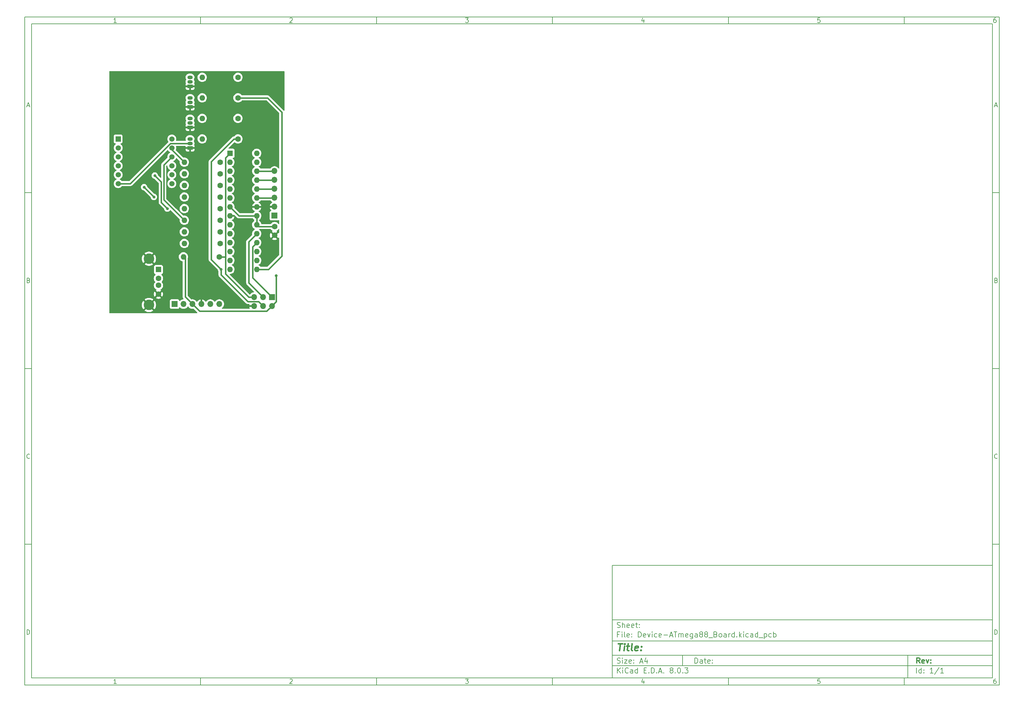
<source format=gbr>
%TF.GenerationSoftware,KiCad,Pcbnew,8.0.3*%
%TF.CreationDate,2025-04-06T07:58:35+09:00*%
%TF.ProjectId,Device-ATmega88_Board,44657669-6365-42d4-9154-6d6567613838,rev?*%
%TF.SameCoordinates,Original*%
%TF.FileFunction,Copper,L2,Bot*%
%TF.FilePolarity,Positive*%
%FSLAX46Y46*%
G04 Gerber Fmt 4.6, Leading zero omitted, Abs format (unit mm)*
G04 Created by KiCad (PCBNEW 8.0.3) date 2025-04-06 07:58:35*
%MOMM*%
%LPD*%
G01*
G04 APERTURE LIST*
%ADD10C,0.100000*%
%ADD11C,0.150000*%
%ADD12C,0.300000*%
%ADD13C,0.400000*%
%TA.AperFunction,ComponentPad*%
%ADD14C,1.600000*%
%TD*%
%TA.AperFunction,ComponentPad*%
%ADD15O,1.600000X1.600000*%
%TD*%
%TA.AperFunction,ComponentPad*%
%ADD16R,1.500000X1.050000*%
%TD*%
%TA.AperFunction,ComponentPad*%
%ADD17O,1.500000X1.050000*%
%TD*%
%TA.AperFunction,ComponentPad*%
%ADD18R,1.600000X1.600000*%
%TD*%
%TA.AperFunction,ComponentPad*%
%ADD19R,1.700000X1.700000*%
%TD*%
%TA.AperFunction,ComponentPad*%
%ADD20O,1.700000X1.700000*%
%TD*%
%TA.AperFunction,ComponentPad*%
%ADD21R,1.500000X1.600000*%
%TD*%
%TA.AperFunction,ComponentPad*%
%ADD22C,3.000000*%
%TD*%
%TA.AperFunction,ComponentPad*%
%ADD23R,1.500000X1.500000*%
%TD*%
%TA.AperFunction,ComponentPad*%
%ADD24C,1.500000*%
%TD*%
%TA.AperFunction,ViaPad*%
%ADD25C,0.800000*%
%TD*%
%TA.AperFunction,Conductor*%
%ADD26C,0.400000*%
%TD*%
G04 APERTURE END LIST*
D10*
D11*
X177002200Y-166007200D02*
X285002200Y-166007200D01*
X285002200Y-198007200D01*
X177002200Y-198007200D01*
X177002200Y-166007200D01*
D10*
D11*
X10000000Y-10000000D02*
X287002200Y-10000000D01*
X287002200Y-200007200D01*
X10000000Y-200007200D01*
X10000000Y-10000000D01*
D10*
D11*
X12000000Y-12000000D02*
X285002200Y-12000000D01*
X285002200Y-198007200D01*
X12000000Y-198007200D01*
X12000000Y-12000000D01*
D10*
D11*
X60000000Y-12000000D02*
X60000000Y-10000000D01*
D10*
D11*
X110000000Y-12000000D02*
X110000000Y-10000000D01*
D10*
D11*
X160000000Y-12000000D02*
X160000000Y-10000000D01*
D10*
D11*
X210000000Y-12000000D02*
X210000000Y-10000000D01*
D10*
D11*
X260000000Y-12000000D02*
X260000000Y-10000000D01*
D10*
D11*
X36089160Y-11593604D02*
X35346303Y-11593604D01*
X35717731Y-11593604D02*
X35717731Y-10293604D01*
X35717731Y-10293604D02*
X35593922Y-10479319D01*
X35593922Y-10479319D02*
X35470112Y-10603128D01*
X35470112Y-10603128D02*
X35346303Y-10665033D01*
D10*
D11*
X85346303Y-10417414D02*
X85408207Y-10355509D01*
X85408207Y-10355509D02*
X85532017Y-10293604D01*
X85532017Y-10293604D02*
X85841541Y-10293604D01*
X85841541Y-10293604D02*
X85965350Y-10355509D01*
X85965350Y-10355509D02*
X86027255Y-10417414D01*
X86027255Y-10417414D02*
X86089160Y-10541223D01*
X86089160Y-10541223D02*
X86089160Y-10665033D01*
X86089160Y-10665033D02*
X86027255Y-10850747D01*
X86027255Y-10850747D02*
X85284398Y-11593604D01*
X85284398Y-11593604D02*
X86089160Y-11593604D01*
D10*
D11*
X135284398Y-10293604D02*
X136089160Y-10293604D01*
X136089160Y-10293604D02*
X135655826Y-10788842D01*
X135655826Y-10788842D02*
X135841541Y-10788842D01*
X135841541Y-10788842D02*
X135965350Y-10850747D01*
X135965350Y-10850747D02*
X136027255Y-10912652D01*
X136027255Y-10912652D02*
X136089160Y-11036461D01*
X136089160Y-11036461D02*
X136089160Y-11345985D01*
X136089160Y-11345985D02*
X136027255Y-11469795D01*
X136027255Y-11469795D02*
X135965350Y-11531700D01*
X135965350Y-11531700D02*
X135841541Y-11593604D01*
X135841541Y-11593604D02*
X135470112Y-11593604D01*
X135470112Y-11593604D02*
X135346303Y-11531700D01*
X135346303Y-11531700D02*
X135284398Y-11469795D01*
D10*
D11*
X185965350Y-10726938D02*
X185965350Y-11593604D01*
X185655826Y-10231700D02*
X185346303Y-11160271D01*
X185346303Y-11160271D02*
X186151064Y-11160271D01*
D10*
D11*
X236027255Y-10293604D02*
X235408207Y-10293604D01*
X235408207Y-10293604D02*
X235346303Y-10912652D01*
X235346303Y-10912652D02*
X235408207Y-10850747D01*
X235408207Y-10850747D02*
X235532017Y-10788842D01*
X235532017Y-10788842D02*
X235841541Y-10788842D01*
X235841541Y-10788842D02*
X235965350Y-10850747D01*
X235965350Y-10850747D02*
X236027255Y-10912652D01*
X236027255Y-10912652D02*
X236089160Y-11036461D01*
X236089160Y-11036461D02*
X236089160Y-11345985D01*
X236089160Y-11345985D02*
X236027255Y-11469795D01*
X236027255Y-11469795D02*
X235965350Y-11531700D01*
X235965350Y-11531700D02*
X235841541Y-11593604D01*
X235841541Y-11593604D02*
X235532017Y-11593604D01*
X235532017Y-11593604D02*
X235408207Y-11531700D01*
X235408207Y-11531700D02*
X235346303Y-11469795D01*
D10*
D11*
X285965350Y-10293604D02*
X285717731Y-10293604D01*
X285717731Y-10293604D02*
X285593922Y-10355509D01*
X285593922Y-10355509D02*
X285532017Y-10417414D01*
X285532017Y-10417414D02*
X285408207Y-10603128D01*
X285408207Y-10603128D02*
X285346303Y-10850747D01*
X285346303Y-10850747D02*
X285346303Y-11345985D01*
X285346303Y-11345985D02*
X285408207Y-11469795D01*
X285408207Y-11469795D02*
X285470112Y-11531700D01*
X285470112Y-11531700D02*
X285593922Y-11593604D01*
X285593922Y-11593604D02*
X285841541Y-11593604D01*
X285841541Y-11593604D02*
X285965350Y-11531700D01*
X285965350Y-11531700D02*
X286027255Y-11469795D01*
X286027255Y-11469795D02*
X286089160Y-11345985D01*
X286089160Y-11345985D02*
X286089160Y-11036461D01*
X286089160Y-11036461D02*
X286027255Y-10912652D01*
X286027255Y-10912652D02*
X285965350Y-10850747D01*
X285965350Y-10850747D02*
X285841541Y-10788842D01*
X285841541Y-10788842D02*
X285593922Y-10788842D01*
X285593922Y-10788842D02*
X285470112Y-10850747D01*
X285470112Y-10850747D02*
X285408207Y-10912652D01*
X285408207Y-10912652D02*
X285346303Y-11036461D01*
D10*
D11*
X60000000Y-198007200D02*
X60000000Y-200007200D01*
D10*
D11*
X110000000Y-198007200D02*
X110000000Y-200007200D01*
D10*
D11*
X160000000Y-198007200D02*
X160000000Y-200007200D01*
D10*
D11*
X210000000Y-198007200D02*
X210000000Y-200007200D01*
D10*
D11*
X260000000Y-198007200D02*
X260000000Y-200007200D01*
D10*
D11*
X36089160Y-199600804D02*
X35346303Y-199600804D01*
X35717731Y-199600804D02*
X35717731Y-198300804D01*
X35717731Y-198300804D02*
X35593922Y-198486519D01*
X35593922Y-198486519D02*
X35470112Y-198610328D01*
X35470112Y-198610328D02*
X35346303Y-198672233D01*
D10*
D11*
X85346303Y-198424614D02*
X85408207Y-198362709D01*
X85408207Y-198362709D02*
X85532017Y-198300804D01*
X85532017Y-198300804D02*
X85841541Y-198300804D01*
X85841541Y-198300804D02*
X85965350Y-198362709D01*
X85965350Y-198362709D02*
X86027255Y-198424614D01*
X86027255Y-198424614D02*
X86089160Y-198548423D01*
X86089160Y-198548423D02*
X86089160Y-198672233D01*
X86089160Y-198672233D02*
X86027255Y-198857947D01*
X86027255Y-198857947D02*
X85284398Y-199600804D01*
X85284398Y-199600804D02*
X86089160Y-199600804D01*
D10*
D11*
X135284398Y-198300804D02*
X136089160Y-198300804D01*
X136089160Y-198300804D02*
X135655826Y-198796042D01*
X135655826Y-198796042D02*
X135841541Y-198796042D01*
X135841541Y-198796042D02*
X135965350Y-198857947D01*
X135965350Y-198857947D02*
X136027255Y-198919852D01*
X136027255Y-198919852D02*
X136089160Y-199043661D01*
X136089160Y-199043661D02*
X136089160Y-199353185D01*
X136089160Y-199353185D02*
X136027255Y-199476995D01*
X136027255Y-199476995D02*
X135965350Y-199538900D01*
X135965350Y-199538900D02*
X135841541Y-199600804D01*
X135841541Y-199600804D02*
X135470112Y-199600804D01*
X135470112Y-199600804D02*
X135346303Y-199538900D01*
X135346303Y-199538900D02*
X135284398Y-199476995D01*
D10*
D11*
X185965350Y-198734138D02*
X185965350Y-199600804D01*
X185655826Y-198238900D02*
X185346303Y-199167471D01*
X185346303Y-199167471D02*
X186151064Y-199167471D01*
D10*
D11*
X236027255Y-198300804D02*
X235408207Y-198300804D01*
X235408207Y-198300804D02*
X235346303Y-198919852D01*
X235346303Y-198919852D02*
X235408207Y-198857947D01*
X235408207Y-198857947D02*
X235532017Y-198796042D01*
X235532017Y-198796042D02*
X235841541Y-198796042D01*
X235841541Y-198796042D02*
X235965350Y-198857947D01*
X235965350Y-198857947D02*
X236027255Y-198919852D01*
X236027255Y-198919852D02*
X236089160Y-199043661D01*
X236089160Y-199043661D02*
X236089160Y-199353185D01*
X236089160Y-199353185D02*
X236027255Y-199476995D01*
X236027255Y-199476995D02*
X235965350Y-199538900D01*
X235965350Y-199538900D02*
X235841541Y-199600804D01*
X235841541Y-199600804D02*
X235532017Y-199600804D01*
X235532017Y-199600804D02*
X235408207Y-199538900D01*
X235408207Y-199538900D02*
X235346303Y-199476995D01*
D10*
D11*
X285965350Y-198300804D02*
X285717731Y-198300804D01*
X285717731Y-198300804D02*
X285593922Y-198362709D01*
X285593922Y-198362709D02*
X285532017Y-198424614D01*
X285532017Y-198424614D02*
X285408207Y-198610328D01*
X285408207Y-198610328D02*
X285346303Y-198857947D01*
X285346303Y-198857947D02*
X285346303Y-199353185D01*
X285346303Y-199353185D02*
X285408207Y-199476995D01*
X285408207Y-199476995D02*
X285470112Y-199538900D01*
X285470112Y-199538900D02*
X285593922Y-199600804D01*
X285593922Y-199600804D02*
X285841541Y-199600804D01*
X285841541Y-199600804D02*
X285965350Y-199538900D01*
X285965350Y-199538900D02*
X286027255Y-199476995D01*
X286027255Y-199476995D02*
X286089160Y-199353185D01*
X286089160Y-199353185D02*
X286089160Y-199043661D01*
X286089160Y-199043661D02*
X286027255Y-198919852D01*
X286027255Y-198919852D02*
X285965350Y-198857947D01*
X285965350Y-198857947D02*
X285841541Y-198796042D01*
X285841541Y-198796042D02*
X285593922Y-198796042D01*
X285593922Y-198796042D02*
X285470112Y-198857947D01*
X285470112Y-198857947D02*
X285408207Y-198919852D01*
X285408207Y-198919852D02*
X285346303Y-199043661D01*
D10*
D11*
X10000000Y-60000000D02*
X12000000Y-60000000D01*
D10*
D11*
X10000000Y-110000000D02*
X12000000Y-110000000D01*
D10*
D11*
X10000000Y-160000000D02*
X12000000Y-160000000D01*
D10*
D11*
X10690476Y-35222176D02*
X11309523Y-35222176D01*
X10566666Y-35593604D02*
X10999999Y-34293604D01*
X10999999Y-34293604D02*
X11433333Y-35593604D01*
D10*
D11*
X11092857Y-84912652D02*
X11278571Y-84974557D01*
X11278571Y-84974557D02*
X11340476Y-85036461D01*
X11340476Y-85036461D02*
X11402380Y-85160271D01*
X11402380Y-85160271D02*
X11402380Y-85345985D01*
X11402380Y-85345985D02*
X11340476Y-85469795D01*
X11340476Y-85469795D02*
X11278571Y-85531700D01*
X11278571Y-85531700D02*
X11154761Y-85593604D01*
X11154761Y-85593604D02*
X10659523Y-85593604D01*
X10659523Y-85593604D02*
X10659523Y-84293604D01*
X10659523Y-84293604D02*
X11092857Y-84293604D01*
X11092857Y-84293604D02*
X11216666Y-84355509D01*
X11216666Y-84355509D02*
X11278571Y-84417414D01*
X11278571Y-84417414D02*
X11340476Y-84541223D01*
X11340476Y-84541223D02*
X11340476Y-84665033D01*
X11340476Y-84665033D02*
X11278571Y-84788842D01*
X11278571Y-84788842D02*
X11216666Y-84850747D01*
X11216666Y-84850747D02*
X11092857Y-84912652D01*
X11092857Y-84912652D02*
X10659523Y-84912652D01*
D10*
D11*
X11402380Y-135469795D02*
X11340476Y-135531700D01*
X11340476Y-135531700D02*
X11154761Y-135593604D01*
X11154761Y-135593604D02*
X11030952Y-135593604D01*
X11030952Y-135593604D02*
X10845238Y-135531700D01*
X10845238Y-135531700D02*
X10721428Y-135407890D01*
X10721428Y-135407890D02*
X10659523Y-135284080D01*
X10659523Y-135284080D02*
X10597619Y-135036461D01*
X10597619Y-135036461D02*
X10597619Y-134850747D01*
X10597619Y-134850747D02*
X10659523Y-134603128D01*
X10659523Y-134603128D02*
X10721428Y-134479319D01*
X10721428Y-134479319D02*
X10845238Y-134355509D01*
X10845238Y-134355509D02*
X11030952Y-134293604D01*
X11030952Y-134293604D02*
X11154761Y-134293604D01*
X11154761Y-134293604D02*
X11340476Y-134355509D01*
X11340476Y-134355509D02*
X11402380Y-134417414D01*
D10*
D11*
X10659523Y-185593604D02*
X10659523Y-184293604D01*
X10659523Y-184293604D02*
X10969047Y-184293604D01*
X10969047Y-184293604D02*
X11154761Y-184355509D01*
X11154761Y-184355509D02*
X11278571Y-184479319D01*
X11278571Y-184479319D02*
X11340476Y-184603128D01*
X11340476Y-184603128D02*
X11402380Y-184850747D01*
X11402380Y-184850747D02*
X11402380Y-185036461D01*
X11402380Y-185036461D02*
X11340476Y-185284080D01*
X11340476Y-185284080D02*
X11278571Y-185407890D01*
X11278571Y-185407890D02*
X11154761Y-185531700D01*
X11154761Y-185531700D02*
X10969047Y-185593604D01*
X10969047Y-185593604D02*
X10659523Y-185593604D01*
D10*
D11*
X287002200Y-60000000D02*
X285002200Y-60000000D01*
D10*
D11*
X287002200Y-110000000D02*
X285002200Y-110000000D01*
D10*
D11*
X287002200Y-160000000D02*
X285002200Y-160000000D01*
D10*
D11*
X285692676Y-35222176D02*
X286311723Y-35222176D01*
X285568866Y-35593604D02*
X286002199Y-34293604D01*
X286002199Y-34293604D02*
X286435533Y-35593604D01*
D10*
D11*
X286095057Y-84912652D02*
X286280771Y-84974557D01*
X286280771Y-84974557D02*
X286342676Y-85036461D01*
X286342676Y-85036461D02*
X286404580Y-85160271D01*
X286404580Y-85160271D02*
X286404580Y-85345985D01*
X286404580Y-85345985D02*
X286342676Y-85469795D01*
X286342676Y-85469795D02*
X286280771Y-85531700D01*
X286280771Y-85531700D02*
X286156961Y-85593604D01*
X286156961Y-85593604D02*
X285661723Y-85593604D01*
X285661723Y-85593604D02*
X285661723Y-84293604D01*
X285661723Y-84293604D02*
X286095057Y-84293604D01*
X286095057Y-84293604D02*
X286218866Y-84355509D01*
X286218866Y-84355509D02*
X286280771Y-84417414D01*
X286280771Y-84417414D02*
X286342676Y-84541223D01*
X286342676Y-84541223D02*
X286342676Y-84665033D01*
X286342676Y-84665033D02*
X286280771Y-84788842D01*
X286280771Y-84788842D02*
X286218866Y-84850747D01*
X286218866Y-84850747D02*
X286095057Y-84912652D01*
X286095057Y-84912652D02*
X285661723Y-84912652D01*
D10*
D11*
X286404580Y-135469795D02*
X286342676Y-135531700D01*
X286342676Y-135531700D02*
X286156961Y-135593604D01*
X286156961Y-135593604D02*
X286033152Y-135593604D01*
X286033152Y-135593604D02*
X285847438Y-135531700D01*
X285847438Y-135531700D02*
X285723628Y-135407890D01*
X285723628Y-135407890D02*
X285661723Y-135284080D01*
X285661723Y-135284080D02*
X285599819Y-135036461D01*
X285599819Y-135036461D02*
X285599819Y-134850747D01*
X285599819Y-134850747D02*
X285661723Y-134603128D01*
X285661723Y-134603128D02*
X285723628Y-134479319D01*
X285723628Y-134479319D02*
X285847438Y-134355509D01*
X285847438Y-134355509D02*
X286033152Y-134293604D01*
X286033152Y-134293604D02*
X286156961Y-134293604D01*
X286156961Y-134293604D02*
X286342676Y-134355509D01*
X286342676Y-134355509D02*
X286404580Y-134417414D01*
D10*
D11*
X285661723Y-185593604D02*
X285661723Y-184293604D01*
X285661723Y-184293604D02*
X285971247Y-184293604D01*
X285971247Y-184293604D02*
X286156961Y-184355509D01*
X286156961Y-184355509D02*
X286280771Y-184479319D01*
X286280771Y-184479319D02*
X286342676Y-184603128D01*
X286342676Y-184603128D02*
X286404580Y-184850747D01*
X286404580Y-184850747D02*
X286404580Y-185036461D01*
X286404580Y-185036461D02*
X286342676Y-185284080D01*
X286342676Y-185284080D02*
X286280771Y-185407890D01*
X286280771Y-185407890D02*
X286156961Y-185531700D01*
X286156961Y-185531700D02*
X285971247Y-185593604D01*
X285971247Y-185593604D02*
X285661723Y-185593604D01*
D10*
D11*
X200458026Y-193793328D02*
X200458026Y-192293328D01*
X200458026Y-192293328D02*
X200815169Y-192293328D01*
X200815169Y-192293328D02*
X201029455Y-192364757D01*
X201029455Y-192364757D02*
X201172312Y-192507614D01*
X201172312Y-192507614D02*
X201243741Y-192650471D01*
X201243741Y-192650471D02*
X201315169Y-192936185D01*
X201315169Y-192936185D02*
X201315169Y-193150471D01*
X201315169Y-193150471D02*
X201243741Y-193436185D01*
X201243741Y-193436185D02*
X201172312Y-193579042D01*
X201172312Y-193579042D02*
X201029455Y-193721900D01*
X201029455Y-193721900D02*
X200815169Y-193793328D01*
X200815169Y-193793328D02*
X200458026Y-193793328D01*
X202600884Y-193793328D02*
X202600884Y-193007614D01*
X202600884Y-193007614D02*
X202529455Y-192864757D01*
X202529455Y-192864757D02*
X202386598Y-192793328D01*
X202386598Y-192793328D02*
X202100884Y-192793328D01*
X202100884Y-192793328D02*
X201958026Y-192864757D01*
X202600884Y-193721900D02*
X202458026Y-193793328D01*
X202458026Y-193793328D02*
X202100884Y-193793328D01*
X202100884Y-193793328D02*
X201958026Y-193721900D01*
X201958026Y-193721900D02*
X201886598Y-193579042D01*
X201886598Y-193579042D02*
X201886598Y-193436185D01*
X201886598Y-193436185D02*
X201958026Y-193293328D01*
X201958026Y-193293328D02*
X202100884Y-193221900D01*
X202100884Y-193221900D02*
X202458026Y-193221900D01*
X202458026Y-193221900D02*
X202600884Y-193150471D01*
X203100884Y-192793328D02*
X203672312Y-192793328D01*
X203315169Y-192293328D02*
X203315169Y-193579042D01*
X203315169Y-193579042D02*
X203386598Y-193721900D01*
X203386598Y-193721900D02*
X203529455Y-193793328D01*
X203529455Y-193793328D02*
X203672312Y-193793328D01*
X204743741Y-193721900D02*
X204600884Y-193793328D01*
X204600884Y-193793328D02*
X204315170Y-193793328D01*
X204315170Y-193793328D02*
X204172312Y-193721900D01*
X204172312Y-193721900D02*
X204100884Y-193579042D01*
X204100884Y-193579042D02*
X204100884Y-193007614D01*
X204100884Y-193007614D02*
X204172312Y-192864757D01*
X204172312Y-192864757D02*
X204315170Y-192793328D01*
X204315170Y-192793328D02*
X204600884Y-192793328D01*
X204600884Y-192793328D02*
X204743741Y-192864757D01*
X204743741Y-192864757D02*
X204815170Y-193007614D01*
X204815170Y-193007614D02*
X204815170Y-193150471D01*
X204815170Y-193150471D02*
X204100884Y-193293328D01*
X205458026Y-193650471D02*
X205529455Y-193721900D01*
X205529455Y-193721900D02*
X205458026Y-193793328D01*
X205458026Y-193793328D02*
X205386598Y-193721900D01*
X205386598Y-193721900D02*
X205458026Y-193650471D01*
X205458026Y-193650471D02*
X205458026Y-193793328D01*
X205458026Y-192864757D02*
X205529455Y-192936185D01*
X205529455Y-192936185D02*
X205458026Y-193007614D01*
X205458026Y-193007614D02*
X205386598Y-192936185D01*
X205386598Y-192936185D02*
X205458026Y-192864757D01*
X205458026Y-192864757D02*
X205458026Y-193007614D01*
D10*
D11*
X177002200Y-194507200D02*
X285002200Y-194507200D01*
D10*
D11*
X178458026Y-196593328D02*
X178458026Y-195093328D01*
X179315169Y-196593328D02*
X178672312Y-195736185D01*
X179315169Y-195093328D02*
X178458026Y-195950471D01*
X179958026Y-196593328D02*
X179958026Y-195593328D01*
X179958026Y-195093328D02*
X179886598Y-195164757D01*
X179886598Y-195164757D02*
X179958026Y-195236185D01*
X179958026Y-195236185D02*
X180029455Y-195164757D01*
X180029455Y-195164757D02*
X179958026Y-195093328D01*
X179958026Y-195093328D02*
X179958026Y-195236185D01*
X181529455Y-196450471D02*
X181458027Y-196521900D01*
X181458027Y-196521900D02*
X181243741Y-196593328D01*
X181243741Y-196593328D02*
X181100884Y-196593328D01*
X181100884Y-196593328D02*
X180886598Y-196521900D01*
X180886598Y-196521900D02*
X180743741Y-196379042D01*
X180743741Y-196379042D02*
X180672312Y-196236185D01*
X180672312Y-196236185D02*
X180600884Y-195950471D01*
X180600884Y-195950471D02*
X180600884Y-195736185D01*
X180600884Y-195736185D02*
X180672312Y-195450471D01*
X180672312Y-195450471D02*
X180743741Y-195307614D01*
X180743741Y-195307614D02*
X180886598Y-195164757D01*
X180886598Y-195164757D02*
X181100884Y-195093328D01*
X181100884Y-195093328D02*
X181243741Y-195093328D01*
X181243741Y-195093328D02*
X181458027Y-195164757D01*
X181458027Y-195164757D02*
X181529455Y-195236185D01*
X182815170Y-196593328D02*
X182815170Y-195807614D01*
X182815170Y-195807614D02*
X182743741Y-195664757D01*
X182743741Y-195664757D02*
X182600884Y-195593328D01*
X182600884Y-195593328D02*
X182315170Y-195593328D01*
X182315170Y-195593328D02*
X182172312Y-195664757D01*
X182815170Y-196521900D02*
X182672312Y-196593328D01*
X182672312Y-196593328D02*
X182315170Y-196593328D01*
X182315170Y-196593328D02*
X182172312Y-196521900D01*
X182172312Y-196521900D02*
X182100884Y-196379042D01*
X182100884Y-196379042D02*
X182100884Y-196236185D01*
X182100884Y-196236185D02*
X182172312Y-196093328D01*
X182172312Y-196093328D02*
X182315170Y-196021900D01*
X182315170Y-196021900D02*
X182672312Y-196021900D01*
X182672312Y-196021900D02*
X182815170Y-195950471D01*
X184172313Y-196593328D02*
X184172313Y-195093328D01*
X184172313Y-196521900D02*
X184029455Y-196593328D01*
X184029455Y-196593328D02*
X183743741Y-196593328D01*
X183743741Y-196593328D02*
X183600884Y-196521900D01*
X183600884Y-196521900D02*
X183529455Y-196450471D01*
X183529455Y-196450471D02*
X183458027Y-196307614D01*
X183458027Y-196307614D02*
X183458027Y-195879042D01*
X183458027Y-195879042D02*
X183529455Y-195736185D01*
X183529455Y-195736185D02*
X183600884Y-195664757D01*
X183600884Y-195664757D02*
X183743741Y-195593328D01*
X183743741Y-195593328D02*
X184029455Y-195593328D01*
X184029455Y-195593328D02*
X184172313Y-195664757D01*
X186029455Y-195807614D02*
X186529455Y-195807614D01*
X186743741Y-196593328D02*
X186029455Y-196593328D01*
X186029455Y-196593328D02*
X186029455Y-195093328D01*
X186029455Y-195093328D02*
X186743741Y-195093328D01*
X187386598Y-196450471D02*
X187458027Y-196521900D01*
X187458027Y-196521900D02*
X187386598Y-196593328D01*
X187386598Y-196593328D02*
X187315170Y-196521900D01*
X187315170Y-196521900D02*
X187386598Y-196450471D01*
X187386598Y-196450471D02*
X187386598Y-196593328D01*
X188100884Y-196593328D02*
X188100884Y-195093328D01*
X188100884Y-195093328D02*
X188458027Y-195093328D01*
X188458027Y-195093328D02*
X188672313Y-195164757D01*
X188672313Y-195164757D02*
X188815170Y-195307614D01*
X188815170Y-195307614D02*
X188886599Y-195450471D01*
X188886599Y-195450471D02*
X188958027Y-195736185D01*
X188958027Y-195736185D02*
X188958027Y-195950471D01*
X188958027Y-195950471D02*
X188886599Y-196236185D01*
X188886599Y-196236185D02*
X188815170Y-196379042D01*
X188815170Y-196379042D02*
X188672313Y-196521900D01*
X188672313Y-196521900D02*
X188458027Y-196593328D01*
X188458027Y-196593328D02*
X188100884Y-196593328D01*
X189600884Y-196450471D02*
X189672313Y-196521900D01*
X189672313Y-196521900D02*
X189600884Y-196593328D01*
X189600884Y-196593328D02*
X189529456Y-196521900D01*
X189529456Y-196521900D02*
X189600884Y-196450471D01*
X189600884Y-196450471D02*
X189600884Y-196593328D01*
X190243742Y-196164757D02*
X190958028Y-196164757D01*
X190100885Y-196593328D02*
X190600885Y-195093328D01*
X190600885Y-195093328D02*
X191100885Y-196593328D01*
X191600884Y-196450471D02*
X191672313Y-196521900D01*
X191672313Y-196521900D02*
X191600884Y-196593328D01*
X191600884Y-196593328D02*
X191529456Y-196521900D01*
X191529456Y-196521900D02*
X191600884Y-196450471D01*
X191600884Y-196450471D02*
X191600884Y-196593328D01*
X193672313Y-195736185D02*
X193529456Y-195664757D01*
X193529456Y-195664757D02*
X193458027Y-195593328D01*
X193458027Y-195593328D02*
X193386599Y-195450471D01*
X193386599Y-195450471D02*
X193386599Y-195379042D01*
X193386599Y-195379042D02*
X193458027Y-195236185D01*
X193458027Y-195236185D02*
X193529456Y-195164757D01*
X193529456Y-195164757D02*
X193672313Y-195093328D01*
X193672313Y-195093328D02*
X193958027Y-195093328D01*
X193958027Y-195093328D02*
X194100885Y-195164757D01*
X194100885Y-195164757D02*
X194172313Y-195236185D01*
X194172313Y-195236185D02*
X194243742Y-195379042D01*
X194243742Y-195379042D02*
X194243742Y-195450471D01*
X194243742Y-195450471D02*
X194172313Y-195593328D01*
X194172313Y-195593328D02*
X194100885Y-195664757D01*
X194100885Y-195664757D02*
X193958027Y-195736185D01*
X193958027Y-195736185D02*
X193672313Y-195736185D01*
X193672313Y-195736185D02*
X193529456Y-195807614D01*
X193529456Y-195807614D02*
X193458027Y-195879042D01*
X193458027Y-195879042D02*
X193386599Y-196021900D01*
X193386599Y-196021900D02*
X193386599Y-196307614D01*
X193386599Y-196307614D02*
X193458027Y-196450471D01*
X193458027Y-196450471D02*
X193529456Y-196521900D01*
X193529456Y-196521900D02*
X193672313Y-196593328D01*
X193672313Y-196593328D02*
X193958027Y-196593328D01*
X193958027Y-196593328D02*
X194100885Y-196521900D01*
X194100885Y-196521900D02*
X194172313Y-196450471D01*
X194172313Y-196450471D02*
X194243742Y-196307614D01*
X194243742Y-196307614D02*
X194243742Y-196021900D01*
X194243742Y-196021900D02*
X194172313Y-195879042D01*
X194172313Y-195879042D02*
X194100885Y-195807614D01*
X194100885Y-195807614D02*
X193958027Y-195736185D01*
X194886598Y-196450471D02*
X194958027Y-196521900D01*
X194958027Y-196521900D02*
X194886598Y-196593328D01*
X194886598Y-196593328D02*
X194815170Y-196521900D01*
X194815170Y-196521900D02*
X194886598Y-196450471D01*
X194886598Y-196450471D02*
X194886598Y-196593328D01*
X195886599Y-195093328D02*
X196029456Y-195093328D01*
X196029456Y-195093328D02*
X196172313Y-195164757D01*
X196172313Y-195164757D02*
X196243742Y-195236185D01*
X196243742Y-195236185D02*
X196315170Y-195379042D01*
X196315170Y-195379042D02*
X196386599Y-195664757D01*
X196386599Y-195664757D02*
X196386599Y-196021900D01*
X196386599Y-196021900D02*
X196315170Y-196307614D01*
X196315170Y-196307614D02*
X196243742Y-196450471D01*
X196243742Y-196450471D02*
X196172313Y-196521900D01*
X196172313Y-196521900D02*
X196029456Y-196593328D01*
X196029456Y-196593328D02*
X195886599Y-196593328D01*
X195886599Y-196593328D02*
X195743742Y-196521900D01*
X195743742Y-196521900D02*
X195672313Y-196450471D01*
X195672313Y-196450471D02*
X195600884Y-196307614D01*
X195600884Y-196307614D02*
X195529456Y-196021900D01*
X195529456Y-196021900D02*
X195529456Y-195664757D01*
X195529456Y-195664757D02*
X195600884Y-195379042D01*
X195600884Y-195379042D02*
X195672313Y-195236185D01*
X195672313Y-195236185D02*
X195743742Y-195164757D01*
X195743742Y-195164757D02*
X195886599Y-195093328D01*
X197029455Y-196450471D02*
X197100884Y-196521900D01*
X197100884Y-196521900D02*
X197029455Y-196593328D01*
X197029455Y-196593328D02*
X196958027Y-196521900D01*
X196958027Y-196521900D02*
X197029455Y-196450471D01*
X197029455Y-196450471D02*
X197029455Y-196593328D01*
X197600884Y-195093328D02*
X198529456Y-195093328D01*
X198529456Y-195093328D02*
X198029456Y-195664757D01*
X198029456Y-195664757D02*
X198243741Y-195664757D01*
X198243741Y-195664757D02*
X198386599Y-195736185D01*
X198386599Y-195736185D02*
X198458027Y-195807614D01*
X198458027Y-195807614D02*
X198529456Y-195950471D01*
X198529456Y-195950471D02*
X198529456Y-196307614D01*
X198529456Y-196307614D02*
X198458027Y-196450471D01*
X198458027Y-196450471D02*
X198386599Y-196521900D01*
X198386599Y-196521900D02*
X198243741Y-196593328D01*
X198243741Y-196593328D02*
X197815170Y-196593328D01*
X197815170Y-196593328D02*
X197672313Y-196521900D01*
X197672313Y-196521900D02*
X197600884Y-196450471D01*
D10*
D11*
X177002200Y-191507200D02*
X285002200Y-191507200D01*
D10*
D12*
X264413853Y-193785528D02*
X263913853Y-193071242D01*
X263556710Y-193785528D02*
X263556710Y-192285528D01*
X263556710Y-192285528D02*
X264128139Y-192285528D01*
X264128139Y-192285528D02*
X264270996Y-192356957D01*
X264270996Y-192356957D02*
X264342425Y-192428385D01*
X264342425Y-192428385D02*
X264413853Y-192571242D01*
X264413853Y-192571242D02*
X264413853Y-192785528D01*
X264413853Y-192785528D02*
X264342425Y-192928385D01*
X264342425Y-192928385D02*
X264270996Y-192999814D01*
X264270996Y-192999814D02*
X264128139Y-193071242D01*
X264128139Y-193071242D02*
X263556710Y-193071242D01*
X265628139Y-193714100D02*
X265485282Y-193785528D01*
X265485282Y-193785528D02*
X265199568Y-193785528D01*
X265199568Y-193785528D02*
X265056710Y-193714100D01*
X265056710Y-193714100D02*
X264985282Y-193571242D01*
X264985282Y-193571242D02*
X264985282Y-192999814D01*
X264985282Y-192999814D02*
X265056710Y-192856957D01*
X265056710Y-192856957D02*
X265199568Y-192785528D01*
X265199568Y-192785528D02*
X265485282Y-192785528D01*
X265485282Y-192785528D02*
X265628139Y-192856957D01*
X265628139Y-192856957D02*
X265699568Y-192999814D01*
X265699568Y-192999814D02*
X265699568Y-193142671D01*
X265699568Y-193142671D02*
X264985282Y-193285528D01*
X266199567Y-192785528D02*
X266556710Y-193785528D01*
X266556710Y-193785528D02*
X266913853Y-192785528D01*
X267485281Y-193642671D02*
X267556710Y-193714100D01*
X267556710Y-193714100D02*
X267485281Y-193785528D01*
X267485281Y-193785528D02*
X267413853Y-193714100D01*
X267413853Y-193714100D02*
X267485281Y-193642671D01*
X267485281Y-193642671D02*
X267485281Y-193785528D01*
X267485281Y-192856957D02*
X267556710Y-192928385D01*
X267556710Y-192928385D02*
X267485281Y-192999814D01*
X267485281Y-192999814D02*
X267413853Y-192928385D01*
X267413853Y-192928385D02*
X267485281Y-192856957D01*
X267485281Y-192856957D02*
X267485281Y-192999814D01*
D10*
D11*
X178386598Y-193721900D02*
X178600884Y-193793328D01*
X178600884Y-193793328D02*
X178958026Y-193793328D01*
X178958026Y-193793328D02*
X179100884Y-193721900D01*
X179100884Y-193721900D02*
X179172312Y-193650471D01*
X179172312Y-193650471D02*
X179243741Y-193507614D01*
X179243741Y-193507614D02*
X179243741Y-193364757D01*
X179243741Y-193364757D02*
X179172312Y-193221900D01*
X179172312Y-193221900D02*
X179100884Y-193150471D01*
X179100884Y-193150471D02*
X178958026Y-193079042D01*
X178958026Y-193079042D02*
X178672312Y-193007614D01*
X178672312Y-193007614D02*
X178529455Y-192936185D01*
X178529455Y-192936185D02*
X178458026Y-192864757D01*
X178458026Y-192864757D02*
X178386598Y-192721900D01*
X178386598Y-192721900D02*
X178386598Y-192579042D01*
X178386598Y-192579042D02*
X178458026Y-192436185D01*
X178458026Y-192436185D02*
X178529455Y-192364757D01*
X178529455Y-192364757D02*
X178672312Y-192293328D01*
X178672312Y-192293328D02*
X179029455Y-192293328D01*
X179029455Y-192293328D02*
X179243741Y-192364757D01*
X179886597Y-193793328D02*
X179886597Y-192793328D01*
X179886597Y-192293328D02*
X179815169Y-192364757D01*
X179815169Y-192364757D02*
X179886597Y-192436185D01*
X179886597Y-192436185D02*
X179958026Y-192364757D01*
X179958026Y-192364757D02*
X179886597Y-192293328D01*
X179886597Y-192293328D02*
X179886597Y-192436185D01*
X180458026Y-192793328D02*
X181243741Y-192793328D01*
X181243741Y-192793328D02*
X180458026Y-193793328D01*
X180458026Y-193793328D02*
X181243741Y-193793328D01*
X182386598Y-193721900D02*
X182243741Y-193793328D01*
X182243741Y-193793328D02*
X181958027Y-193793328D01*
X181958027Y-193793328D02*
X181815169Y-193721900D01*
X181815169Y-193721900D02*
X181743741Y-193579042D01*
X181743741Y-193579042D02*
X181743741Y-193007614D01*
X181743741Y-193007614D02*
X181815169Y-192864757D01*
X181815169Y-192864757D02*
X181958027Y-192793328D01*
X181958027Y-192793328D02*
X182243741Y-192793328D01*
X182243741Y-192793328D02*
X182386598Y-192864757D01*
X182386598Y-192864757D02*
X182458027Y-193007614D01*
X182458027Y-193007614D02*
X182458027Y-193150471D01*
X182458027Y-193150471D02*
X181743741Y-193293328D01*
X183100883Y-193650471D02*
X183172312Y-193721900D01*
X183172312Y-193721900D02*
X183100883Y-193793328D01*
X183100883Y-193793328D02*
X183029455Y-193721900D01*
X183029455Y-193721900D02*
X183100883Y-193650471D01*
X183100883Y-193650471D02*
X183100883Y-193793328D01*
X183100883Y-192864757D02*
X183172312Y-192936185D01*
X183172312Y-192936185D02*
X183100883Y-193007614D01*
X183100883Y-193007614D02*
X183029455Y-192936185D01*
X183029455Y-192936185D02*
X183100883Y-192864757D01*
X183100883Y-192864757D02*
X183100883Y-193007614D01*
X184886598Y-193364757D02*
X185600884Y-193364757D01*
X184743741Y-193793328D02*
X185243741Y-192293328D01*
X185243741Y-192293328D02*
X185743741Y-193793328D01*
X186886598Y-192793328D02*
X186886598Y-193793328D01*
X186529455Y-192221900D02*
X186172312Y-193293328D01*
X186172312Y-193293328D02*
X187100883Y-193293328D01*
D10*
D11*
X263458026Y-196593328D02*
X263458026Y-195093328D01*
X264815170Y-196593328D02*
X264815170Y-195093328D01*
X264815170Y-196521900D02*
X264672312Y-196593328D01*
X264672312Y-196593328D02*
X264386598Y-196593328D01*
X264386598Y-196593328D02*
X264243741Y-196521900D01*
X264243741Y-196521900D02*
X264172312Y-196450471D01*
X264172312Y-196450471D02*
X264100884Y-196307614D01*
X264100884Y-196307614D02*
X264100884Y-195879042D01*
X264100884Y-195879042D02*
X264172312Y-195736185D01*
X264172312Y-195736185D02*
X264243741Y-195664757D01*
X264243741Y-195664757D02*
X264386598Y-195593328D01*
X264386598Y-195593328D02*
X264672312Y-195593328D01*
X264672312Y-195593328D02*
X264815170Y-195664757D01*
X265529455Y-196450471D02*
X265600884Y-196521900D01*
X265600884Y-196521900D02*
X265529455Y-196593328D01*
X265529455Y-196593328D02*
X265458027Y-196521900D01*
X265458027Y-196521900D02*
X265529455Y-196450471D01*
X265529455Y-196450471D02*
X265529455Y-196593328D01*
X265529455Y-195664757D02*
X265600884Y-195736185D01*
X265600884Y-195736185D02*
X265529455Y-195807614D01*
X265529455Y-195807614D02*
X265458027Y-195736185D01*
X265458027Y-195736185D02*
X265529455Y-195664757D01*
X265529455Y-195664757D02*
X265529455Y-195807614D01*
X268172313Y-196593328D02*
X267315170Y-196593328D01*
X267743741Y-196593328D02*
X267743741Y-195093328D01*
X267743741Y-195093328D02*
X267600884Y-195307614D01*
X267600884Y-195307614D02*
X267458027Y-195450471D01*
X267458027Y-195450471D02*
X267315170Y-195521900D01*
X269886598Y-195021900D02*
X268600884Y-196950471D01*
X271172313Y-196593328D02*
X270315170Y-196593328D01*
X270743741Y-196593328D02*
X270743741Y-195093328D01*
X270743741Y-195093328D02*
X270600884Y-195307614D01*
X270600884Y-195307614D02*
X270458027Y-195450471D01*
X270458027Y-195450471D02*
X270315170Y-195521900D01*
D10*
D11*
X177002200Y-187507200D02*
X285002200Y-187507200D01*
D10*
D13*
X178693928Y-188211638D02*
X179836785Y-188211638D01*
X179015357Y-190211638D02*
X179265357Y-188211638D01*
X180253452Y-190211638D02*
X180420119Y-188878304D01*
X180503452Y-188211638D02*
X180396309Y-188306876D01*
X180396309Y-188306876D02*
X180479643Y-188402114D01*
X180479643Y-188402114D02*
X180586786Y-188306876D01*
X180586786Y-188306876D02*
X180503452Y-188211638D01*
X180503452Y-188211638D02*
X180479643Y-188402114D01*
X181086786Y-188878304D02*
X181848690Y-188878304D01*
X181455833Y-188211638D02*
X181241548Y-189925923D01*
X181241548Y-189925923D02*
X181312976Y-190116400D01*
X181312976Y-190116400D02*
X181491548Y-190211638D01*
X181491548Y-190211638D02*
X181682024Y-190211638D01*
X182634405Y-190211638D02*
X182455833Y-190116400D01*
X182455833Y-190116400D02*
X182384405Y-189925923D01*
X182384405Y-189925923D02*
X182598690Y-188211638D01*
X184170119Y-190116400D02*
X183967738Y-190211638D01*
X183967738Y-190211638D02*
X183586785Y-190211638D01*
X183586785Y-190211638D02*
X183408214Y-190116400D01*
X183408214Y-190116400D02*
X183336785Y-189925923D01*
X183336785Y-189925923D02*
X183432024Y-189164019D01*
X183432024Y-189164019D02*
X183551071Y-188973542D01*
X183551071Y-188973542D02*
X183753452Y-188878304D01*
X183753452Y-188878304D02*
X184134404Y-188878304D01*
X184134404Y-188878304D02*
X184312976Y-188973542D01*
X184312976Y-188973542D02*
X184384404Y-189164019D01*
X184384404Y-189164019D02*
X184360595Y-189354495D01*
X184360595Y-189354495D02*
X183384404Y-189544971D01*
X185134405Y-190021161D02*
X185217738Y-190116400D01*
X185217738Y-190116400D02*
X185110595Y-190211638D01*
X185110595Y-190211638D02*
X185027262Y-190116400D01*
X185027262Y-190116400D02*
X185134405Y-190021161D01*
X185134405Y-190021161D02*
X185110595Y-190211638D01*
X185265357Y-188973542D02*
X185348690Y-189068780D01*
X185348690Y-189068780D02*
X185241548Y-189164019D01*
X185241548Y-189164019D02*
X185158214Y-189068780D01*
X185158214Y-189068780D02*
X185265357Y-188973542D01*
X185265357Y-188973542D02*
X185241548Y-189164019D01*
D10*
D11*
X178958026Y-185607614D02*
X178458026Y-185607614D01*
X178458026Y-186393328D02*
X178458026Y-184893328D01*
X178458026Y-184893328D02*
X179172312Y-184893328D01*
X179743740Y-186393328D02*
X179743740Y-185393328D01*
X179743740Y-184893328D02*
X179672312Y-184964757D01*
X179672312Y-184964757D02*
X179743740Y-185036185D01*
X179743740Y-185036185D02*
X179815169Y-184964757D01*
X179815169Y-184964757D02*
X179743740Y-184893328D01*
X179743740Y-184893328D02*
X179743740Y-185036185D01*
X180672312Y-186393328D02*
X180529455Y-186321900D01*
X180529455Y-186321900D02*
X180458026Y-186179042D01*
X180458026Y-186179042D02*
X180458026Y-184893328D01*
X181815169Y-186321900D02*
X181672312Y-186393328D01*
X181672312Y-186393328D02*
X181386598Y-186393328D01*
X181386598Y-186393328D02*
X181243740Y-186321900D01*
X181243740Y-186321900D02*
X181172312Y-186179042D01*
X181172312Y-186179042D02*
X181172312Y-185607614D01*
X181172312Y-185607614D02*
X181243740Y-185464757D01*
X181243740Y-185464757D02*
X181386598Y-185393328D01*
X181386598Y-185393328D02*
X181672312Y-185393328D01*
X181672312Y-185393328D02*
X181815169Y-185464757D01*
X181815169Y-185464757D02*
X181886598Y-185607614D01*
X181886598Y-185607614D02*
X181886598Y-185750471D01*
X181886598Y-185750471D02*
X181172312Y-185893328D01*
X182529454Y-186250471D02*
X182600883Y-186321900D01*
X182600883Y-186321900D02*
X182529454Y-186393328D01*
X182529454Y-186393328D02*
X182458026Y-186321900D01*
X182458026Y-186321900D02*
X182529454Y-186250471D01*
X182529454Y-186250471D02*
X182529454Y-186393328D01*
X182529454Y-185464757D02*
X182600883Y-185536185D01*
X182600883Y-185536185D02*
X182529454Y-185607614D01*
X182529454Y-185607614D02*
X182458026Y-185536185D01*
X182458026Y-185536185D02*
X182529454Y-185464757D01*
X182529454Y-185464757D02*
X182529454Y-185607614D01*
X184386597Y-186393328D02*
X184386597Y-184893328D01*
X184386597Y-184893328D02*
X184743740Y-184893328D01*
X184743740Y-184893328D02*
X184958026Y-184964757D01*
X184958026Y-184964757D02*
X185100883Y-185107614D01*
X185100883Y-185107614D02*
X185172312Y-185250471D01*
X185172312Y-185250471D02*
X185243740Y-185536185D01*
X185243740Y-185536185D02*
X185243740Y-185750471D01*
X185243740Y-185750471D02*
X185172312Y-186036185D01*
X185172312Y-186036185D02*
X185100883Y-186179042D01*
X185100883Y-186179042D02*
X184958026Y-186321900D01*
X184958026Y-186321900D02*
X184743740Y-186393328D01*
X184743740Y-186393328D02*
X184386597Y-186393328D01*
X186458026Y-186321900D02*
X186315169Y-186393328D01*
X186315169Y-186393328D02*
X186029455Y-186393328D01*
X186029455Y-186393328D02*
X185886597Y-186321900D01*
X185886597Y-186321900D02*
X185815169Y-186179042D01*
X185815169Y-186179042D02*
X185815169Y-185607614D01*
X185815169Y-185607614D02*
X185886597Y-185464757D01*
X185886597Y-185464757D02*
X186029455Y-185393328D01*
X186029455Y-185393328D02*
X186315169Y-185393328D01*
X186315169Y-185393328D02*
X186458026Y-185464757D01*
X186458026Y-185464757D02*
X186529455Y-185607614D01*
X186529455Y-185607614D02*
X186529455Y-185750471D01*
X186529455Y-185750471D02*
X185815169Y-185893328D01*
X187029454Y-185393328D02*
X187386597Y-186393328D01*
X187386597Y-186393328D02*
X187743740Y-185393328D01*
X188315168Y-186393328D02*
X188315168Y-185393328D01*
X188315168Y-184893328D02*
X188243740Y-184964757D01*
X188243740Y-184964757D02*
X188315168Y-185036185D01*
X188315168Y-185036185D02*
X188386597Y-184964757D01*
X188386597Y-184964757D02*
X188315168Y-184893328D01*
X188315168Y-184893328D02*
X188315168Y-185036185D01*
X189672312Y-186321900D02*
X189529454Y-186393328D01*
X189529454Y-186393328D02*
X189243740Y-186393328D01*
X189243740Y-186393328D02*
X189100883Y-186321900D01*
X189100883Y-186321900D02*
X189029454Y-186250471D01*
X189029454Y-186250471D02*
X188958026Y-186107614D01*
X188958026Y-186107614D02*
X188958026Y-185679042D01*
X188958026Y-185679042D02*
X189029454Y-185536185D01*
X189029454Y-185536185D02*
X189100883Y-185464757D01*
X189100883Y-185464757D02*
X189243740Y-185393328D01*
X189243740Y-185393328D02*
X189529454Y-185393328D01*
X189529454Y-185393328D02*
X189672312Y-185464757D01*
X190886597Y-186321900D02*
X190743740Y-186393328D01*
X190743740Y-186393328D02*
X190458026Y-186393328D01*
X190458026Y-186393328D02*
X190315168Y-186321900D01*
X190315168Y-186321900D02*
X190243740Y-186179042D01*
X190243740Y-186179042D02*
X190243740Y-185607614D01*
X190243740Y-185607614D02*
X190315168Y-185464757D01*
X190315168Y-185464757D02*
X190458026Y-185393328D01*
X190458026Y-185393328D02*
X190743740Y-185393328D01*
X190743740Y-185393328D02*
X190886597Y-185464757D01*
X190886597Y-185464757D02*
X190958026Y-185607614D01*
X190958026Y-185607614D02*
X190958026Y-185750471D01*
X190958026Y-185750471D02*
X190243740Y-185893328D01*
X191600882Y-185821900D02*
X192743740Y-185821900D01*
X193386597Y-185964757D02*
X194100883Y-185964757D01*
X193243740Y-186393328D02*
X193743740Y-184893328D01*
X193743740Y-184893328D02*
X194243740Y-186393328D01*
X194529454Y-184893328D02*
X195386597Y-184893328D01*
X194958025Y-186393328D02*
X194958025Y-184893328D01*
X195886596Y-186393328D02*
X195886596Y-185393328D01*
X195886596Y-185536185D02*
X195958025Y-185464757D01*
X195958025Y-185464757D02*
X196100882Y-185393328D01*
X196100882Y-185393328D02*
X196315168Y-185393328D01*
X196315168Y-185393328D02*
X196458025Y-185464757D01*
X196458025Y-185464757D02*
X196529454Y-185607614D01*
X196529454Y-185607614D02*
X196529454Y-186393328D01*
X196529454Y-185607614D02*
X196600882Y-185464757D01*
X196600882Y-185464757D02*
X196743739Y-185393328D01*
X196743739Y-185393328D02*
X196958025Y-185393328D01*
X196958025Y-185393328D02*
X197100882Y-185464757D01*
X197100882Y-185464757D02*
X197172311Y-185607614D01*
X197172311Y-185607614D02*
X197172311Y-186393328D01*
X198458025Y-186321900D02*
X198315168Y-186393328D01*
X198315168Y-186393328D02*
X198029454Y-186393328D01*
X198029454Y-186393328D02*
X197886596Y-186321900D01*
X197886596Y-186321900D02*
X197815168Y-186179042D01*
X197815168Y-186179042D02*
X197815168Y-185607614D01*
X197815168Y-185607614D02*
X197886596Y-185464757D01*
X197886596Y-185464757D02*
X198029454Y-185393328D01*
X198029454Y-185393328D02*
X198315168Y-185393328D01*
X198315168Y-185393328D02*
X198458025Y-185464757D01*
X198458025Y-185464757D02*
X198529454Y-185607614D01*
X198529454Y-185607614D02*
X198529454Y-185750471D01*
X198529454Y-185750471D02*
X197815168Y-185893328D01*
X199815168Y-185393328D02*
X199815168Y-186607614D01*
X199815168Y-186607614D02*
X199743739Y-186750471D01*
X199743739Y-186750471D02*
X199672310Y-186821900D01*
X199672310Y-186821900D02*
X199529453Y-186893328D01*
X199529453Y-186893328D02*
X199315168Y-186893328D01*
X199315168Y-186893328D02*
X199172310Y-186821900D01*
X199815168Y-186321900D02*
X199672310Y-186393328D01*
X199672310Y-186393328D02*
X199386596Y-186393328D01*
X199386596Y-186393328D02*
X199243739Y-186321900D01*
X199243739Y-186321900D02*
X199172310Y-186250471D01*
X199172310Y-186250471D02*
X199100882Y-186107614D01*
X199100882Y-186107614D02*
X199100882Y-185679042D01*
X199100882Y-185679042D02*
X199172310Y-185536185D01*
X199172310Y-185536185D02*
X199243739Y-185464757D01*
X199243739Y-185464757D02*
X199386596Y-185393328D01*
X199386596Y-185393328D02*
X199672310Y-185393328D01*
X199672310Y-185393328D02*
X199815168Y-185464757D01*
X201172311Y-186393328D02*
X201172311Y-185607614D01*
X201172311Y-185607614D02*
X201100882Y-185464757D01*
X201100882Y-185464757D02*
X200958025Y-185393328D01*
X200958025Y-185393328D02*
X200672311Y-185393328D01*
X200672311Y-185393328D02*
X200529453Y-185464757D01*
X201172311Y-186321900D02*
X201029453Y-186393328D01*
X201029453Y-186393328D02*
X200672311Y-186393328D01*
X200672311Y-186393328D02*
X200529453Y-186321900D01*
X200529453Y-186321900D02*
X200458025Y-186179042D01*
X200458025Y-186179042D02*
X200458025Y-186036185D01*
X200458025Y-186036185D02*
X200529453Y-185893328D01*
X200529453Y-185893328D02*
X200672311Y-185821900D01*
X200672311Y-185821900D02*
X201029453Y-185821900D01*
X201029453Y-185821900D02*
X201172311Y-185750471D01*
X202100882Y-185536185D02*
X201958025Y-185464757D01*
X201958025Y-185464757D02*
X201886596Y-185393328D01*
X201886596Y-185393328D02*
X201815168Y-185250471D01*
X201815168Y-185250471D02*
X201815168Y-185179042D01*
X201815168Y-185179042D02*
X201886596Y-185036185D01*
X201886596Y-185036185D02*
X201958025Y-184964757D01*
X201958025Y-184964757D02*
X202100882Y-184893328D01*
X202100882Y-184893328D02*
X202386596Y-184893328D01*
X202386596Y-184893328D02*
X202529454Y-184964757D01*
X202529454Y-184964757D02*
X202600882Y-185036185D01*
X202600882Y-185036185D02*
X202672311Y-185179042D01*
X202672311Y-185179042D02*
X202672311Y-185250471D01*
X202672311Y-185250471D02*
X202600882Y-185393328D01*
X202600882Y-185393328D02*
X202529454Y-185464757D01*
X202529454Y-185464757D02*
X202386596Y-185536185D01*
X202386596Y-185536185D02*
X202100882Y-185536185D01*
X202100882Y-185536185D02*
X201958025Y-185607614D01*
X201958025Y-185607614D02*
X201886596Y-185679042D01*
X201886596Y-185679042D02*
X201815168Y-185821900D01*
X201815168Y-185821900D02*
X201815168Y-186107614D01*
X201815168Y-186107614D02*
X201886596Y-186250471D01*
X201886596Y-186250471D02*
X201958025Y-186321900D01*
X201958025Y-186321900D02*
X202100882Y-186393328D01*
X202100882Y-186393328D02*
X202386596Y-186393328D01*
X202386596Y-186393328D02*
X202529454Y-186321900D01*
X202529454Y-186321900D02*
X202600882Y-186250471D01*
X202600882Y-186250471D02*
X202672311Y-186107614D01*
X202672311Y-186107614D02*
X202672311Y-185821900D01*
X202672311Y-185821900D02*
X202600882Y-185679042D01*
X202600882Y-185679042D02*
X202529454Y-185607614D01*
X202529454Y-185607614D02*
X202386596Y-185536185D01*
X203529453Y-185536185D02*
X203386596Y-185464757D01*
X203386596Y-185464757D02*
X203315167Y-185393328D01*
X203315167Y-185393328D02*
X203243739Y-185250471D01*
X203243739Y-185250471D02*
X203243739Y-185179042D01*
X203243739Y-185179042D02*
X203315167Y-185036185D01*
X203315167Y-185036185D02*
X203386596Y-184964757D01*
X203386596Y-184964757D02*
X203529453Y-184893328D01*
X203529453Y-184893328D02*
X203815167Y-184893328D01*
X203815167Y-184893328D02*
X203958025Y-184964757D01*
X203958025Y-184964757D02*
X204029453Y-185036185D01*
X204029453Y-185036185D02*
X204100882Y-185179042D01*
X204100882Y-185179042D02*
X204100882Y-185250471D01*
X204100882Y-185250471D02*
X204029453Y-185393328D01*
X204029453Y-185393328D02*
X203958025Y-185464757D01*
X203958025Y-185464757D02*
X203815167Y-185536185D01*
X203815167Y-185536185D02*
X203529453Y-185536185D01*
X203529453Y-185536185D02*
X203386596Y-185607614D01*
X203386596Y-185607614D02*
X203315167Y-185679042D01*
X203315167Y-185679042D02*
X203243739Y-185821900D01*
X203243739Y-185821900D02*
X203243739Y-186107614D01*
X203243739Y-186107614D02*
X203315167Y-186250471D01*
X203315167Y-186250471D02*
X203386596Y-186321900D01*
X203386596Y-186321900D02*
X203529453Y-186393328D01*
X203529453Y-186393328D02*
X203815167Y-186393328D01*
X203815167Y-186393328D02*
X203958025Y-186321900D01*
X203958025Y-186321900D02*
X204029453Y-186250471D01*
X204029453Y-186250471D02*
X204100882Y-186107614D01*
X204100882Y-186107614D02*
X204100882Y-185821900D01*
X204100882Y-185821900D02*
X204029453Y-185679042D01*
X204029453Y-185679042D02*
X203958025Y-185607614D01*
X203958025Y-185607614D02*
X203815167Y-185536185D01*
X204386596Y-186536185D02*
X205529453Y-186536185D01*
X206386595Y-185607614D02*
X206600881Y-185679042D01*
X206600881Y-185679042D02*
X206672310Y-185750471D01*
X206672310Y-185750471D02*
X206743738Y-185893328D01*
X206743738Y-185893328D02*
X206743738Y-186107614D01*
X206743738Y-186107614D02*
X206672310Y-186250471D01*
X206672310Y-186250471D02*
X206600881Y-186321900D01*
X206600881Y-186321900D02*
X206458024Y-186393328D01*
X206458024Y-186393328D02*
X205886595Y-186393328D01*
X205886595Y-186393328D02*
X205886595Y-184893328D01*
X205886595Y-184893328D02*
X206386595Y-184893328D01*
X206386595Y-184893328D02*
X206529453Y-184964757D01*
X206529453Y-184964757D02*
X206600881Y-185036185D01*
X206600881Y-185036185D02*
X206672310Y-185179042D01*
X206672310Y-185179042D02*
X206672310Y-185321900D01*
X206672310Y-185321900D02*
X206600881Y-185464757D01*
X206600881Y-185464757D02*
X206529453Y-185536185D01*
X206529453Y-185536185D02*
X206386595Y-185607614D01*
X206386595Y-185607614D02*
X205886595Y-185607614D01*
X207600881Y-186393328D02*
X207458024Y-186321900D01*
X207458024Y-186321900D02*
X207386595Y-186250471D01*
X207386595Y-186250471D02*
X207315167Y-186107614D01*
X207315167Y-186107614D02*
X207315167Y-185679042D01*
X207315167Y-185679042D02*
X207386595Y-185536185D01*
X207386595Y-185536185D02*
X207458024Y-185464757D01*
X207458024Y-185464757D02*
X207600881Y-185393328D01*
X207600881Y-185393328D02*
X207815167Y-185393328D01*
X207815167Y-185393328D02*
X207958024Y-185464757D01*
X207958024Y-185464757D02*
X208029453Y-185536185D01*
X208029453Y-185536185D02*
X208100881Y-185679042D01*
X208100881Y-185679042D02*
X208100881Y-186107614D01*
X208100881Y-186107614D02*
X208029453Y-186250471D01*
X208029453Y-186250471D02*
X207958024Y-186321900D01*
X207958024Y-186321900D02*
X207815167Y-186393328D01*
X207815167Y-186393328D02*
X207600881Y-186393328D01*
X209386596Y-186393328D02*
X209386596Y-185607614D01*
X209386596Y-185607614D02*
X209315167Y-185464757D01*
X209315167Y-185464757D02*
X209172310Y-185393328D01*
X209172310Y-185393328D02*
X208886596Y-185393328D01*
X208886596Y-185393328D02*
X208743738Y-185464757D01*
X209386596Y-186321900D02*
X209243738Y-186393328D01*
X209243738Y-186393328D02*
X208886596Y-186393328D01*
X208886596Y-186393328D02*
X208743738Y-186321900D01*
X208743738Y-186321900D02*
X208672310Y-186179042D01*
X208672310Y-186179042D02*
X208672310Y-186036185D01*
X208672310Y-186036185D02*
X208743738Y-185893328D01*
X208743738Y-185893328D02*
X208886596Y-185821900D01*
X208886596Y-185821900D02*
X209243738Y-185821900D01*
X209243738Y-185821900D02*
X209386596Y-185750471D01*
X210100881Y-186393328D02*
X210100881Y-185393328D01*
X210100881Y-185679042D02*
X210172310Y-185536185D01*
X210172310Y-185536185D02*
X210243739Y-185464757D01*
X210243739Y-185464757D02*
X210386596Y-185393328D01*
X210386596Y-185393328D02*
X210529453Y-185393328D01*
X211672310Y-186393328D02*
X211672310Y-184893328D01*
X211672310Y-186321900D02*
X211529452Y-186393328D01*
X211529452Y-186393328D02*
X211243738Y-186393328D01*
X211243738Y-186393328D02*
X211100881Y-186321900D01*
X211100881Y-186321900D02*
X211029452Y-186250471D01*
X211029452Y-186250471D02*
X210958024Y-186107614D01*
X210958024Y-186107614D02*
X210958024Y-185679042D01*
X210958024Y-185679042D02*
X211029452Y-185536185D01*
X211029452Y-185536185D02*
X211100881Y-185464757D01*
X211100881Y-185464757D02*
X211243738Y-185393328D01*
X211243738Y-185393328D02*
X211529452Y-185393328D01*
X211529452Y-185393328D02*
X211672310Y-185464757D01*
X212386595Y-186250471D02*
X212458024Y-186321900D01*
X212458024Y-186321900D02*
X212386595Y-186393328D01*
X212386595Y-186393328D02*
X212315167Y-186321900D01*
X212315167Y-186321900D02*
X212386595Y-186250471D01*
X212386595Y-186250471D02*
X212386595Y-186393328D01*
X213100881Y-186393328D02*
X213100881Y-184893328D01*
X213243739Y-185821900D02*
X213672310Y-186393328D01*
X213672310Y-185393328D02*
X213100881Y-185964757D01*
X214315167Y-186393328D02*
X214315167Y-185393328D01*
X214315167Y-184893328D02*
X214243739Y-184964757D01*
X214243739Y-184964757D02*
X214315167Y-185036185D01*
X214315167Y-185036185D02*
X214386596Y-184964757D01*
X214386596Y-184964757D02*
X214315167Y-184893328D01*
X214315167Y-184893328D02*
X214315167Y-185036185D01*
X215672311Y-186321900D02*
X215529453Y-186393328D01*
X215529453Y-186393328D02*
X215243739Y-186393328D01*
X215243739Y-186393328D02*
X215100882Y-186321900D01*
X215100882Y-186321900D02*
X215029453Y-186250471D01*
X215029453Y-186250471D02*
X214958025Y-186107614D01*
X214958025Y-186107614D02*
X214958025Y-185679042D01*
X214958025Y-185679042D02*
X215029453Y-185536185D01*
X215029453Y-185536185D02*
X215100882Y-185464757D01*
X215100882Y-185464757D02*
X215243739Y-185393328D01*
X215243739Y-185393328D02*
X215529453Y-185393328D01*
X215529453Y-185393328D02*
X215672311Y-185464757D01*
X216958025Y-186393328D02*
X216958025Y-185607614D01*
X216958025Y-185607614D02*
X216886596Y-185464757D01*
X216886596Y-185464757D02*
X216743739Y-185393328D01*
X216743739Y-185393328D02*
X216458025Y-185393328D01*
X216458025Y-185393328D02*
X216315167Y-185464757D01*
X216958025Y-186321900D02*
X216815167Y-186393328D01*
X216815167Y-186393328D02*
X216458025Y-186393328D01*
X216458025Y-186393328D02*
X216315167Y-186321900D01*
X216315167Y-186321900D02*
X216243739Y-186179042D01*
X216243739Y-186179042D02*
X216243739Y-186036185D01*
X216243739Y-186036185D02*
X216315167Y-185893328D01*
X216315167Y-185893328D02*
X216458025Y-185821900D01*
X216458025Y-185821900D02*
X216815167Y-185821900D01*
X216815167Y-185821900D02*
X216958025Y-185750471D01*
X218315168Y-186393328D02*
X218315168Y-184893328D01*
X218315168Y-186321900D02*
X218172310Y-186393328D01*
X218172310Y-186393328D02*
X217886596Y-186393328D01*
X217886596Y-186393328D02*
X217743739Y-186321900D01*
X217743739Y-186321900D02*
X217672310Y-186250471D01*
X217672310Y-186250471D02*
X217600882Y-186107614D01*
X217600882Y-186107614D02*
X217600882Y-185679042D01*
X217600882Y-185679042D02*
X217672310Y-185536185D01*
X217672310Y-185536185D02*
X217743739Y-185464757D01*
X217743739Y-185464757D02*
X217886596Y-185393328D01*
X217886596Y-185393328D02*
X218172310Y-185393328D01*
X218172310Y-185393328D02*
X218315168Y-185464757D01*
X218672311Y-186536185D02*
X219815168Y-186536185D01*
X220172310Y-185393328D02*
X220172310Y-186893328D01*
X220172310Y-185464757D02*
X220315168Y-185393328D01*
X220315168Y-185393328D02*
X220600882Y-185393328D01*
X220600882Y-185393328D02*
X220743739Y-185464757D01*
X220743739Y-185464757D02*
X220815168Y-185536185D01*
X220815168Y-185536185D02*
X220886596Y-185679042D01*
X220886596Y-185679042D02*
X220886596Y-186107614D01*
X220886596Y-186107614D02*
X220815168Y-186250471D01*
X220815168Y-186250471D02*
X220743739Y-186321900D01*
X220743739Y-186321900D02*
X220600882Y-186393328D01*
X220600882Y-186393328D02*
X220315168Y-186393328D01*
X220315168Y-186393328D02*
X220172310Y-186321900D01*
X222172311Y-186321900D02*
X222029453Y-186393328D01*
X222029453Y-186393328D02*
X221743739Y-186393328D01*
X221743739Y-186393328D02*
X221600882Y-186321900D01*
X221600882Y-186321900D02*
X221529453Y-186250471D01*
X221529453Y-186250471D02*
X221458025Y-186107614D01*
X221458025Y-186107614D02*
X221458025Y-185679042D01*
X221458025Y-185679042D02*
X221529453Y-185536185D01*
X221529453Y-185536185D02*
X221600882Y-185464757D01*
X221600882Y-185464757D02*
X221743739Y-185393328D01*
X221743739Y-185393328D02*
X222029453Y-185393328D01*
X222029453Y-185393328D02*
X222172311Y-185464757D01*
X222815167Y-186393328D02*
X222815167Y-184893328D01*
X222815167Y-185464757D02*
X222958025Y-185393328D01*
X222958025Y-185393328D02*
X223243739Y-185393328D01*
X223243739Y-185393328D02*
X223386596Y-185464757D01*
X223386596Y-185464757D02*
X223458025Y-185536185D01*
X223458025Y-185536185D02*
X223529453Y-185679042D01*
X223529453Y-185679042D02*
X223529453Y-186107614D01*
X223529453Y-186107614D02*
X223458025Y-186250471D01*
X223458025Y-186250471D02*
X223386596Y-186321900D01*
X223386596Y-186321900D02*
X223243739Y-186393328D01*
X223243739Y-186393328D02*
X222958025Y-186393328D01*
X222958025Y-186393328D02*
X222815167Y-186321900D01*
D10*
D11*
X177002200Y-181507200D02*
X285002200Y-181507200D01*
D10*
D11*
X178386598Y-183621900D02*
X178600884Y-183693328D01*
X178600884Y-183693328D02*
X178958026Y-183693328D01*
X178958026Y-183693328D02*
X179100884Y-183621900D01*
X179100884Y-183621900D02*
X179172312Y-183550471D01*
X179172312Y-183550471D02*
X179243741Y-183407614D01*
X179243741Y-183407614D02*
X179243741Y-183264757D01*
X179243741Y-183264757D02*
X179172312Y-183121900D01*
X179172312Y-183121900D02*
X179100884Y-183050471D01*
X179100884Y-183050471D02*
X178958026Y-182979042D01*
X178958026Y-182979042D02*
X178672312Y-182907614D01*
X178672312Y-182907614D02*
X178529455Y-182836185D01*
X178529455Y-182836185D02*
X178458026Y-182764757D01*
X178458026Y-182764757D02*
X178386598Y-182621900D01*
X178386598Y-182621900D02*
X178386598Y-182479042D01*
X178386598Y-182479042D02*
X178458026Y-182336185D01*
X178458026Y-182336185D02*
X178529455Y-182264757D01*
X178529455Y-182264757D02*
X178672312Y-182193328D01*
X178672312Y-182193328D02*
X179029455Y-182193328D01*
X179029455Y-182193328D02*
X179243741Y-182264757D01*
X179886597Y-183693328D02*
X179886597Y-182193328D01*
X180529455Y-183693328D02*
X180529455Y-182907614D01*
X180529455Y-182907614D02*
X180458026Y-182764757D01*
X180458026Y-182764757D02*
X180315169Y-182693328D01*
X180315169Y-182693328D02*
X180100883Y-182693328D01*
X180100883Y-182693328D02*
X179958026Y-182764757D01*
X179958026Y-182764757D02*
X179886597Y-182836185D01*
X181815169Y-183621900D02*
X181672312Y-183693328D01*
X181672312Y-183693328D02*
X181386598Y-183693328D01*
X181386598Y-183693328D02*
X181243740Y-183621900D01*
X181243740Y-183621900D02*
X181172312Y-183479042D01*
X181172312Y-183479042D02*
X181172312Y-182907614D01*
X181172312Y-182907614D02*
X181243740Y-182764757D01*
X181243740Y-182764757D02*
X181386598Y-182693328D01*
X181386598Y-182693328D02*
X181672312Y-182693328D01*
X181672312Y-182693328D02*
X181815169Y-182764757D01*
X181815169Y-182764757D02*
X181886598Y-182907614D01*
X181886598Y-182907614D02*
X181886598Y-183050471D01*
X181886598Y-183050471D02*
X181172312Y-183193328D01*
X183100883Y-183621900D02*
X182958026Y-183693328D01*
X182958026Y-183693328D02*
X182672312Y-183693328D01*
X182672312Y-183693328D02*
X182529454Y-183621900D01*
X182529454Y-183621900D02*
X182458026Y-183479042D01*
X182458026Y-183479042D02*
X182458026Y-182907614D01*
X182458026Y-182907614D02*
X182529454Y-182764757D01*
X182529454Y-182764757D02*
X182672312Y-182693328D01*
X182672312Y-182693328D02*
X182958026Y-182693328D01*
X182958026Y-182693328D02*
X183100883Y-182764757D01*
X183100883Y-182764757D02*
X183172312Y-182907614D01*
X183172312Y-182907614D02*
X183172312Y-183050471D01*
X183172312Y-183050471D02*
X182458026Y-183193328D01*
X183600883Y-182693328D02*
X184172311Y-182693328D01*
X183815168Y-182193328D02*
X183815168Y-183479042D01*
X183815168Y-183479042D02*
X183886597Y-183621900D01*
X183886597Y-183621900D02*
X184029454Y-183693328D01*
X184029454Y-183693328D02*
X184172311Y-183693328D01*
X184672311Y-183550471D02*
X184743740Y-183621900D01*
X184743740Y-183621900D02*
X184672311Y-183693328D01*
X184672311Y-183693328D02*
X184600883Y-183621900D01*
X184600883Y-183621900D02*
X184672311Y-183550471D01*
X184672311Y-183550471D02*
X184672311Y-183693328D01*
X184672311Y-182764757D02*
X184743740Y-182836185D01*
X184743740Y-182836185D02*
X184672311Y-182907614D01*
X184672311Y-182907614D02*
X184600883Y-182836185D01*
X184600883Y-182836185D02*
X184672311Y-182764757D01*
X184672311Y-182764757D02*
X184672311Y-182907614D01*
D10*
D11*
X197002200Y-191507200D02*
X197002200Y-194507200D01*
D10*
D11*
X261002200Y-191507200D02*
X261002200Y-198007200D01*
D14*
%TO.P,R13,1*%
%TO.N,RST*%
X65278000Y-78232000D03*
D15*
%TO.P,R13,2*%
%TO.N,+5V*%
X55118000Y-78232000D03*
%TD*%
D14*
%TO.P,R6,1*%
%TO.N,TXD*%
X65532000Y-54610000D03*
D15*
%TO.P,R6,2*%
%TO.N,7SEG-B*%
X55372000Y-54610000D03*
%TD*%
D16*
%TO.P,Q1,1,E*%
%TO.N,GND*%
X57002000Y-29718000D03*
D17*
%TO.P,Q1,2,C*%
%TO.N,7SEG-D1*%
X57002000Y-28448000D03*
%TO.P,Q1,3,B*%
%TO.N,Net-(Q1-Pad3)*%
X57002000Y-27178000D03*
%TD*%
D14*
%TO.P,R7,1*%
%TO.N,Net-(R7-Pad1)*%
X65532000Y-57912000D03*
D15*
%TO.P,R7,2*%
%TO.N,7SEG-C*%
X55372000Y-57912000D03*
%TD*%
D16*
%TO.P,Q3,1,E*%
%TO.N,GND*%
X57002000Y-41402000D03*
D17*
%TO.P,Q3,2,C*%
%TO.N,7SEG-D3*%
X57002000Y-40132000D03*
%TO.P,Q3,3,B*%
%TO.N,Net-(Q3-Pad3)*%
X57002000Y-38862000D03*
%TD*%
D14*
%TO.P,R8,1*%
%TO.N,Net-(R8-Pad1)*%
X65532000Y-61214000D03*
D15*
%TO.P,R8,2*%
%TO.N,7SEG-D*%
X55372000Y-61214000D03*
%TD*%
D14*
%TO.P,R9,1*%
%TO.N,Net-(R9-Pad1)*%
X65532000Y-64516000D03*
D15*
%TO.P,R9,2*%
%TO.N,7SEG-E*%
X55372000Y-64516000D03*
%TD*%
D14*
%TO.P,R3,1*%
%TO.N,Net-(R3-Pad1)*%
X70612000Y-38862000D03*
D15*
%TO.P,R3,2*%
%TO.N,Net-(Q3-Pad3)*%
X60452000Y-38862000D03*
%TD*%
D14*
%TO.P,R10,1*%
%TO.N,Net-(R10-Pad1)*%
X65532000Y-67818000D03*
D15*
%TO.P,R10,2*%
%TO.N,7SEG-F*%
X55372000Y-67818000D03*
%TD*%
D16*
%TO.P,Q4,1,E*%
%TO.N,GND*%
X57002000Y-47244000D03*
D17*
%TO.P,Q4,2,C*%
%TO.N,7SEG-D4*%
X57002000Y-45974000D03*
%TO.P,Q4,3,B*%
%TO.N,Net-(Q4-Pad3)*%
X57002000Y-44704000D03*
%TD*%
D18*
%TO.P,U1,1,~{RESET}/PC6*%
%TO.N,RST*%
X68336000Y-48778000D03*
D15*
%TO.P,U1,2,PD0*%
%TO.N,RXD*%
X68336000Y-51318000D03*
%TO.P,U1,3,PD1*%
%TO.N,TXD*%
X68336000Y-53858000D03*
%TO.P,U1,4,PD2*%
%TO.N,Net-(R7-Pad1)*%
X68336000Y-56398000D03*
%TO.P,U1,5,PD3*%
%TO.N,Net-(R8-Pad1)*%
X68336000Y-58938000D03*
%TO.P,U1,6,PD4*%
%TO.N,Net-(R9-Pad1)*%
X68336000Y-61478000D03*
%TO.P,U1,7,VCC*%
%TO.N,+5V*%
X68336000Y-64018000D03*
%TO.P,U1,8,GND*%
%TO.N,GND*%
X68336000Y-66558000D03*
%TO.P,U1,9,XTAL1/PB6*%
%TO.N,unconnected-(U1-Pad9)*%
X68336000Y-69098000D03*
%TO.P,U1,10,XTAL2/PB7*%
%TO.N,unconnected-(U1-Pad10)*%
X68336000Y-71638000D03*
%TO.P,U1,11,PD5*%
%TO.N,Net-(R10-Pad1)*%
X68336000Y-74178000D03*
%TO.P,U1,12,PD6*%
%TO.N,Net-(R11-Pad1)*%
X68336000Y-76718000D03*
%TO.P,U1,13,PD7*%
%TO.N,Net-(R12-Pad1)*%
X68336000Y-79258000D03*
%TO.P,U1,14,PB0*%
%TO.N,Net-(R1-Pad1)*%
X68336000Y-81798000D03*
%TO.P,U1,15,PB1*%
%TO.N,Net-(R2-Pad1)*%
X75956000Y-81798000D03*
%TO.P,U1,16,PB2*%
%TO.N,Net-(R3-Pad1)*%
X75956000Y-79258000D03*
%TO.P,U1,17,PB3*%
%TO.N,MOSI*%
X75956000Y-76718000D03*
%TO.P,U1,18,PB4*%
%TO.N,MISO*%
X75956000Y-74178000D03*
%TO.P,U1,19,PB5*%
%TO.N,SCK*%
X75956000Y-71638000D03*
%TO.P,U1,20,AVCC*%
%TO.N,+5V*%
X75956000Y-69098000D03*
%TO.P,U1,21,AREF*%
X75956000Y-66558000D03*
%TO.P,U1,22,GND*%
%TO.N,GND*%
X75956000Y-64018000D03*
%TO.P,U1,23,PC0*%
%TO.N,AD0*%
X75956000Y-61478000D03*
%TO.P,U1,24,PC1*%
%TO.N,AD1*%
X75956000Y-58938000D03*
%TO.P,U1,25,PC2*%
%TO.N,AD2*%
X75956000Y-56398000D03*
%TO.P,U1,26,PC3*%
%TO.N,AD3*%
X75956000Y-53858000D03*
%TO.P,U1,27,PC4*%
%TO.N,SDA*%
X75956000Y-51318000D03*
%TO.P,U1,28,PC5*%
%TO.N,SCL*%
X75956000Y-48778000D03*
%TD*%
D14*
%TO.P,R4,1*%
%TO.N,MOSI*%
X70612000Y-44704000D03*
D15*
%TO.P,R4,2*%
%TO.N,Net-(Q4-Pad3)*%
X60452000Y-44704000D03*
%TD*%
D16*
%TO.P,Q2,1,E*%
%TO.N,GND*%
X57002000Y-35560000D03*
D17*
%TO.P,Q2,2,C*%
%TO.N,7SEG-D2*%
X57002000Y-34290000D03*
%TO.P,Q2,3,B*%
%TO.N,Net-(Q2-Pad3)*%
X57002000Y-33020000D03*
%TD*%
D14*
%TO.P,R5,1*%
%TO.N,RXD*%
X65532000Y-51308000D03*
D15*
%TO.P,R5,2*%
%TO.N,7SEG-A*%
X55372000Y-51308000D03*
%TD*%
D19*
%TO.P,J5,1,Pin_1*%
%TO.N,MISO*%
X80264000Y-89662000D03*
D20*
%TO.P,J5,2,Pin_2*%
%TO.N,+5V*%
X80264000Y-92202000D03*
%TO.P,J5,3,Pin_3*%
%TO.N,SCK*%
X77724000Y-89662000D03*
%TO.P,J5,4,Pin_4*%
%TO.N,MOSI*%
X77724000Y-92202000D03*
%TO.P,J5,5,Pin_5*%
%TO.N,RST*%
X75184000Y-89662000D03*
%TO.P,J5,6,Pin_6*%
%TO.N,GND*%
X75184000Y-92202000D03*
%TD*%
D19*
%TO.P,J3,1,Pin_1*%
%TO.N,SDA*%
X52603000Y-91669000D03*
D20*
%TO.P,J3,2,Pin_2*%
%TO.N,SCL*%
X55143000Y-91669000D03*
%TO.P,J3,3,Pin_3*%
%TO.N,+5V*%
X57683000Y-91669000D03*
%TO.P,J3,4,Pin_4*%
%TO.N,GND*%
X60223000Y-91669000D03*
%TO.P,J3,5,Pin_5*%
%TO.N,RXD*%
X62763000Y-91669000D03*
%TO.P,J3,6,Pin_6*%
%TO.N,TXD*%
X65303000Y-91669000D03*
%TD*%
D21*
%TO.P,J2,1,VBUS*%
%TO.N,+5V*%
X48032000Y-81844000D03*
D14*
%TO.P,J2,2,D-*%
%TO.N,unconnected-(J2-Pad2)*%
X48032000Y-84344000D03*
%TO.P,J2,3,D+*%
%TO.N,unconnected-(J2-Pad3)*%
X48032000Y-86344000D03*
%TO.P,J2,4,GND*%
%TO.N,GND*%
X48032000Y-88844000D03*
D22*
%TO.P,J2,5,Shield*%
X45322000Y-78774000D03*
X45322000Y-91914000D03*
%TD*%
D19*
%TO.P,J4,1,Pin_1*%
%TO.N,+5V*%
X81001000Y-66523000D03*
D20*
%TO.P,J4,2,Pin_2*%
%TO.N,GND*%
X81001000Y-63983000D03*
%TO.P,J4,3,Pin_3*%
%TO.N,AD0*%
X81001000Y-61443000D03*
%TO.P,J4,4,Pin_4*%
%TO.N,AD1*%
X81001000Y-58903000D03*
%TO.P,J4,5,Pin_5*%
%TO.N,AD2*%
X81001000Y-56363000D03*
%TO.P,J4,6,Pin_6*%
%TO.N,AD3*%
X81001000Y-53823000D03*
%TD*%
D14*
%TO.P,R12,1*%
%TO.N,Net-(R12-Pad1)*%
X65532000Y-74422000D03*
D15*
%TO.P,R12,2*%
%TO.N,7SEG-DP*%
X55372000Y-74422000D03*
%TD*%
D14*
%TO.P,R2,1*%
%TO.N,Net-(R2-Pad1)*%
X70612000Y-33020000D03*
D15*
%TO.P,R2,2*%
%TO.N,Net-(Q2-Pad3)*%
X60452000Y-33020000D03*
%TD*%
D14*
%TO.P,R1,1*%
%TO.N,Net-(R1-Pad1)*%
X70612000Y-27178000D03*
D15*
%TO.P,R1,2*%
%TO.N,Net-(Q1-Pad3)*%
X60452000Y-27178000D03*
%TD*%
D23*
%TO.P,J1,1,Pin_1*%
%TO.N,7SEG-E*%
X36576000Y-44704000D03*
D24*
%TO.P,J1,2,Pin_2*%
%TO.N,7SEG-D*%
X36576000Y-47244000D03*
%TO.P,J1,3,Pin_3*%
%TO.N,7SEG-DP*%
X36576000Y-49784000D03*
%TO.P,J1,4,Pin_4*%
%TO.N,7SEG-C*%
X36576000Y-52324000D03*
%TO.P,J1,5,Pin_5*%
%TO.N,7SEG-G*%
X36576000Y-54864000D03*
%TO.P,J1,6,Pin_6*%
%TO.N,7SEG-D4*%
X36576000Y-57404000D03*
%TO.P,J1,7,Pin_7*%
%TO.N,7SEG-B*%
X51816000Y-57404000D03*
%TO.P,J1,8,Pin_8*%
%TO.N,7SEG-D3*%
X51816000Y-54864000D03*
%TO.P,J1,9,Pin_9*%
%TO.N,7SEG-D2*%
X51816000Y-52324000D03*
%TO.P,J1,10,Pin_10*%
%TO.N,7SEG-F*%
X51816000Y-49784000D03*
%TO.P,J1,11,Pin_11*%
%TO.N,7SEG-A*%
X51816000Y-47244000D03*
%TO.P,J1,12,Pin_12*%
%TO.N,7SEG-D1*%
X51816000Y-44704000D03*
%TD*%
D14*
%TO.P,C1,1*%
%TO.N,GND*%
X81026000Y-72116000D03*
%TO.P,C1,2*%
%TO.N,+5V*%
X81026000Y-69616000D03*
%TD*%
%TO.P,R11,1*%
%TO.N,Net-(R11-Pad1)*%
X65532000Y-71120000D03*
D15*
%TO.P,R11,2*%
%TO.N,7SEG-G*%
X55372000Y-71120000D03*
%TD*%
D25*
%TO.N,+5V*%
X81513511Y-83586489D03*
%TO.N,7SEG-E*%
X46990000Y-55118000D03*
X50546000Y-64516000D03*
%TO.N,7SEG-D*%
X46736000Y-61214000D03*
X43942000Y-58420000D03*
%TO.N,MOSI*%
X65786000Y-81788000D03*
%TD*%
D26*
%TO.N,GND*%
X80458000Y-64018000D02*
X80493000Y-63983000D01*
X75956000Y-64018000D02*
X80966000Y-64018000D01*
X80966000Y-64018000D02*
X81001000Y-63983000D01*
%TO.N,+5V*%
X76474000Y-69616000D02*
X75956000Y-69098000D01*
X70876000Y-66558000D02*
X68336000Y-64018000D01*
X75956000Y-66558000D02*
X70876000Y-66558000D01*
X81026000Y-69616000D02*
X76474000Y-69616000D01*
X57683000Y-91669000D02*
X59714511Y-93700511D01*
X55626000Y-89612000D02*
X57683000Y-91669000D01*
X81513511Y-90952489D02*
X81513511Y-83586489D01*
X75956000Y-69098000D02*
X75956000Y-66558000D01*
X80264000Y-92202000D02*
X81513511Y-90952489D01*
X55626000Y-77978000D02*
X55626000Y-89612000D01*
X78765489Y-93700511D02*
X80264000Y-92202000D01*
X59714511Y-93700511D02*
X78765489Y-93700511D01*
%TO.N,7SEG-E*%
X48805511Y-62775511D02*
X50546000Y-64516000D01*
X46990000Y-55118000D02*
X48805511Y-56933511D01*
X48805511Y-56933511D02*
X48805511Y-62775511D01*
%TO.N,7SEG-D*%
X43942000Y-58420000D02*
X46736000Y-61214000D01*
%TO.N,7SEG-D4*%
X40030345Y-57404000D02*
X36576000Y-57404000D01*
X51460345Y-45974000D02*
X40030345Y-57404000D01*
X57002000Y-45974000D02*
X51460345Y-45974000D01*
%TO.N,7SEG-F*%
X49530000Y-52070000D02*
X49530000Y-61976000D01*
X49530000Y-61976000D02*
X55372000Y-67818000D01*
X51816000Y-49784000D02*
X49530000Y-52070000D01*
%TO.N,7SEG-A*%
X51816000Y-47752000D02*
X51816000Y-47244000D01*
X55372000Y-51308000D02*
X51816000Y-47752000D01*
%TO.N,SCK*%
X73660000Y-73934000D02*
X73660000Y-85598000D01*
X75956000Y-71638000D02*
X73660000Y-73934000D01*
X73660000Y-85598000D02*
X77724000Y-89662000D01*
%TO.N,AD0*%
X75956000Y-61478000D02*
X80966000Y-61478000D01*
%TO.N,MISO*%
X75956000Y-74178000D02*
X74756489Y-75377511D01*
X74756489Y-75377511D02*
X74756489Y-84154489D01*
X80264000Y-89662000D02*
X74756489Y-84154489D01*
%TO.N,MOSI*%
X62992000Y-51192630D02*
X69480630Y-44704000D01*
X76454000Y-90932000D02*
X77724000Y-92202000D01*
X65786000Y-83312000D02*
X73406000Y-90932000D01*
X62992000Y-78994000D02*
X62992000Y-51192630D01*
X65786000Y-81788000D02*
X62992000Y-78994000D01*
X65786000Y-81788000D02*
X65786000Y-83312000D01*
X73406000Y-90932000D02*
X76454000Y-90932000D01*
X69480630Y-44704000D02*
X70612000Y-44704000D01*
%TO.N,RST*%
X67056000Y-78232000D02*
X67056000Y-50058000D01*
X67056000Y-78232000D02*
X67056000Y-83058000D01*
X67056000Y-83058000D02*
X73660000Y-89662000D01*
X65278000Y-78232000D02*
X67056000Y-78232000D01*
X67056000Y-50058000D02*
X68336000Y-48778000D01*
X73660000Y-89662000D02*
X75184000Y-89662000D01*
%TO.N,Net-(R2-Pad1)*%
X75956000Y-81798000D02*
X79238000Y-81798000D01*
X79238000Y-81798000D02*
X83058000Y-77978000D01*
X78994000Y-33020000D02*
X70612000Y-33020000D01*
X83058000Y-37084000D02*
X78994000Y-33020000D01*
X83058000Y-77978000D02*
X83058000Y-37084000D01*
%TO.N,AD1*%
X75956000Y-58938000D02*
X80966000Y-58938000D01*
X80966000Y-58938000D02*
X81001000Y-58903000D01*
%TO.N,AD2*%
X80966000Y-56398000D02*
X81001000Y-56363000D01*
X75956000Y-56398000D02*
X80966000Y-56398000D01*
%TO.N,AD3*%
X80966000Y-53858000D02*
X81001000Y-53823000D01*
X75956000Y-53858000D02*
X80966000Y-53858000D01*
%TD*%
%TA.AperFunction,Conductor*%
%TO.N,GND*%
G36*
X83762121Y-25420002D02*
G01*
X83808614Y-25473658D01*
X83820000Y-25526000D01*
X83820000Y-36539838D01*
X83799998Y-36607959D01*
X83746342Y-36654452D01*
X83676068Y-36664556D01*
X83611488Y-36635062D01*
X83604905Y-36628933D01*
X79445648Y-32469676D01*
X79445642Y-32469671D01*
X79407137Y-32443943D01*
X79329601Y-32392135D01*
X79238427Y-32354369D01*
X79238426Y-32354368D01*
X79200669Y-32338729D01*
X79200663Y-32338727D01*
X79200662Y-32338727D01*
X79132221Y-32325113D01*
X79132220Y-32325112D01*
X79063787Y-32311500D01*
X79063782Y-32311500D01*
X79063781Y-32311500D01*
X71778878Y-32311500D01*
X71710757Y-32291498D01*
X71675665Y-32257771D01*
X71618200Y-32175703D01*
X71618195Y-32175697D01*
X71456302Y-32013804D01*
X71456296Y-32013799D01*
X71268749Y-31882477D01*
X71061246Y-31785717D01*
X71061240Y-31785715D01*
X70967771Y-31760670D01*
X70840087Y-31726457D01*
X70612000Y-31706502D01*
X70383913Y-31726457D01*
X70162759Y-31785715D01*
X70162753Y-31785717D01*
X69955250Y-31882477D01*
X69767703Y-32013799D01*
X69767697Y-32013804D01*
X69605804Y-32175697D01*
X69605799Y-32175703D01*
X69474477Y-32363250D01*
X69377717Y-32570753D01*
X69377715Y-32570759D01*
X69318457Y-32791913D01*
X69298502Y-33020000D01*
X69318457Y-33248086D01*
X69377715Y-33469240D01*
X69377717Y-33469246D01*
X69474477Y-33676749D01*
X69510713Y-33728500D01*
X69605802Y-33864300D01*
X69767700Y-34026198D01*
X69955251Y-34157523D01*
X70162757Y-34254284D01*
X70383913Y-34313543D01*
X70612000Y-34333498D01*
X70840087Y-34313543D01*
X71061243Y-34254284D01*
X71268749Y-34157523D01*
X71456300Y-34026198D01*
X71618198Y-33864300D01*
X71675665Y-33782229D01*
X71731122Y-33737901D01*
X71778878Y-33728500D01*
X78648339Y-33728500D01*
X78716460Y-33748502D01*
X78737434Y-33765405D01*
X82312595Y-37340565D01*
X82346621Y-37402877D01*
X82349500Y-37429660D01*
X82349500Y-52980023D01*
X82329498Y-53048144D01*
X82275842Y-53094637D01*
X82205568Y-53104741D01*
X82140988Y-53075247D01*
X82118017Y-53048938D01*
X82076724Y-52985735D01*
X82076720Y-52985729D01*
X81924237Y-52820091D01*
X81841987Y-52756073D01*
X81746576Y-52681811D01*
X81548574Y-52574658D01*
X81548572Y-52574657D01*
X81548571Y-52574656D01*
X81335639Y-52501557D01*
X81335630Y-52501555D01*
X81291476Y-52494187D01*
X81113569Y-52464500D01*
X80888431Y-52464500D01*
X80740211Y-52489233D01*
X80666369Y-52501555D01*
X80666360Y-52501557D01*
X80453428Y-52574656D01*
X80453426Y-52574658D01*
X80362775Y-52623716D01*
X80255426Y-52681810D01*
X80255424Y-52681811D01*
X80077762Y-52820091D01*
X79925279Y-52985729D01*
X79925275Y-52985735D01*
X79855578Y-53092415D01*
X79801574Y-53138504D01*
X79750095Y-53149500D01*
X77122878Y-53149500D01*
X77054757Y-53129498D01*
X77019665Y-53095771D01*
X76962200Y-53013703D01*
X76962195Y-53013697D01*
X76800302Y-52851804D01*
X76800296Y-52851799D01*
X76737998Y-52808177D01*
X76612749Y-52720477D01*
X76573543Y-52702195D01*
X76520258Y-52655279D01*
X76500796Y-52587002D01*
X76521337Y-52519042D01*
X76573543Y-52473805D01*
X76575997Y-52472660D01*
X76612749Y-52455523D01*
X76800300Y-52324198D01*
X76962198Y-52162300D01*
X77093523Y-51974749D01*
X77190284Y-51767243D01*
X77249543Y-51546087D01*
X77269498Y-51318000D01*
X77249543Y-51089913D01*
X77190284Y-50868757D01*
X77093523Y-50661251D01*
X76962198Y-50473700D01*
X76800300Y-50311802D01*
X76800291Y-50311796D01*
X76717790Y-50254028D01*
X76612749Y-50180477D01*
X76573543Y-50162195D01*
X76520258Y-50115279D01*
X76500796Y-50047002D01*
X76521337Y-49979042D01*
X76573543Y-49933805D01*
X76575997Y-49932660D01*
X76612749Y-49915523D01*
X76800300Y-49784198D01*
X76962198Y-49622300D01*
X77093523Y-49434749D01*
X77190284Y-49227243D01*
X77249543Y-49006087D01*
X77269498Y-48778000D01*
X77249543Y-48549913D01*
X77190284Y-48328757D01*
X77093523Y-48121251D01*
X76962198Y-47933700D01*
X76800300Y-47771802D01*
X76663599Y-47676083D01*
X76612749Y-47640477D01*
X76405246Y-47543717D01*
X76405240Y-47543715D01*
X76311771Y-47518670D01*
X76184087Y-47484457D01*
X75956000Y-47464502D01*
X75727913Y-47484457D01*
X75506759Y-47543715D01*
X75506753Y-47543717D01*
X75299250Y-47640477D01*
X75111703Y-47771799D01*
X75111697Y-47771804D01*
X74949804Y-47933697D01*
X74949799Y-47933703D01*
X74818477Y-48121250D01*
X74721717Y-48328753D01*
X74721715Y-48328759D01*
X74665258Y-48539459D01*
X74662457Y-48549913D01*
X74642502Y-48778000D01*
X74659471Y-48971962D01*
X74662457Y-49006086D01*
X74721715Y-49227240D01*
X74721717Y-49227246D01*
X74818477Y-49434749D01*
X74938638Y-49606357D01*
X74949802Y-49622300D01*
X75111700Y-49784198D01*
X75299251Y-49915523D01*
X75334359Y-49931894D01*
X75338457Y-49933805D01*
X75391742Y-49980722D01*
X75411203Y-50048999D01*
X75390661Y-50116959D01*
X75338457Y-50162195D01*
X75299250Y-50180477D01*
X75111703Y-50311799D01*
X75111697Y-50311804D01*
X74949804Y-50473697D01*
X74949799Y-50473703D01*
X74818477Y-50661250D01*
X74721717Y-50868753D01*
X74721715Y-50868759D01*
X74665096Y-51080064D01*
X74662457Y-51089913D01*
X74642502Y-51318000D01*
X74659471Y-51511962D01*
X74662457Y-51546086D01*
X74701647Y-51692347D01*
X74721716Y-51767243D01*
X74818477Y-51974749D01*
X74949802Y-52162300D01*
X75111700Y-52324198D01*
X75299251Y-52455523D01*
X75334359Y-52471894D01*
X75338457Y-52473805D01*
X75391742Y-52520722D01*
X75411203Y-52588999D01*
X75390661Y-52656959D01*
X75338457Y-52702195D01*
X75299250Y-52720477D01*
X75111703Y-52851799D01*
X75111697Y-52851804D01*
X74949804Y-53013697D01*
X74949799Y-53013703D01*
X74818477Y-53201250D01*
X74721717Y-53408753D01*
X74721715Y-53408759D01*
X74669454Y-53603799D01*
X74662457Y-53629913D01*
X74642502Y-53858000D01*
X74662457Y-54086087D01*
X74695526Y-54209500D01*
X74721715Y-54307240D01*
X74721717Y-54307246D01*
X74818477Y-54514749D01*
X74924367Y-54665976D01*
X74949802Y-54702300D01*
X75111700Y-54864198D01*
X75299251Y-54995523D01*
X75334359Y-55011894D01*
X75338457Y-55013805D01*
X75391742Y-55060722D01*
X75411203Y-55128999D01*
X75390661Y-55196959D01*
X75338457Y-55242195D01*
X75299250Y-55260477D01*
X75111703Y-55391799D01*
X75111697Y-55391804D01*
X74949804Y-55553697D01*
X74949799Y-55553703D01*
X74818477Y-55741250D01*
X74721717Y-55948753D01*
X74721715Y-55948759D01*
X74665144Y-56159885D01*
X74662457Y-56169913D01*
X74642502Y-56398000D01*
X74661789Y-56618457D01*
X74662457Y-56626086D01*
X74721715Y-56847240D01*
X74721717Y-56847246D01*
X74818477Y-57054749D01*
X74924367Y-57205976D01*
X74949802Y-57242300D01*
X75111700Y-57404198D01*
X75299251Y-57535523D01*
X75332884Y-57551206D01*
X75338457Y-57553805D01*
X75391742Y-57600722D01*
X75411203Y-57668999D01*
X75390661Y-57736959D01*
X75338457Y-57782195D01*
X75299250Y-57800477D01*
X75111703Y-57931799D01*
X75111697Y-57931804D01*
X74949804Y-58093697D01*
X74949799Y-58093703D01*
X74818477Y-58281250D01*
X74721717Y-58488753D01*
X74721715Y-58488759D01*
X74689248Y-58609928D01*
X74662457Y-58709913D01*
X74642502Y-58938000D01*
X74662457Y-59166087D01*
X74673029Y-59205542D01*
X74721715Y-59387240D01*
X74721717Y-59387246D01*
X74818477Y-59594749D01*
X74924367Y-59745976D01*
X74949802Y-59782300D01*
X75111700Y-59944198D01*
X75299251Y-60075523D01*
X75334359Y-60091894D01*
X75338457Y-60093805D01*
X75391742Y-60140722D01*
X75411203Y-60208999D01*
X75390661Y-60276959D01*
X75338457Y-60322195D01*
X75299250Y-60340477D01*
X75111703Y-60471799D01*
X75111697Y-60471804D01*
X74949804Y-60633697D01*
X74949799Y-60633703D01*
X74818477Y-60821250D01*
X74721717Y-61028753D01*
X74721716Y-61028757D01*
X74662457Y-61249913D01*
X74642502Y-61478000D01*
X74662457Y-61706087D01*
X74696670Y-61833771D01*
X74721715Y-61927240D01*
X74721717Y-61927246D01*
X74818477Y-62134749D01*
X74924367Y-62285976D01*
X74949802Y-62322300D01*
X75111700Y-62484198D01*
X75299251Y-62615523D01*
X75338457Y-62633805D01*
X75339047Y-62634080D01*
X75392332Y-62680996D01*
X75411794Y-62749273D01*
X75391253Y-62817233D01*
X75339051Y-62862468D01*
X75299504Y-62880910D01*
X75112025Y-63012184D01*
X75112019Y-63012189D01*
X74950189Y-63174019D01*
X74950184Y-63174025D01*
X74818912Y-63361501D01*
X74722188Y-63568926D01*
X74722186Y-63568931D01*
X74669917Y-63764000D01*
X75644314Y-63764000D01*
X75635920Y-63772394D01*
X75583259Y-63863606D01*
X75556000Y-63965339D01*
X75556000Y-64070661D01*
X75583259Y-64172394D01*
X75635920Y-64263606D01*
X75644314Y-64272000D01*
X74669918Y-64272000D01*
X74722186Y-64467068D01*
X74722188Y-64467073D01*
X74818912Y-64674498D01*
X74950184Y-64861974D01*
X74950189Y-64861980D01*
X75112019Y-65023810D01*
X75112025Y-65023815D01*
X75299503Y-65155089D01*
X75339049Y-65173530D01*
X75392334Y-65220447D01*
X75411794Y-65288724D01*
X75391252Y-65356684D01*
X75339049Y-65401918D01*
X75299252Y-65420475D01*
X75111703Y-65551799D01*
X75111697Y-65551804D01*
X74949804Y-65713697D01*
X74949799Y-65713703D01*
X74892335Y-65795771D01*
X74836878Y-65840099D01*
X74789122Y-65849500D01*
X71221660Y-65849500D01*
X71153539Y-65829498D01*
X71132565Y-65812595D01*
X69665981Y-64346011D01*
X69631955Y-64283699D01*
X69629556Y-64245934D01*
X69631334Y-64225614D01*
X69649498Y-64018000D01*
X69629543Y-63789913D01*
X69570284Y-63568757D01*
X69473523Y-63361251D01*
X69342198Y-63173700D01*
X69180300Y-63011802D01*
X68992749Y-62880477D01*
X68954130Y-62862469D01*
X68953543Y-62862195D01*
X68900258Y-62815279D01*
X68880796Y-62747002D01*
X68901337Y-62679042D01*
X68953543Y-62633805D01*
X68955997Y-62632660D01*
X68992749Y-62615523D01*
X69180300Y-62484198D01*
X69342198Y-62322300D01*
X69473523Y-62134749D01*
X69570284Y-61927243D01*
X69629543Y-61706087D01*
X69649498Y-61478000D01*
X69629543Y-61249913D01*
X69570284Y-61028757D01*
X69473523Y-60821251D01*
X69342198Y-60633700D01*
X69180300Y-60471802D01*
X68992749Y-60340477D01*
X68953543Y-60322195D01*
X68900258Y-60275279D01*
X68880796Y-60207002D01*
X68901337Y-60139042D01*
X68953543Y-60093805D01*
X68955997Y-60092660D01*
X68992749Y-60075523D01*
X69180300Y-59944198D01*
X69342198Y-59782300D01*
X69473523Y-59594749D01*
X69570284Y-59387243D01*
X69629543Y-59166087D01*
X69649498Y-58938000D01*
X69629543Y-58709913D01*
X69570284Y-58488757D01*
X69473523Y-58281251D01*
X69342198Y-58093700D01*
X69180300Y-57931802D01*
X68992749Y-57800477D01*
X68953543Y-57782195D01*
X68900258Y-57735279D01*
X68880796Y-57667002D01*
X68901337Y-57599042D01*
X68953543Y-57553805D01*
X68959116Y-57551206D01*
X68992749Y-57535523D01*
X69180300Y-57404198D01*
X69342198Y-57242300D01*
X69473523Y-57054749D01*
X69570284Y-56847243D01*
X69629543Y-56626087D01*
X69649498Y-56398000D01*
X69629543Y-56169913D01*
X69570284Y-55948757D01*
X69473523Y-55741251D01*
X69342198Y-55553700D01*
X69180300Y-55391802D01*
X68992749Y-55260477D01*
X68953543Y-55242195D01*
X68900258Y-55195279D01*
X68880796Y-55127002D01*
X68901337Y-55059042D01*
X68953543Y-55013805D01*
X68955997Y-55012660D01*
X68992749Y-54995523D01*
X69180300Y-54864198D01*
X69342198Y-54702300D01*
X69473523Y-54514749D01*
X69570284Y-54307243D01*
X69629543Y-54086087D01*
X69649498Y-53858000D01*
X69629543Y-53629913D01*
X69570284Y-53408757D01*
X69473523Y-53201251D01*
X69342198Y-53013700D01*
X69180300Y-52851802D01*
X68992749Y-52720477D01*
X68953543Y-52702195D01*
X68900258Y-52655279D01*
X68880796Y-52587002D01*
X68901337Y-52519042D01*
X68953543Y-52473805D01*
X68955997Y-52472660D01*
X68992749Y-52455523D01*
X69180300Y-52324198D01*
X69342198Y-52162300D01*
X69473523Y-51974749D01*
X69570284Y-51767243D01*
X69629543Y-51546087D01*
X69649498Y-51318000D01*
X69629543Y-51089913D01*
X69570284Y-50868757D01*
X69473523Y-50661251D01*
X69342198Y-50473700D01*
X69180300Y-50311802D01*
X69180295Y-50311799D01*
X69180292Y-50311796D01*
X69176995Y-50309487D01*
X69132669Y-50254028D01*
X69125363Y-50183409D01*
X69157396Y-50120049D01*
X69218599Y-50084067D01*
X69235801Y-50080999D01*
X69245201Y-50079989D01*
X69382204Y-50028889D01*
X69383562Y-50027873D01*
X69499261Y-49941261D01*
X69586887Y-49824207D01*
X69586887Y-49824206D01*
X69586889Y-49824204D01*
X69637989Y-49687201D01*
X69644500Y-49626638D01*
X69644500Y-47929362D01*
X69644499Y-47929350D01*
X69637990Y-47868803D01*
X69637988Y-47868795D01*
X69601811Y-47771804D01*
X69586889Y-47731796D01*
X69586888Y-47731794D01*
X69586887Y-47731792D01*
X69499261Y-47614738D01*
X69382207Y-47527112D01*
X69382202Y-47527110D01*
X69245204Y-47476011D01*
X69245196Y-47476009D01*
X69184649Y-47469500D01*
X69184638Y-47469500D01*
X68021290Y-47469500D01*
X67953169Y-47449498D01*
X67906676Y-47395842D01*
X67896572Y-47325568D01*
X67926066Y-47260988D01*
X67932195Y-47254405D01*
X69532956Y-45653644D01*
X69595268Y-45619618D01*
X69666083Y-45624683D01*
X69711146Y-45653644D01*
X69767700Y-45710198D01*
X69955251Y-45841523D01*
X70162757Y-45938284D01*
X70383913Y-45997543D01*
X70612000Y-46017498D01*
X70840087Y-45997543D01*
X71061243Y-45938284D01*
X71268749Y-45841523D01*
X71456300Y-45710198D01*
X71618198Y-45548300D01*
X71749523Y-45360749D01*
X71846284Y-45153243D01*
X71905543Y-44932087D01*
X71925498Y-44704000D01*
X71905543Y-44475913D01*
X71846284Y-44254757D01*
X71749523Y-44047251D01*
X71618198Y-43859700D01*
X71456300Y-43697802D01*
X71268749Y-43566477D01*
X71061246Y-43469717D01*
X71061240Y-43469715D01*
X70952928Y-43440693D01*
X70840087Y-43410457D01*
X70612000Y-43390502D01*
X70383913Y-43410457D01*
X70162759Y-43469715D01*
X70162753Y-43469717D01*
X69955250Y-43566477D01*
X69767703Y-43697799D01*
X69767697Y-43697804D01*
X69605804Y-43859697D01*
X69605799Y-43859703D01*
X69548335Y-43941771D01*
X69492878Y-43986099D01*
X69445122Y-43995500D01*
X69410846Y-43995500D01*
X69273967Y-44022727D01*
X69273962Y-44022729D01*
X69220560Y-44044848D01*
X69220560Y-44044849D01*
X69154175Y-44072347D01*
X69145028Y-44076136D01*
X69028992Y-44153669D01*
X69028985Y-44153674D01*
X62441676Y-50740981D01*
X62441671Y-50740987D01*
X62364133Y-50857031D01*
X62351447Y-50887662D01*
X62351446Y-50887665D01*
X62316879Y-50971118D01*
X62316878Y-50971120D01*
X62310728Y-50985965D01*
X62310727Y-50985969D01*
X62287779Y-51101337D01*
X62283500Y-51122844D01*
X62283500Y-79063784D01*
X62310727Y-79200661D01*
X62310729Y-79200666D01*
X62364135Y-79329601D01*
X62441671Y-79445642D01*
X62441676Y-79445648D01*
X64851334Y-81855304D01*
X64885359Y-81917616D01*
X64887549Y-81931227D01*
X64892457Y-81977927D01*
X64908106Y-82026087D01*
X64951473Y-82159556D01*
X64951476Y-82159561D01*
X65046958Y-82324941D01*
X65050843Y-82330288D01*
X65049233Y-82331457D01*
X65075853Y-82386925D01*
X65077500Y-82407229D01*
X65077500Y-83381786D01*
X65104334Y-83516689D01*
X65104726Y-83518660D01*
X65158135Y-83647601D01*
X65235671Y-83763642D01*
X65235676Y-83763648D01*
X72954351Y-91482323D01*
X72954357Y-91482328D01*
X73070399Y-91559865D01*
X73119861Y-91580352D01*
X73119862Y-91580353D01*
X73119863Y-91580353D01*
X73199335Y-91613272D01*
X73199336Y-91613272D01*
X73199338Y-91613273D01*
X73316740Y-91636625D01*
X73336218Y-91640500D01*
X73336219Y-91640500D01*
X73763440Y-91640500D01*
X73831561Y-91660502D01*
X73878054Y-91714158D01*
X73888158Y-91784432D01*
X73885585Y-91797431D01*
X73847456Y-91947999D01*
X73847456Y-91948000D01*
X74753297Y-91948000D01*
X74718075Y-92009007D01*
X74684000Y-92136174D01*
X74684000Y-92267826D01*
X74718075Y-92394993D01*
X74753297Y-92456000D01*
X73847455Y-92456000D01*
X73895176Y-92644449D01*
X73895179Y-92644456D01*
X73970161Y-92815397D01*
X73979208Y-92885815D01*
X73948748Y-92949945D01*
X73888451Y-92987427D01*
X73854774Y-92992011D01*
X66181996Y-92992011D01*
X66113875Y-92972009D01*
X66067382Y-92918353D01*
X66057278Y-92848079D01*
X66086772Y-92783499D01*
X66104605Y-92766579D01*
X66106367Y-92765208D01*
X66226240Y-92671906D01*
X66378722Y-92506268D01*
X66378927Y-92505955D01*
X66411564Y-92456000D01*
X66501860Y-92317791D01*
X66592296Y-92111616D01*
X66647564Y-91893368D01*
X66666156Y-91669000D01*
X66647564Y-91444632D01*
X66637308Y-91404131D01*
X66592297Y-91226387D01*
X66592296Y-91226386D01*
X66592296Y-91226384D01*
X66501860Y-91020209D01*
X66484500Y-90993637D01*
X66378724Y-90831734D01*
X66378720Y-90831729D01*
X66242494Y-90683750D01*
X66226240Y-90666094D01*
X66226239Y-90666093D01*
X66226237Y-90666091D01*
X66144382Y-90602381D01*
X66048576Y-90527811D01*
X65850574Y-90420658D01*
X65850572Y-90420657D01*
X65850571Y-90420656D01*
X65637639Y-90347557D01*
X65637630Y-90347555D01*
X65576545Y-90337362D01*
X65415569Y-90310500D01*
X65190431Y-90310500D01*
X65045971Y-90334606D01*
X64968369Y-90347555D01*
X64968360Y-90347557D01*
X64755428Y-90420656D01*
X64755426Y-90420658D01*
X64557426Y-90527810D01*
X64557424Y-90527811D01*
X64379762Y-90666091D01*
X64227279Y-90831729D01*
X64138483Y-90967643D01*
X64084479Y-91013731D01*
X64014131Y-91023306D01*
X63949774Y-90993329D01*
X63927517Y-90967643D01*
X63838720Y-90831729D01*
X63702494Y-90683750D01*
X63686240Y-90666094D01*
X63686239Y-90666093D01*
X63686237Y-90666091D01*
X63604382Y-90602381D01*
X63508576Y-90527811D01*
X63310574Y-90420658D01*
X63310572Y-90420657D01*
X63310571Y-90420656D01*
X63097639Y-90347557D01*
X63097630Y-90347555D01*
X63036545Y-90337362D01*
X62875569Y-90310500D01*
X62650431Y-90310500D01*
X62505971Y-90334606D01*
X62428369Y-90347555D01*
X62428360Y-90347557D01*
X62215428Y-90420656D01*
X62215426Y-90420658D01*
X62017426Y-90527810D01*
X62017424Y-90527811D01*
X61839762Y-90666091D01*
X61687279Y-90831729D01*
X61598183Y-90968101D01*
X61544179Y-91014189D01*
X61473831Y-91023764D01*
X61409474Y-90993786D01*
X61387217Y-90968100D01*
X61298327Y-90832044D01*
X61145902Y-90666465D01*
X60968301Y-90528232D01*
X60968300Y-90528231D01*
X60770371Y-90421117D01*
X60770369Y-90421116D01*
X60557512Y-90348043D01*
X60557501Y-90348040D01*
X60477000Y-90334606D01*
X60477000Y-91238297D01*
X60415993Y-91203075D01*
X60288826Y-91169000D01*
X60157174Y-91169000D01*
X60030007Y-91203075D01*
X59969000Y-91238297D01*
X59969000Y-90334607D01*
X59968999Y-90334606D01*
X59888498Y-90348040D01*
X59888487Y-90348043D01*
X59675630Y-90421116D01*
X59675628Y-90421117D01*
X59477699Y-90528231D01*
X59477698Y-90528232D01*
X59300097Y-90666465D01*
X59147670Y-90832045D01*
X59058780Y-90968101D01*
X59004776Y-91014189D01*
X58934428Y-91023764D01*
X58870071Y-90993786D01*
X58847816Y-90968101D01*
X58782572Y-90868237D01*
X58758724Y-90831734D01*
X58758720Y-90831729D01*
X58622494Y-90683750D01*
X58606240Y-90666094D01*
X58606239Y-90666093D01*
X58606237Y-90666091D01*
X58524382Y-90602381D01*
X58428576Y-90527811D01*
X58230574Y-90420658D01*
X58230572Y-90420657D01*
X58230571Y-90420656D01*
X58017639Y-90347557D01*
X58017630Y-90347555D01*
X57956545Y-90337362D01*
X57795569Y-90310500D01*
X57570431Y-90310500D01*
X57506501Y-90321167D01*
X57425328Y-90334712D01*
X57354845Y-90326194D01*
X57315496Y-90299525D01*
X56371405Y-89355434D01*
X56337379Y-89293122D01*
X56334500Y-89266339D01*
X56334500Y-78747315D01*
X56346305Y-78694065D01*
X56352284Y-78681243D01*
X56411543Y-78460087D01*
X56431498Y-78232000D01*
X56411543Y-78003913D01*
X56352284Y-77782757D01*
X56255523Y-77575251D01*
X56124198Y-77387700D01*
X55962300Y-77225802D01*
X55849489Y-77146811D01*
X55774749Y-77094477D01*
X55567246Y-76997717D01*
X55567240Y-76997715D01*
X55374562Y-76946087D01*
X55346087Y-76938457D01*
X55118000Y-76918502D01*
X54889913Y-76938457D01*
X54668759Y-76997715D01*
X54668753Y-76997717D01*
X54461250Y-77094477D01*
X54273703Y-77225799D01*
X54273697Y-77225804D01*
X54111804Y-77387697D01*
X54111799Y-77387703D01*
X53980477Y-77575250D01*
X53883717Y-77782753D01*
X53883715Y-77782759D01*
X53824457Y-78003913D01*
X53804502Y-78232000D01*
X53824457Y-78460086D01*
X53883715Y-78681240D01*
X53883717Y-78681246D01*
X53980477Y-78888749D01*
X54048499Y-78985895D01*
X54111802Y-79076300D01*
X54273700Y-79238198D01*
X54461251Y-79369523D01*
X54668757Y-79466284D01*
X54824111Y-79507911D01*
X54884734Y-79544863D01*
X54915755Y-79608724D01*
X54917500Y-79629618D01*
X54917500Y-89681784D01*
X54944727Y-89818661D01*
X54944729Y-89818666D01*
X54998135Y-89947601D01*
X55075671Y-90063642D01*
X55075676Y-90063648D01*
X55107959Y-90095931D01*
X55141985Y-90158243D01*
X55136920Y-90229058D01*
X55094373Y-90285894D01*
X55035346Y-90308297D01*
X55035571Y-90309643D01*
X55030435Y-90310500D01*
X55030431Y-90310500D01*
X54880959Y-90335442D01*
X54808369Y-90347555D01*
X54808360Y-90347557D01*
X54595428Y-90420656D01*
X54595426Y-90420658D01*
X54397426Y-90527810D01*
X54397424Y-90527811D01*
X54219762Y-90666091D01*
X54158754Y-90732363D01*
X54097901Y-90768933D01*
X54026936Y-90766798D01*
X53968391Y-90726636D01*
X53947999Y-90691057D01*
X53921943Y-90621201D01*
X53903889Y-90572796D01*
X53903888Y-90572794D01*
X53903887Y-90572792D01*
X53816261Y-90455738D01*
X53699207Y-90368112D01*
X53699202Y-90368110D01*
X53562204Y-90317011D01*
X53562196Y-90317009D01*
X53501649Y-90310500D01*
X53501638Y-90310500D01*
X51704362Y-90310500D01*
X51704350Y-90310500D01*
X51643803Y-90317009D01*
X51643795Y-90317011D01*
X51506797Y-90368110D01*
X51506792Y-90368112D01*
X51389738Y-90455738D01*
X51302112Y-90572792D01*
X51302110Y-90572797D01*
X51251011Y-90709795D01*
X51251009Y-90709803D01*
X51244500Y-90770350D01*
X51244500Y-92567649D01*
X51251009Y-92628196D01*
X51251011Y-92628204D01*
X51302110Y-92765202D01*
X51302112Y-92765207D01*
X51389738Y-92882261D01*
X51506792Y-92969887D01*
X51506794Y-92969888D01*
X51506796Y-92969889D01*
X51553817Y-92987427D01*
X51643795Y-93020988D01*
X51643803Y-93020990D01*
X51704350Y-93027499D01*
X51704355Y-93027499D01*
X51704362Y-93027500D01*
X51704368Y-93027500D01*
X53501632Y-93027500D01*
X53501638Y-93027500D01*
X53501645Y-93027499D01*
X53501649Y-93027499D01*
X53562196Y-93020990D01*
X53562199Y-93020989D01*
X53562201Y-93020989D01*
X53699204Y-92969889D01*
X53769399Y-92917342D01*
X53816261Y-92882261D01*
X53903886Y-92765208D01*
X53903885Y-92765208D01*
X53903889Y-92765204D01*
X53947999Y-92646939D01*
X53990545Y-92590107D01*
X54057066Y-92565296D01*
X54126440Y-92580388D01*
X54158753Y-92605635D01*
X54216095Y-92667925D01*
X54219762Y-92671908D01*
X54258424Y-92702000D01*
X54397424Y-92810189D01*
X54595426Y-92917342D01*
X54595427Y-92917342D01*
X54595428Y-92917343D01*
X54690395Y-92949945D01*
X54808365Y-92990444D01*
X55030431Y-93027500D01*
X55030435Y-93027500D01*
X55255565Y-93027500D01*
X55255569Y-93027500D01*
X55477635Y-92990444D01*
X55690574Y-92917342D01*
X55888576Y-92810189D01*
X56066240Y-92671906D01*
X56218722Y-92506268D01*
X56218927Y-92505955D01*
X56250903Y-92457011D01*
X56307518Y-92370354D01*
X56361520Y-92324268D01*
X56431868Y-92314692D01*
X56496225Y-92344669D01*
X56518480Y-92370353D01*
X56534579Y-92394993D01*
X56607275Y-92506265D01*
X56607279Y-92506270D01*
X56698754Y-92605637D01*
X56751722Y-92663175D01*
X56759762Y-92671908D01*
X56798424Y-92702000D01*
X56937424Y-92810189D01*
X57135426Y-92917342D01*
X57135427Y-92917342D01*
X57135428Y-92917343D01*
X57230395Y-92949945D01*
X57348365Y-92990444D01*
X57570431Y-93027500D01*
X57570435Y-93027500D01*
X57795571Y-93027500D01*
X57889636Y-93011803D01*
X57940668Y-93003287D01*
X58011152Y-93011803D01*
X58050502Y-93038473D01*
X58583502Y-93571473D01*
X59030935Y-94018905D01*
X59064960Y-94081217D01*
X59059896Y-94152032D01*
X59017349Y-94208868D01*
X58950829Y-94233679D01*
X58941840Y-94234000D01*
X34162000Y-94234000D01*
X34093879Y-94213998D01*
X34047386Y-94160342D01*
X34036000Y-94108000D01*
X34036000Y-91913995D01*
X43309308Y-91913995D01*
X43309308Y-91914004D01*
X43328052Y-92188048D01*
X43328053Y-92188054D01*
X43383942Y-92457011D01*
X43383944Y-92457019D01*
X43475938Y-92715865D01*
X43602314Y-92959756D01*
X43602316Y-92959759D01*
X43732541Y-93144248D01*
X44347532Y-92529256D01*
X44444829Y-92663175D01*
X44572825Y-92791171D01*
X44706741Y-92888466D01*
X44092715Y-93502492D01*
X44092715Y-93502494D01*
X44161313Y-93558304D01*
X44161318Y-93558307D01*
X44396030Y-93701038D01*
X44647989Y-93810480D01*
X44912509Y-93884595D01*
X45184635Y-93921999D01*
X45184649Y-93922000D01*
X45459351Y-93922000D01*
X45459364Y-93921999D01*
X45731490Y-93884595D01*
X45996010Y-93810480D01*
X46247969Y-93701038D01*
X46482679Y-93558309D01*
X46551283Y-93502493D01*
X46551283Y-93502492D01*
X45937257Y-92888466D01*
X46071175Y-92791171D01*
X46199171Y-92663175D01*
X46296467Y-92529257D01*
X46911457Y-93144247D01*
X47041682Y-92959762D01*
X47041685Y-92959756D01*
X47168061Y-92715865D01*
X47260055Y-92457019D01*
X47260057Y-92457011D01*
X47315946Y-92188054D01*
X47315947Y-92188048D01*
X47334692Y-91914004D01*
X47334692Y-91913995D01*
X47315947Y-91639951D01*
X47315946Y-91639945D01*
X47260057Y-91370988D01*
X47260055Y-91370980D01*
X47168061Y-91112134D01*
X47041685Y-90868243D01*
X47041681Y-90868237D01*
X46911457Y-90683750D01*
X46296466Y-91298741D01*
X46199171Y-91164825D01*
X46071175Y-91036829D01*
X45937256Y-90939532D01*
X46551283Y-90325504D01*
X46482680Y-90269691D01*
X46247969Y-90126961D01*
X45996010Y-90017519D01*
X45731490Y-89943404D01*
X45459364Y-89906000D01*
X45184635Y-89906000D01*
X44912509Y-89943404D01*
X44647989Y-90017519D01*
X44396030Y-90126961D01*
X44161325Y-90269687D01*
X44092715Y-90325505D01*
X44092714Y-90325505D01*
X44706742Y-90939533D01*
X44572825Y-91036829D01*
X44444829Y-91164825D01*
X44347533Y-91298742D01*
X43732541Y-90683750D01*
X43602317Y-90868236D01*
X43475938Y-91112134D01*
X43383944Y-91370980D01*
X43383942Y-91370988D01*
X43328053Y-91639945D01*
X43328052Y-91639951D01*
X43309308Y-91913995D01*
X34036000Y-91913995D01*
X34036000Y-84344000D01*
X46718502Y-84344000D01*
X46738457Y-84572086D01*
X46797715Y-84793240D01*
X46797717Y-84793246D01*
X46894477Y-85000749D01*
X47025799Y-85188296D01*
X47025804Y-85188302D01*
X47092407Y-85254905D01*
X47126433Y-85317217D01*
X47121368Y-85388032D01*
X47092407Y-85433095D01*
X47025804Y-85499697D01*
X47025799Y-85499703D01*
X46894477Y-85687250D01*
X46797717Y-85894753D01*
X46797715Y-85894759D01*
X46756214Y-86049642D01*
X46738457Y-86115913D01*
X46718502Y-86344000D01*
X46738457Y-86572087D01*
X46797716Y-86793243D01*
X46894477Y-87000749D01*
X47025802Y-87188300D01*
X47187700Y-87350198D01*
X47187703Y-87350200D01*
X47375253Y-87481525D01*
X47380015Y-87484274D01*
X47378971Y-87486082D01*
X47425439Y-87526990D01*
X47444905Y-87595265D01*
X47424369Y-87663227D01*
X47379223Y-87702354D01*
X47380267Y-87704161D01*
X47375501Y-87706912D01*
X47304109Y-87756900D01*
X47927463Y-88380254D01*
X47848657Y-88401370D01*
X47740343Y-88463905D01*
X47651905Y-88552343D01*
X47589370Y-88660657D01*
X47568254Y-88739463D01*
X46944900Y-88116109D01*
X46894913Y-88187500D01*
X46798188Y-88394926D01*
X46798186Y-88394931D01*
X46738951Y-88615997D01*
X46719004Y-88844000D01*
X46738951Y-89072002D01*
X46798186Y-89293068D01*
X46798188Y-89293073D01*
X46894913Y-89500501D01*
X46944899Y-89571888D01*
X47568253Y-88948534D01*
X47589370Y-89027343D01*
X47651905Y-89135657D01*
X47740343Y-89224095D01*
X47848657Y-89286630D01*
X47927463Y-89307745D01*
X47304110Y-89931098D01*
X47304110Y-89931100D01*
X47375498Y-89981086D01*
X47582926Y-90077811D01*
X47582931Y-90077813D01*
X47803999Y-90137048D01*
X47803995Y-90137048D01*
X48032000Y-90156995D01*
X48260002Y-90137048D01*
X48481068Y-90077813D01*
X48481073Y-90077811D01*
X48688497Y-89981088D01*
X48759888Y-89931099D01*
X48759888Y-89931097D01*
X48136536Y-89307745D01*
X48215343Y-89286630D01*
X48323657Y-89224095D01*
X48412095Y-89135657D01*
X48474630Y-89027343D01*
X48495745Y-88948536D01*
X49119097Y-89571888D01*
X49119099Y-89571888D01*
X49169088Y-89500497D01*
X49265811Y-89293073D01*
X49265813Y-89293068D01*
X49325048Y-89072002D01*
X49344995Y-88844000D01*
X49325048Y-88615997D01*
X49265813Y-88394931D01*
X49265811Y-88394926D01*
X49169086Y-88187498D01*
X49119100Y-88116110D01*
X49119098Y-88116110D01*
X48495745Y-88739463D01*
X48474630Y-88660657D01*
X48412095Y-88552343D01*
X48323657Y-88463905D01*
X48215343Y-88401370D01*
X48136535Y-88380253D01*
X48759888Y-87756899D01*
X48759888Y-87756898D01*
X48688501Y-87706913D01*
X48683734Y-87704161D01*
X48684817Y-87702284D01*
X48638561Y-87661561D01*
X48619095Y-87593285D01*
X48639632Y-87525324D01*
X48684992Y-87486019D01*
X48683985Y-87484274D01*
X48688746Y-87481525D01*
X48688749Y-87481523D01*
X48876300Y-87350198D01*
X49038198Y-87188300D01*
X49169523Y-87000749D01*
X49266284Y-86793243D01*
X49325543Y-86572087D01*
X49345498Y-86344000D01*
X49325543Y-86115913D01*
X49266284Y-85894757D01*
X49169523Y-85687251D01*
X49038198Y-85499700D01*
X48971593Y-85433095D01*
X48937567Y-85370783D01*
X48942632Y-85299968D01*
X48971593Y-85254905D01*
X48974159Y-85252339D01*
X49038198Y-85188300D01*
X49169523Y-85000749D01*
X49266284Y-84793243D01*
X49325543Y-84572087D01*
X49345498Y-84344000D01*
X49325543Y-84115913D01*
X49266284Y-83894757D01*
X49169523Y-83687251D01*
X49038198Y-83499700D01*
X48879277Y-83340779D01*
X48845251Y-83278467D01*
X48850316Y-83207652D01*
X48892863Y-83150816D01*
X48924332Y-83133631D01*
X49028204Y-83094889D01*
X49145261Y-83007261D01*
X49232889Y-82890204D01*
X49283989Y-82753201D01*
X49290500Y-82692638D01*
X49290500Y-80995362D01*
X49290499Y-80995350D01*
X49283990Y-80934803D01*
X49283988Y-80934795D01*
X49232889Y-80797797D01*
X49232887Y-80797792D01*
X49145261Y-80680738D01*
X49028207Y-80593112D01*
X49028202Y-80593110D01*
X48891204Y-80542011D01*
X48891196Y-80542009D01*
X48830649Y-80535500D01*
X48830638Y-80535500D01*
X47233362Y-80535500D01*
X47233350Y-80535500D01*
X47172803Y-80542009D01*
X47172795Y-80542011D01*
X47035797Y-80593110D01*
X47035792Y-80593112D01*
X46918738Y-80680738D01*
X46831112Y-80797792D01*
X46831110Y-80797797D01*
X46780011Y-80934795D01*
X46780009Y-80934803D01*
X46773500Y-80995350D01*
X46773500Y-82692649D01*
X46780009Y-82753196D01*
X46780011Y-82753204D01*
X46831110Y-82890202D01*
X46831112Y-82890207D01*
X46918738Y-83007261D01*
X47035792Y-83094887D01*
X47035796Y-83094889D01*
X47139660Y-83133629D01*
X47196496Y-83176176D01*
X47221306Y-83242696D01*
X47206214Y-83312070D01*
X47184723Y-83340779D01*
X47025799Y-83499703D01*
X46894477Y-83687250D01*
X46797717Y-83894753D01*
X46797715Y-83894759D01*
X46738457Y-84115913D01*
X46718502Y-84344000D01*
X34036000Y-84344000D01*
X34036000Y-78773995D01*
X43309308Y-78773995D01*
X43309308Y-78774004D01*
X43328052Y-79048048D01*
X43328053Y-79048054D01*
X43383942Y-79317011D01*
X43383944Y-79317019D01*
X43475938Y-79575865D01*
X43602314Y-79819756D01*
X43602316Y-79819759D01*
X43732541Y-80004248D01*
X44347532Y-79389256D01*
X44444829Y-79523175D01*
X44572825Y-79651171D01*
X44706741Y-79748466D01*
X44092715Y-80362492D01*
X44092715Y-80362494D01*
X44161313Y-80418304D01*
X44161318Y-80418307D01*
X44396030Y-80561038D01*
X44647989Y-80670480D01*
X44912509Y-80744595D01*
X45184635Y-80781999D01*
X45184649Y-80782000D01*
X45459351Y-80782000D01*
X45459364Y-80781999D01*
X45731490Y-80744595D01*
X45996010Y-80670480D01*
X46247969Y-80561038D01*
X46482679Y-80418309D01*
X46551283Y-80362493D01*
X46551283Y-80362492D01*
X45937257Y-79748466D01*
X46071175Y-79651171D01*
X46199171Y-79523175D01*
X46296467Y-79389257D01*
X46911457Y-80004247D01*
X47041682Y-79819762D01*
X47041685Y-79819756D01*
X47168061Y-79575865D01*
X47260055Y-79317019D01*
X47260057Y-79317011D01*
X47315946Y-79048054D01*
X47315947Y-79048048D01*
X47334692Y-78774004D01*
X47334692Y-78773995D01*
X47315947Y-78499951D01*
X47315946Y-78499945D01*
X47260057Y-78230988D01*
X47260055Y-78230980D01*
X47168061Y-77972134D01*
X47041685Y-77728243D01*
X47041681Y-77728237D01*
X46911457Y-77543750D01*
X46296466Y-78158741D01*
X46199171Y-78024825D01*
X46071175Y-77896829D01*
X45937256Y-77799532D01*
X46551283Y-77185504D01*
X46482680Y-77129691D01*
X46247969Y-76986961D01*
X45996010Y-76877519D01*
X45731490Y-76803404D01*
X45459364Y-76766000D01*
X45184635Y-76766000D01*
X44912509Y-76803404D01*
X44647989Y-76877519D01*
X44396030Y-76986961D01*
X44161325Y-77129687D01*
X44092715Y-77185505D01*
X44092714Y-77185505D01*
X44706742Y-77799533D01*
X44572825Y-77896829D01*
X44444829Y-78024825D01*
X44347533Y-78158742D01*
X43732541Y-77543750D01*
X43602317Y-77728236D01*
X43475938Y-77972134D01*
X43383944Y-78230980D01*
X43383942Y-78230988D01*
X43328053Y-78499945D01*
X43328052Y-78499951D01*
X43309308Y-78773995D01*
X34036000Y-78773995D01*
X34036000Y-74422000D01*
X54058502Y-74422000D01*
X54078457Y-74650086D01*
X54137715Y-74871240D01*
X54137717Y-74871246D01*
X54234477Y-75078749D01*
X54365802Y-75266300D01*
X54527700Y-75428198D01*
X54715251Y-75559523D01*
X54922757Y-75656284D01*
X55143913Y-75715543D01*
X55372000Y-75735498D01*
X55600087Y-75715543D01*
X55821243Y-75656284D01*
X56028749Y-75559523D01*
X56216300Y-75428198D01*
X56378198Y-75266300D01*
X56509523Y-75078749D01*
X56606284Y-74871243D01*
X56665543Y-74650087D01*
X56685498Y-74422000D01*
X56665543Y-74193913D01*
X56606284Y-73972757D01*
X56509523Y-73765251D01*
X56378198Y-73577700D01*
X56216300Y-73415802D01*
X56206654Y-73409048D01*
X56028749Y-73284477D01*
X55821246Y-73187717D01*
X55821240Y-73187715D01*
X55720504Y-73160723D01*
X55600087Y-73128457D01*
X55372000Y-73108502D01*
X55143913Y-73128457D01*
X54922759Y-73187715D01*
X54922753Y-73187717D01*
X54715250Y-73284477D01*
X54527703Y-73415799D01*
X54527697Y-73415804D01*
X54365804Y-73577697D01*
X54365799Y-73577703D01*
X54234477Y-73765250D01*
X54137717Y-73972753D01*
X54137715Y-73972759D01*
X54078457Y-74193913D01*
X54058502Y-74422000D01*
X34036000Y-74422000D01*
X34036000Y-71120000D01*
X54058502Y-71120000D01*
X54078457Y-71348086D01*
X54137715Y-71569240D01*
X54137717Y-71569246D01*
X54234477Y-71776749D01*
X54363915Y-71961606D01*
X54365802Y-71964300D01*
X54527700Y-72126198D01*
X54715251Y-72257523D01*
X54922757Y-72354284D01*
X55143913Y-72413543D01*
X55372000Y-72433498D01*
X55600087Y-72413543D01*
X55821243Y-72354284D01*
X56028749Y-72257523D01*
X56216300Y-72126198D01*
X56378198Y-71964300D01*
X56509523Y-71776749D01*
X56606284Y-71569243D01*
X56665543Y-71348087D01*
X56685498Y-71120000D01*
X56665543Y-70891913D01*
X56606284Y-70670757D01*
X56509523Y-70463251D01*
X56378198Y-70275700D01*
X56216300Y-70113802D01*
X56028749Y-69982477D01*
X55909443Y-69926844D01*
X55821246Y-69885717D01*
X55821240Y-69885715D01*
X55720504Y-69858723D01*
X55600087Y-69826457D01*
X55372000Y-69806502D01*
X55143913Y-69826457D01*
X54922759Y-69885715D01*
X54922753Y-69885717D01*
X54715250Y-69982477D01*
X54527703Y-70113799D01*
X54527697Y-70113804D01*
X54365804Y-70275697D01*
X54365799Y-70275703D01*
X54234477Y-70463250D01*
X54137717Y-70670753D01*
X54137715Y-70670759D01*
X54078457Y-70891913D01*
X54058502Y-71120000D01*
X34036000Y-71120000D01*
X34036000Y-47244000D01*
X35312693Y-47244000D01*
X35331885Y-47463371D01*
X35353414Y-47543716D01*
X35388879Y-47676073D01*
X35388881Y-47676079D01*
X35478747Y-47868799D01*
X35481944Y-47875654D01*
X35522591Y-47933703D01*
X35608251Y-48056038D01*
X35608254Y-48056042D01*
X35763957Y-48211745D01*
X35763961Y-48211748D01*
X35763962Y-48211749D01*
X35944346Y-48338056D01*
X36021847Y-48374195D01*
X36076768Y-48399805D01*
X36130053Y-48446722D01*
X36149514Y-48514999D01*
X36128972Y-48582959D01*
X36076768Y-48628195D01*
X35944346Y-48689944D01*
X35763965Y-48816248D01*
X35763959Y-48816253D01*
X35608253Y-48971959D01*
X35608248Y-48971965D01*
X35481944Y-49152346D01*
X35388881Y-49351920D01*
X35388879Y-49351926D01*
X35331885Y-49564629D01*
X35312693Y-49784000D01*
X35331885Y-50003371D01*
X35353414Y-50083716D01*
X35388879Y-50216073D01*
X35388881Y-50216079D01*
X35433516Y-50311799D01*
X35481944Y-50415654D01*
X35522591Y-50473703D01*
X35608251Y-50596038D01*
X35608254Y-50596042D01*
X35763957Y-50751745D01*
X35763961Y-50751748D01*
X35763962Y-50751749D01*
X35944346Y-50878056D01*
X35964951Y-50887664D01*
X36076768Y-50939805D01*
X36130053Y-50986722D01*
X36149514Y-51054999D01*
X36128972Y-51122959D01*
X36076768Y-51168195D01*
X35944346Y-51229944D01*
X35763965Y-51356248D01*
X35763959Y-51356253D01*
X35608253Y-51511959D01*
X35608248Y-51511965D01*
X35481944Y-51692346D01*
X35388881Y-51891920D01*
X35388879Y-51891926D01*
X35359863Y-52000216D01*
X35331885Y-52104629D01*
X35312693Y-52324000D01*
X35331885Y-52543371D01*
X35388880Y-52756076D01*
X35481944Y-52955654D01*
X35603672Y-53129498D01*
X35608251Y-53136038D01*
X35608254Y-53136042D01*
X35763957Y-53291745D01*
X35763961Y-53291748D01*
X35763962Y-53291749D01*
X35944346Y-53418056D01*
X36040554Y-53462918D01*
X36076768Y-53479805D01*
X36130053Y-53526722D01*
X36149514Y-53594999D01*
X36128972Y-53662959D01*
X36076768Y-53708195D01*
X35944346Y-53769944D01*
X35763965Y-53896248D01*
X35763959Y-53896253D01*
X35608253Y-54051959D01*
X35608248Y-54051965D01*
X35481944Y-54232346D01*
X35388881Y-54431920D01*
X35388879Y-54431926D01*
X35331885Y-54644629D01*
X35312693Y-54864000D01*
X35331885Y-55083371D01*
X35344111Y-55128999D01*
X35388879Y-55296073D01*
X35388881Y-55296079D01*
X35479100Y-55489556D01*
X35481944Y-55495654D01*
X35593479Y-55654941D01*
X35608251Y-55676038D01*
X35608254Y-55676042D01*
X35763957Y-55831745D01*
X35763961Y-55831748D01*
X35763962Y-55831749D01*
X35944346Y-55958056D01*
X36049219Y-56006958D01*
X36076768Y-56019805D01*
X36130053Y-56066722D01*
X36149514Y-56134999D01*
X36128972Y-56202959D01*
X36076768Y-56248195D01*
X35944346Y-56309944D01*
X35763965Y-56436248D01*
X35763959Y-56436253D01*
X35608253Y-56591959D01*
X35608248Y-56591965D01*
X35481944Y-56772346D01*
X35388881Y-56971920D01*
X35388879Y-56971926D01*
X35331885Y-57184629D01*
X35312693Y-57404000D01*
X35331885Y-57623371D01*
X35350757Y-57693802D01*
X35388879Y-57836073D01*
X35388881Y-57836079D01*
X35433516Y-57931799D01*
X35481944Y-58035654D01*
X35603672Y-58209498D01*
X35608251Y-58216038D01*
X35608254Y-58216042D01*
X35763957Y-58371745D01*
X35763961Y-58371748D01*
X35763962Y-58371749D01*
X35944346Y-58498056D01*
X36143924Y-58591120D01*
X36356629Y-58648115D01*
X36576000Y-58667307D01*
X36795371Y-58648115D01*
X37008076Y-58591120D01*
X37207654Y-58498056D01*
X37319129Y-58420000D01*
X43028496Y-58420000D01*
X43048457Y-58609926D01*
X43048458Y-58609928D01*
X43107473Y-58791556D01*
X43107476Y-58791561D01*
X43202958Y-58956941D01*
X43202965Y-58956951D01*
X43330744Y-59098864D01*
X43330747Y-59098866D01*
X43485248Y-59211118D01*
X43659712Y-59288794D01*
X43812568Y-59321284D01*
X43875040Y-59355012D01*
X43875465Y-59355436D01*
X45801334Y-61281304D01*
X45835359Y-61343616D01*
X45837549Y-61357227D01*
X45842457Y-61403927D01*
X45866526Y-61478000D01*
X45901473Y-61585556D01*
X45901476Y-61585561D01*
X45996958Y-61750941D01*
X45996965Y-61750951D01*
X46124744Y-61892864D01*
X46124747Y-61892866D01*
X46279248Y-62005118D01*
X46453712Y-62082794D01*
X46640513Y-62122500D01*
X46831487Y-62122500D01*
X47018288Y-62082794D01*
X47192752Y-62005118D01*
X47347253Y-61892866D01*
X47475040Y-61750944D01*
X47570527Y-61585556D01*
X47629542Y-61403928D01*
X47649504Y-61214000D01*
X47629542Y-61024072D01*
X47570527Y-60842444D01*
X47475040Y-60677056D01*
X47475038Y-60677054D01*
X47475034Y-60677048D01*
X47347255Y-60535135D01*
X47192752Y-60422882D01*
X47018288Y-60345206D01*
X46865431Y-60312715D01*
X46802957Y-60278986D01*
X46802533Y-60278563D01*
X44876664Y-58352693D01*
X44842638Y-58290381D01*
X44840449Y-58276766D01*
X44835542Y-58230072D01*
X44776527Y-58048444D01*
X44681040Y-57883056D01*
X44681038Y-57883054D01*
X44681034Y-57883048D01*
X44553255Y-57741135D01*
X44398752Y-57628882D01*
X44224288Y-57551206D01*
X44037487Y-57511500D01*
X43846513Y-57511500D01*
X43659711Y-57551206D01*
X43485247Y-57628882D01*
X43330744Y-57741135D01*
X43202965Y-57883048D01*
X43202958Y-57883058D01*
X43114857Y-58035654D01*
X43107473Y-58048444D01*
X43102284Y-58064415D01*
X43048457Y-58230072D01*
X43028496Y-58420000D01*
X37319129Y-58420000D01*
X37388038Y-58371749D01*
X37543749Y-58216038D01*
X37578627Y-58166228D01*
X37634085Y-58121900D01*
X37681839Y-58112500D01*
X40100126Y-58112500D01*
X40100127Y-58112500D01*
X40221663Y-58088325D01*
X40237007Y-58085273D01*
X40287367Y-58064413D01*
X40365946Y-58031865D01*
X40481988Y-57954328D01*
X50549344Y-47886970D01*
X50611654Y-47852946D01*
X50682469Y-47858011D01*
X50739305Y-47900558D01*
X50741630Y-47903769D01*
X50762591Y-47933703D01*
X50848251Y-48056038D01*
X50848254Y-48056042D01*
X51003957Y-48211745D01*
X51003961Y-48211748D01*
X51003962Y-48211749D01*
X51184346Y-48338056D01*
X51261847Y-48374195D01*
X51316768Y-48399805D01*
X51370053Y-48446722D01*
X51389514Y-48514999D01*
X51368972Y-48582959D01*
X51316768Y-48628195D01*
X51184346Y-48689944D01*
X51003965Y-48816248D01*
X51003959Y-48816253D01*
X50848253Y-48971959D01*
X50848248Y-48971965D01*
X50721944Y-49152346D01*
X50628881Y-49351920D01*
X50628879Y-49351926D01*
X50571885Y-49564629D01*
X50552693Y-49784000D01*
X50568596Y-49965781D01*
X50554606Y-50035386D01*
X50532171Y-50065857D01*
X48979670Y-51618359D01*
X48979669Y-51618361D01*
X48902136Y-51734397D01*
X48888531Y-51767243D01*
X48848729Y-51863332D01*
X48848727Y-51863337D01*
X48821500Y-52000216D01*
X48821500Y-55643339D01*
X48801498Y-55711460D01*
X48747842Y-55757953D01*
X48677568Y-55768057D01*
X48612988Y-55738563D01*
X48606405Y-55732434D01*
X47924664Y-55050693D01*
X47890638Y-54988381D01*
X47888449Y-54974766D01*
X47887338Y-54964192D01*
X47883542Y-54928072D01*
X47824527Y-54746444D01*
X47729040Y-54581056D01*
X47729038Y-54581054D01*
X47729034Y-54581048D01*
X47601255Y-54439135D01*
X47446752Y-54326882D01*
X47272288Y-54249206D01*
X47085487Y-54209500D01*
X46894513Y-54209500D01*
X46707711Y-54249206D01*
X46533247Y-54326882D01*
X46378744Y-54439135D01*
X46250965Y-54581048D01*
X46250958Y-54581058D01*
X46155476Y-54746438D01*
X46155473Y-54746445D01*
X46096457Y-54928072D01*
X46076496Y-55118000D01*
X46096457Y-55307927D01*
X46123711Y-55391804D01*
X46155473Y-55489556D01*
X46155476Y-55489561D01*
X46250958Y-55654941D01*
X46250965Y-55654951D01*
X46378744Y-55796864D01*
X46378747Y-55796866D01*
X46533248Y-55909118D01*
X46707712Y-55986794D01*
X46860568Y-56019284D01*
X46923040Y-56053012D01*
X46923465Y-56053436D01*
X48060106Y-57190077D01*
X48094132Y-57252389D01*
X48097011Y-57279172D01*
X48097011Y-62845295D01*
X48124238Y-62982172D01*
X48124240Y-62982177D01*
X48177646Y-63111112D01*
X48255182Y-63227153D01*
X48255187Y-63227159D01*
X49611334Y-64583305D01*
X49645359Y-64645617D01*
X49647549Y-64659228D01*
X49652457Y-64705927D01*
X49679928Y-64790471D01*
X49711473Y-64887556D01*
X49711476Y-64887561D01*
X49806958Y-65052941D01*
X49806965Y-65052951D01*
X49934744Y-65194864D01*
X49967641Y-65218765D01*
X50089248Y-65307118D01*
X50263712Y-65384794D01*
X50450513Y-65424500D01*
X50641487Y-65424500D01*
X50828288Y-65384794D01*
X51002752Y-65307118D01*
X51157253Y-65194866D01*
X51189312Y-65159261D01*
X51285034Y-65052951D01*
X51285034Y-65052950D01*
X51285040Y-65052944D01*
X51320042Y-64992317D01*
X51371421Y-64943327D01*
X51441134Y-64929890D01*
X51507046Y-64956276D01*
X51518254Y-64966225D01*
X54042018Y-67489988D01*
X54076043Y-67552300D01*
X54078443Y-67590062D01*
X54058502Y-67818000D01*
X54078457Y-68046087D01*
X54090707Y-68091803D01*
X54137715Y-68267240D01*
X54137717Y-68267246D01*
X54191095Y-68381715D01*
X54234477Y-68474749D01*
X54365802Y-68662300D01*
X54527700Y-68824198D01*
X54715251Y-68955523D01*
X54922757Y-69052284D01*
X55143913Y-69111543D01*
X55372000Y-69131498D01*
X55600087Y-69111543D01*
X55821243Y-69052284D01*
X56028749Y-68955523D01*
X56216300Y-68824198D01*
X56378198Y-68662300D01*
X56509523Y-68474749D01*
X56606284Y-68267243D01*
X56665543Y-68046087D01*
X56685498Y-67818000D01*
X56665543Y-67589913D01*
X56606284Y-67368757D01*
X56509523Y-67161251D01*
X56378198Y-66973700D01*
X56216300Y-66811802D01*
X56179575Y-66786087D01*
X56028749Y-66680477D01*
X55821246Y-66583717D01*
X55821240Y-66583715D01*
X55720504Y-66556723D01*
X55600087Y-66524457D01*
X55372000Y-66504502D01*
X55371999Y-66504502D01*
X55305138Y-66510351D01*
X55144063Y-66524443D01*
X55074460Y-66510455D01*
X55043988Y-66488018D01*
X53071970Y-64516000D01*
X54058502Y-64516000D01*
X54075118Y-64705927D01*
X54078457Y-64744086D01*
X54137715Y-64965240D01*
X54137717Y-64965246D01*
X54234477Y-65172749D01*
X54345634Y-65331498D01*
X54365802Y-65360300D01*
X54527700Y-65522198D01*
X54715251Y-65653523D01*
X54922757Y-65750284D01*
X55143913Y-65809543D01*
X55372000Y-65829498D01*
X55600087Y-65809543D01*
X55821243Y-65750284D01*
X56028749Y-65653523D01*
X56216300Y-65522198D01*
X56378198Y-65360300D01*
X56509523Y-65172749D01*
X56606284Y-64965243D01*
X56665543Y-64744087D01*
X56685498Y-64516000D01*
X56665543Y-64287913D01*
X56606284Y-64066757D01*
X56509523Y-63859251D01*
X56378198Y-63671700D01*
X56216300Y-63509802D01*
X56028749Y-63378477D01*
X55992344Y-63361501D01*
X55821246Y-63281717D01*
X55821240Y-63281715D01*
X55651238Y-63236163D01*
X55600087Y-63222457D01*
X55372000Y-63202502D01*
X55143913Y-63222457D01*
X54922759Y-63281715D01*
X54922753Y-63281717D01*
X54715250Y-63378477D01*
X54527703Y-63509799D01*
X54527697Y-63509804D01*
X54365804Y-63671697D01*
X54365799Y-63671703D01*
X54234477Y-63859250D01*
X54137717Y-64066753D01*
X54137715Y-64066759D01*
X54125861Y-64111000D01*
X54078457Y-64287913D01*
X54058502Y-64516000D01*
X53071970Y-64516000D01*
X50275405Y-61719434D01*
X50241379Y-61657122D01*
X50238500Y-61630339D01*
X50238500Y-61214000D01*
X54058502Y-61214000D01*
X54075118Y-61403927D01*
X54078457Y-61442086D01*
X54137715Y-61663240D01*
X54137717Y-61663246D01*
X54234477Y-61870749D01*
X54274032Y-61927240D01*
X54365802Y-62058300D01*
X54527700Y-62220198D01*
X54715251Y-62351523D01*
X54922757Y-62448284D01*
X55143913Y-62507543D01*
X55372000Y-62527498D01*
X55600087Y-62507543D01*
X55821243Y-62448284D01*
X56028749Y-62351523D01*
X56216300Y-62220198D01*
X56378198Y-62058300D01*
X56509523Y-61870749D01*
X56606284Y-61663243D01*
X56665543Y-61442087D01*
X56685498Y-61214000D01*
X56665543Y-60985913D01*
X56606284Y-60764757D01*
X56509523Y-60557251D01*
X56378198Y-60369700D01*
X56216300Y-60207802D01*
X56215157Y-60207002D01*
X56028749Y-60076477D01*
X55821246Y-59979717D01*
X55821240Y-59979715D01*
X55688689Y-59944198D01*
X55600087Y-59920457D01*
X55372000Y-59900502D01*
X55143913Y-59920457D01*
X54922759Y-59979715D01*
X54922753Y-59979717D01*
X54715250Y-60076477D01*
X54527703Y-60207799D01*
X54527697Y-60207804D01*
X54365804Y-60369697D01*
X54365799Y-60369703D01*
X54234477Y-60557250D01*
X54137717Y-60764753D01*
X54137715Y-60764759D01*
X54116899Y-60842445D01*
X54078457Y-60985913D01*
X54058502Y-61214000D01*
X50238500Y-61214000D01*
X50238500Y-52415661D01*
X50258502Y-52347540D01*
X50275405Y-52326566D01*
X50339526Y-52262445D01*
X50401838Y-52228419D01*
X50472653Y-52233484D01*
X50529489Y-52276031D01*
X50554141Y-52340557D01*
X50571885Y-52543371D01*
X50628880Y-52756076D01*
X50721944Y-52955654D01*
X50843672Y-53129498D01*
X50848251Y-53136038D01*
X50848254Y-53136042D01*
X51003957Y-53291745D01*
X51003961Y-53291748D01*
X51003962Y-53291749D01*
X51184346Y-53418056D01*
X51280554Y-53462918D01*
X51316768Y-53479805D01*
X51370053Y-53526722D01*
X51389514Y-53594999D01*
X51368972Y-53662959D01*
X51316768Y-53708195D01*
X51184346Y-53769944D01*
X51003965Y-53896248D01*
X51003959Y-53896253D01*
X50848253Y-54051959D01*
X50848248Y-54051965D01*
X50721944Y-54232346D01*
X50628881Y-54431920D01*
X50628879Y-54431926D01*
X50571885Y-54644629D01*
X50552693Y-54864000D01*
X50571885Y-55083371D01*
X50584111Y-55128999D01*
X50628879Y-55296073D01*
X50628881Y-55296079D01*
X50719100Y-55489556D01*
X50721944Y-55495654D01*
X50833479Y-55654941D01*
X50848251Y-55676038D01*
X50848254Y-55676042D01*
X51003957Y-55831745D01*
X51003961Y-55831748D01*
X51003962Y-55831749D01*
X51184346Y-55958056D01*
X51289219Y-56006958D01*
X51316768Y-56019805D01*
X51370053Y-56066722D01*
X51389514Y-56134999D01*
X51368972Y-56202959D01*
X51316768Y-56248195D01*
X51184346Y-56309944D01*
X51003965Y-56436248D01*
X51003959Y-56436253D01*
X50848253Y-56591959D01*
X50848248Y-56591965D01*
X50721944Y-56772346D01*
X50628881Y-56971920D01*
X50628879Y-56971926D01*
X50571885Y-57184629D01*
X50552693Y-57404000D01*
X50571885Y-57623371D01*
X50590757Y-57693802D01*
X50628879Y-57836073D01*
X50628881Y-57836079D01*
X50673516Y-57931799D01*
X50721944Y-58035654D01*
X50843672Y-58209498D01*
X50848251Y-58216038D01*
X50848254Y-58216042D01*
X51003957Y-58371745D01*
X51003961Y-58371748D01*
X51003962Y-58371749D01*
X51184346Y-58498056D01*
X51383924Y-58591120D01*
X51596629Y-58648115D01*
X51816000Y-58667307D01*
X52035371Y-58648115D01*
X52248076Y-58591120D01*
X52447654Y-58498056D01*
X52628038Y-58371749D01*
X52783749Y-58216038D01*
X52910056Y-58035654D01*
X52967716Y-57912000D01*
X54058502Y-57912000D01*
X54078457Y-58140087D01*
X54087715Y-58174637D01*
X54137715Y-58361240D01*
X54137717Y-58361246D01*
X54234477Y-58568749D01*
X54303487Y-58667306D01*
X54365802Y-58756300D01*
X54527700Y-58918198D01*
X54715251Y-59049523D01*
X54922757Y-59146284D01*
X55143913Y-59205543D01*
X55372000Y-59225498D01*
X55600087Y-59205543D01*
X55821243Y-59146284D01*
X56028749Y-59049523D01*
X56216300Y-58918198D01*
X56378198Y-58756300D01*
X56509523Y-58568749D01*
X56606284Y-58361243D01*
X56665543Y-58140087D01*
X56685498Y-57912000D01*
X56665543Y-57683913D01*
X56606284Y-57462757D01*
X56509523Y-57255251D01*
X56378198Y-57067700D01*
X56216300Y-56905802D01*
X56028749Y-56774477D01*
X55909443Y-56718844D01*
X55821246Y-56677717D01*
X55821240Y-56677715D01*
X55628562Y-56626087D01*
X55600087Y-56618457D01*
X55372000Y-56598502D01*
X55143913Y-56618457D01*
X54922759Y-56677715D01*
X54922753Y-56677717D01*
X54715250Y-56774477D01*
X54527703Y-56905799D01*
X54527697Y-56905804D01*
X54365804Y-57067697D01*
X54365799Y-57067703D01*
X54234477Y-57255250D01*
X54137717Y-57462753D01*
X54137715Y-57462759D01*
X54094679Y-57623371D01*
X54078457Y-57683913D01*
X54058502Y-57912000D01*
X52967716Y-57912000D01*
X53003120Y-57836076D01*
X53060115Y-57623371D01*
X53079307Y-57404000D01*
X53060115Y-57184629D01*
X53003120Y-56971924D01*
X52910056Y-56772347D01*
X52783749Y-56591962D01*
X52628038Y-56436251D01*
X52447654Y-56309944D01*
X52447648Y-56309941D01*
X52447648Y-56309940D01*
X52315232Y-56248195D01*
X52261946Y-56201278D01*
X52242485Y-56133001D01*
X52263026Y-56065041D01*
X52315232Y-56019805D01*
X52447648Y-55958059D01*
X52447648Y-55958058D01*
X52447654Y-55958056D01*
X52628038Y-55831749D01*
X52783749Y-55676038D01*
X52910056Y-55495654D01*
X53003120Y-55296076D01*
X53060115Y-55083371D01*
X53079307Y-54864000D01*
X53060115Y-54644629D01*
X53050836Y-54610000D01*
X54058502Y-54610000D01*
X54078457Y-54838087D01*
X54085454Y-54864200D01*
X54137715Y-55059240D01*
X54137717Y-55059246D01*
X54205130Y-55203814D01*
X54234477Y-55266749D01*
X54365802Y-55454300D01*
X54527700Y-55616198D01*
X54715251Y-55747523D01*
X54922757Y-55844284D01*
X55143913Y-55903543D01*
X55372000Y-55923498D01*
X55600087Y-55903543D01*
X55821243Y-55844284D01*
X56028749Y-55747523D01*
X56216300Y-55616198D01*
X56378198Y-55454300D01*
X56509523Y-55266749D01*
X56606284Y-55059243D01*
X56665543Y-54838087D01*
X56685498Y-54610000D01*
X56665543Y-54381913D01*
X56606284Y-54160757D01*
X56509523Y-53953251D01*
X56378198Y-53765700D01*
X56216300Y-53603802D01*
X56208916Y-53598632D01*
X56028749Y-53472477D01*
X55821246Y-53375717D01*
X55821240Y-53375715D01*
X55720504Y-53348723D01*
X55600087Y-53316457D01*
X55372000Y-53296502D01*
X55143913Y-53316457D01*
X54922759Y-53375715D01*
X54922753Y-53375717D01*
X54715250Y-53472477D01*
X54527703Y-53603799D01*
X54527697Y-53603804D01*
X54365804Y-53765697D01*
X54365799Y-53765703D01*
X54234477Y-53953250D01*
X54137717Y-54160753D01*
X54137715Y-54160759D01*
X54118533Y-54232347D01*
X54078457Y-54381913D01*
X54058502Y-54610000D01*
X53050836Y-54610000D01*
X53003120Y-54431924D01*
X52910056Y-54232347D01*
X52783749Y-54051962D01*
X52628038Y-53896251D01*
X52447654Y-53769944D01*
X52447648Y-53769941D01*
X52447648Y-53769940D01*
X52315232Y-53708195D01*
X52261946Y-53661278D01*
X52242485Y-53593001D01*
X52263026Y-53525041D01*
X52315232Y-53479805D01*
X52447648Y-53418059D01*
X52447648Y-53418058D01*
X52447654Y-53418056D01*
X52628038Y-53291749D01*
X52783749Y-53136038D01*
X52910056Y-52955654D01*
X53003120Y-52756076D01*
X53060115Y-52543371D01*
X53079307Y-52324000D01*
X53060115Y-52104629D01*
X53003120Y-51891924D01*
X52910056Y-51692347D01*
X52783749Y-51511962D01*
X52628038Y-51356251D01*
X52447654Y-51229944D01*
X52447648Y-51229941D01*
X52447648Y-51229940D01*
X52315232Y-51168195D01*
X52261946Y-51121278D01*
X52242485Y-51053001D01*
X52263026Y-50985041D01*
X52315232Y-50939805D01*
X52447648Y-50878059D01*
X52447648Y-50878058D01*
X52447654Y-50878056D01*
X52628038Y-50751749D01*
X52783749Y-50596038D01*
X52910056Y-50415654D01*
X53003120Y-50216076D01*
X53004747Y-50210003D01*
X53041698Y-50149381D01*
X53105558Y-50118359D01*
X53176053Y-50126787D01*
X53215549Y-50153519D01*
X54042018Y-50979988D01*
X54076044Y-51042300D01*
X54078443Y-51080062D01*
X54058502Y-51308000D01*
X54078457Y-51536087D01*
X54112670Y-51663771D01*
X54137715Y-51757240D01*
X54137717Y-51757246D01*
X54200518Y-51891924D01*
X54234477Y-51964749D01*
X54365802Y-52152300D01*
X54527700Y-52314198D01*
X54715251Y-52445523D01*
X54922757Y-52542284D01*
X55143913Y-52601543D01*
X55372000Y-52621498D01*
X55600087Y-52601543D01*
X55821243Y-52542284D01*
X56028749Y-52445523D01*
X56216300Y-52314198D01*
X56378198Y-52152300D01*
X56509523Y-51964749D01*
X56606284Y-51757243D01*
X56665543Y-51536087D01*
X56685498Y-51308000D01*
X56665543Y-51079913D01*
X56606284Y-50858757D01*
X56509523Y-50651251D01*
X56378198Y-50463700D01*
X56216300Y-50301802D01*
X56028749Y-50170477D01*
X55935055Y-50126787D01*
X55821246Y-50073717D01*
X55821240Y-50073715D01*
X55720504Y-50046723D01*
X55600087Y-50014457D01*
X55372000Y-49994502D01*
X55371999Y-49994502D01*
X55326188Y-49998510D01*
X55144063Y-50014443D01*
X55074460Y-50000455D01*
X55043988Y-49978018D01*
X52982480Y-47916509D01*
X52948454Y-47854197D01*
X52953519Y-47783381D01*
X52957381Y-47774163D01*
X52958482Y-47771802D01*
X53003120Y-47676076D01*
X53060115Y-47463371D01*
X53079307Y-47244000D01*
X53060115Y-47024629D01*
X53010941Y-46841111D01*
X53012631Y-46770135D01*
X53052425Y-46711339D01*
X53117689Y-46683391D01*
X53132648Y-46682500D01*
X55618000Y-46682500D01*
X55686121Y-46702502D01*
X55732614Y-46756158D01*
X55744000Y-46808500D01*
X55744000Y-46990000D01*
X56574821Y-46990000D01*
X56599401Y-46992420D01*
X56675209Y-47007500D01*
X56675210Y-47007500D01*
X56708170Y-47007500D01*
X56701925Y-47013745D01*
X56652556Y-47099255D01*
X56627000Y-47194630D01*
X56627000Y-47293370D01*
X56652556Y-47388745D01*
X56701925Y-47474255D01*
X56725670Y-47498000D01*
X55744000Y-47498000D01*
X55744000Y-47817597D01*
X55750505Y-47878093D01*
X55801555Y-48014964D01*
X55801555Y-48014965D01*
X55889095Y-48131904D01*
X56006034Y-48219444D01*
X56142906Y-48270494D01*
X56203402Y-48276999D01*
X56203415Y-48277000D01*
X56748000Y-48277000D01*
X56748000Y-47520330D01*
X56771745Y-47544075D01*
X56857255Y-47593444D01*
X56952630Y-47619000D01*
X57051370Y-47619000D01*
X57146745Y-47593444D01*
X57232255Y-47544075D01*
X57256000Y-47520330D01*
X57256000Y-48277000D01*
X57800585Y-48277000D01*
X57800597Y-48276999D01*
X57861093Y-48270494D01*
X57997964Y-48219444D01*
X57997965Y-48219444D01*
X58114904Y-48131904D01*
X58202444Y-48014965D01*
X58202444Y-48014964D01*
X58253494Y-47878093D01*
X58259999Y-47817597D01*
X58260000Y-47817585D01*
X58260000Y-47498000D01*
X57278330Y-47498000D01*
X57302075Y-47474255D01*
X57351444Y-47388745D01*
X57377000Y-47293370D01*
X57377000Y-47194630D01*
X57351444Y-47099255D01*
X57302075Y-47013745D01*
X57295830Y-47007500D01*
X57328790Y-47007500D01*
X57328791Y-47007500D01*
X57404598Y-46992420D01*
X57429179Y-46990000D01*
X58260000Y-46990000D01*
X58260000Y-46670414D01*
X58259999Y-46670402D01*
X58253494Y-46609906D01*
X58202444Y-46473036D01*
X58198127Y-46465129D01*
X58200147Y-46464025D01*
X58179752Y-46409358D01*
X58189021Y-46352140D01*
X58220783Y-46275461D01*
X58260500Y-46075791D01*
X58260500Y-45872209D01*
X58220783Y-45672539D01*
X58142876Y-45484454D01*
X58092459Y-45409001D01*
X58071245Y-45341249D01*
X58090028Y-45272782D01*
X58092460Y-45268998D01*
X58142876Y-45193546D01*
X58220783Y-45005461D01*
X58260500Y-44805791D01*
X58260500Y-44704000D01*
X59138502Y-44704000D01*
X59157694Y-44923371D01*
X59158457Y-44932086D01*
X59217715Y-45153240D01*
X59217717Y-45153246D01*
X59314477Y-45360749D01*
X59437714Y-45536750D01*
X59445802Y-45548300D01*
X59607700Y-45710198D01*
X59795251Y-45841523D01*
X60002757Y-45938284D01*
X60223913Y-45997543D01*
X60452000Y-46017498D01*
X60680087Y-45997543D01*
X60901243Y-45938284D01*
X61108749Y-45841523D01*
X61296300Y-45710198D01*
X61458198Y-45548300D01*
X61589523Y-45360749D01*
X61686284Y-45153243D01*
X61745543Y-44932087D01*
X61765498Y-44704000D01*
X61745543Y-44475913D01*
X61686284Y-44254757D01*
X61589523Y-44047251D01*
X61458198Y-43859700D01*
X61296300Y-43697802D01*
X61108749Y-43566477D01*
X60901246Y-43469717D01*
X60901240Y-43469715D01*
X60792928Y-43440693D01*
X60680087Y-43410457D01*
X60452000Y-43390502D01*
X60223913Y-43410457D01*
X60002759Y-43469715D01*
X60002753Y-43469717D01*
X59795250Y-43566477D01*
X59607703Y-43697799D01*
X59607697Y-43697804D01*
X59445804Y-43859697D01*
X59445799Y-43859703D01*
X59314477Y-44047250D01*
X59217717Y-44254753D01*
X59217715Y-44254759D01*
X59158457Y-44475913D01*
X59138502Y-44704000D01*
X58260500Y-44704000D01*
X58260500Y-44602209D01*
X58220783Y-44402539D01*
X58142876Y-44214454D01*
X58029772Y-44045182D01*
X57885818Y-43901228D01*
X57716546Y-43788124D01*
X57528461Y-43710217D01*
X57516270Y-43707792D01*
X57328793Y-43670500D01*
X57328791Y-43670500D01*
X56675209Y-43670500D01*
X56675206Y-43670500D01*
X56475538Y-43710217D01*
X56475533Y-43710219D01*
X56287453Y-43788124D01*
X56118186Y-43901225D01*
X56118179Y-43901230D01*
X55974230Y-44045179D01*
X55974225Y-44045186D01*
X55861124Y-44214453D01*
X55783219Y-44402533D01*
X55783217Y-44402538D01*
X55743500Y-44602206D01*
X55743500Y-44805793D01*
X55783217Y-45005461D01*
X55783219Y-45005466D01*
X55818765Y-45091282D01*
X55826354Y-45161872D01*
X55794575Y-45225359D01*
X55733516Y-45261586D01*
X55702356Y-45265500D01*
X53132648Y-45265500D01*
X53064527Y-45245498D01*
X53018034Y-45191842D01*
X53007930Y-45121568D01*
X53010941Y-45106889D01*
X53038117Y-45005466D01*
X53060115Y-44923371D01*
X53079307Y-44704000D01*
X53060115Y-44484629D01*
X53003120Y-44271924D01*
X52910056Y-44072347D01*
X52783749Y-43891962D01*
X52628038Y-43736251D01*
X52447654Y-43609944D01*
X52447650Y-43609942D01*
X52248079Y-43516881D01*
X52248073Y-43516879D01*
X52158178Y-43492791D01*
X52035371Y-43459885D01*
X51816000Y-43440693D01*
X51596629Y-43459885D01*
X51383926Y-43516879D01*
X51383920Y-43516881D01*
X51184346Y-43609944D01*
X51003965Y-43736248D01*
X51003959Y-43736253D01*
X50848253Y-43891959D01*
X50848248Y-43891965D01*
X50721944Y-44072346D01*
X50628881Y-44271920D01*
X50628879Y-44271926D01*
X50593881Y-44402539D01*
X50571885Y-44484629D01*
X50552693Y-44704000D01*
X50571885Y-44923371D01*
X50593881Y-45005461D01*
X50628879Y-45136073D01*
X50628881Y-45136079D01*
X50721942Y-45335650D01*
X50721944Y-45335654D01*
X50815648Y-45469476D01*
X50838336Y-45536750D01*
X50821051Y-45605611D01*
X50801530Y-45630842D01*
X39773779Y-56658595D01*
X39711467Y-56692621D01*
X39684684Y-56695500D01*
X37681839Y-56695500D01*
X37613718Y-56675498D01*
X37578626Y-56641771D01*
X37543751Y-56591965D01*
X37543749Y-56591962D01*
X37388038Y-56436251D01*
X37207654Y-56309944D01*
X37207648Y-56309941D01*
X37207648Y-56309940D01*
X37075232Y-56248195D01*
X37021946Y-56201278D01*
X37002485Y-56133001D01*
X37023026Y-56065041D01*
X37075232Y-56019805D01*
X37207648Y-55958059D01*
X37207648Y-55958058D01*
X37207654Y-55958056D01*
X37388038Y-55831749D01*
X37543749Y-55676038D01*
X37670056Y-55495654D01*
X37763120Y-55296076D01*
X37820115Y-55083371D01*
X37839307Y-54864000D01*
X37820115Y-54644629D01*
X37763120Y-54431924D01*
X37670056Y-54232347D01*
X37543749Y-54051962D01*
X37388038Y-53896251D01*
X37207654Y-53769944D01*
X37207648Y-53769941D01*
X37207648Y-53769940D01*
X37075232Y-53708195D01*
X37021946Y-53661278D01*
X37002485Y-53593001D01*
X37023026Y-53525041D01*
X37075232Y-53479805D01*
X37207648Y-53418059D01*
X37207648Y-53418058D01*
X37207654Y-53418056D01*
X37388038Y-53291749D01*
X37543749Y-53136038D01*
X37670056Y-52955654D01*
X37763120Y-52756076D01*
X37820115Y-52543371D01*
X37839307Y-52324000D01*
X37820115Y-52104629D01*
X37763120Y-51891924D01*
X37670056Y-51692347D01*
X37543749Y-51511962D01*
X37388038Y-51356251D01*
X37207654Y-51229944D01*
X37207648Y-51229941D01*
X37207648Y-51229940D01*
X37075232Y-51168195D01*
X37021946Y-51121278D01*
X37002485Y-51053001D01*
X37023026Y-50985041D01*
X37075232Y-50939805D01*
X37207648Y-50878059D01*
X37207648Y-50878058D01*
X37207654Y-50878056D01*
X37388038Y-50751749D01*
X37543749Y-50596038D01*
X37670056Y-50415654D01*
X37763120Y-50216076D01*
X37820115Y-50003371D01*
X37839307Y-49784000D01*
X37820115Y-49564629D01*
X37763120Y-49351924D01*
X37670056Y-49152347D01*
X37543749Y-48971962D01*
X37388038Y-48816251D01*
X37207654Y-48689944D01*
X37207648Y-48689941D01*
X37207648Y-48689940D01*
X37075232Y-48628195D01*
X37021946Y-48581278D01*
X37002485Y-48513001D01*
X37023026Y-48445041D01*
X37075232Y-48399805D01*
X37207648Y-48338059D01*
X37207648Y-48338058D01*
X37207654Y-48338056D01*
X37388038Y-48211749D01*
X37543749Y-48056038D01*
X37670056Y-47875654D01*
X37763120Y-47676076D01*
X37820115Y-47463371D01*
X37839307Y-47244000D01*
X37820115Y-47024629D01*
X37763120Y-46811924D01*
X37670056Y-46612347D01*
X37543749Y-46431962D01*
X37388038Y-46276251D01*
X37388037Y-46276250D01*
X37388036Y-46276249D01*
X37388033Y-46276247D01*
X37267306Y-46191713D01*
X37222977Y-46136256D01*
X37215668Y-46065637D01*
X37247698Y-46002276D01*
X37308900Y-45966291D01*
X37339576Y-45962500D01*
X37374632Y-45962500D01*
X37374638Y-45962500D01*
X37374645Y-45962499D01*
X37374649Y-45962499D01*
X37435196Y-45955990D01*
X37435199Y-45955989D01*
X37435201Y-45955989D01*
X37572204Y-45904889D01*
X37689261Y-45817261D01*
X37776889Y-45700204D01*
X37827989Y-45563201D01*
X37829592Y-45548296D01*
X37834499Y-45502649D01*
X37834500Y-45502632D01*
X37834500Y-43905367D01*
X37834499Y-43905350D01*
X37827990Y-43844803D01*
X37827988Y-43844795D01*
X37787501Y-43736248D01*
X37776889Y-43707796D01*
X37776888Y-43707794D01*
X37776887Y-43707792D01*
X37689261Y-43590738D01*
X37572207Y-43503112D01*
X37572202Y-43503110D01*
X37435204Y-43452011D01*
X37435196Y-43452009D01*
X37374649Y-43445500D01*
X37374638Y-43445500D01*
X35777362Y-43445500D01*
X35777350Y-43445500D01*
X35716803Y-43452009D01*
X35716795Y-43452011D01*
X35579797Y-43503110D01*
X35579792Y-43503112D01*
X35462738Y-43590738D01*
X35375112Y-43707792D01*
X35375110Y-43707797D01*
X35324011Y-43844795D01*
X35324009Y-43844803D01*
X35317500Y-43905350D01*
X35317500Y-45502649D01*
X35324009Y-45563196D01*
X35324011Y-45563204D01*
X35375110Y-45700202D01*
X35375112Y-45700207D01*
X35462738Y-45817261D01*
X35579792Y-45904887D01*
X35579794Y-45904888D01*
X35579796Y-45904889D01*
X35638875Y-45926924D01*
X35716795Y-45955988D01*
X35716803Y-45955990D01*
X35777350Y-45962499D01*
X35777355Y-45962499D01*
X35777362Y-45962500D01*
X35777368Y-45962500D01*
X35812423Y-45962500D01*
X35880544Y-45982502D01*
X35927037Y-46036158D01*
X35937141Y-46106432D01*
X35907647Y-46171012D01*
X35884694Y-46191713D01*
X35763965Y-46276248D01*
X35763959Y-46276253D01*
X35608253Y-46431959D01*
X35608248Y-46431965D01*
X35481944Y-46612346D01*
X35388881Y-46811920D01*
X35388879Y-46811926D01*
X35366738Y-46894556D01*
X35331885Y-47024629D01*
X35312693Y-47244000D01*
X34036000Y-47244000D01*
X34036000Y-38760206D01*
X55743500Y-38760206D01*
X55743500Y-38963793D01*
X55783217Y-39163461D01*
X55783219Y-39163466D01*
X55861124Y-39351546D01*
X55861126Y-39351550D01*
X55911539Y-39426999D01*
X55932754Y-39494752D01*
X55913971Y-39563218D01*
X55911539Y-39567001D01*
X55861126Y-39642449D01*
X55861124Y-39642453D01*
X55783219Y-39830533D01*
X55783217Y-39830538D01*
X55743500Y-40030206D01*
X55743500Y-40233793D01*
X55783217Y-40433461D01*
X55783220Y-40433471D01*
X55814977Y-40510140D01*
X55822566Y-40580730D01*
X55804451Y-40622352D01*
X55805873Y-40623128D01*
X55801555Y-40631034D01*
X55750505Y-40767906D01*
X55744000Y-40828402D01*
X55744000Y-41148000D01*
X56574821Y-41148000D01*
X56599401Y-41150420D01*
X56675209Y-41165500D01*
X56675210Y-41165500D01*
X56708170Y-41165500D01*
X56701925Y-41171745D01*
X56652556Y-41257255D01*
X56627000Y-41352630D01*
X56627000Y-41451370D01*
X56652556Y-41546745D01*
X56701925Y-41632255D01*
X56725670Y-41656000D01*
X55744000Y-41656000D01*
X55744000Y-41975597D01*
X55750505Y-42036093D01*
X55801555Y-42172964D01*
X55801555Y-42172965D01*
X55889095Y-42289904D01*
X56006034Y-42377444D01*
X56142906Y-42428494D01*
X56203402Y-42434999D01*
X56203415Y-42435000D01*
X56748000Y-42435000D01*
X56748000Y-41678330D01*
X56771745Y-41702075D01*
X56857255Y-41751444D01*
X56952630Y-41777000D01*
X57051370Y-41777000D01*
X57146745Y-41751444D01*
X57232255Y-41702075D01*
X57256000Y-41678330D01*
X57256000Y-42435000D01*
X57800585Y-42435000D01*
X57800597Y-42434999D01*
X57861093Y-42428494D01*
X57997964Y-42377444D01*
X57997965Y-42377444D01*
X58114904Y-42289904D01*
X58202444Y-42172965D01*
X58202444Y-42172964D01*
X58253494Y-42036093D01*
X58259999Y-41975597D01*
X58260000Y-41975585D01*
X58260000Y-41656000D01*
X57278330Y-41656000D01*
X57302075Y-41632255D01*
X57351444Y-41546745D01*
X57377000Y-41451370D01*
X57377000Y-41352630D01*
X57351444Y-41257255D01*
X57302075Y-41171745D01*
X57295830Y-41165500D01*
X57328790Y-41165500D01*
X57328791Y-41165500D01*
X57404598Y-41150420D01*
X57429179Y-41148000D01*
X58260000Y-41148000D01*
X58260000Y-40828414D01*
X58259999Y-40828402D01*
X58253494Y-40767906D01*
X58202444Y-40631036D01*
X58198127Y-40623129D01*
X58200147Y-40622025D01*
X58179752Y-40567358D01*
X58189021Y-40510140D01*
X58220783Y-40433461D01*
X58260500Y-40233791D01*
X58260500Y-40030209D01*
X58220783Y-39830539D01*
X58142876Y-39642454D01*
X58092459Y-39567001D01*
X58071245Y-39499249D01*
X58090028Y-39430782D01*
X58092454Y-39427005D01*
X58142876Y-39351546D01*
X58220783Y-39163461D01*
X58260500Y-38963791D01*
X58260500Y-38862000D01*
X59138502Y-38862000D01*
X59158457Y-39090086D01*
X59217715Y-39311240D01*
X59217717Y-39311246D01*
X59314477Y-39518749D01*
X59348263Y-39567001D01*
X59445802Y-39706300D01*
X59607700Y-39868198D01*
X59795251Y-39999523D01*
X60002757Y-40096284D01*
X60223913Y-40155543D01*
X60452000Y-40175498D01*
X60680087Y-40155543D01*
X60901243Y-40096284D01*
X61108749Y-39999523D01*
X61296300Y-39868198D01*
X61458198Y-39706300D01*
X61589523Y-39518749D01*
X61686284Y-39311243D01*
X61745543Y-39090087D01*
X61765498Y-38862000D01*
X69298502Y-38862000D01*
X69318457Y-39090086D01*
X69377715Y-39311240D01*
X69377717Y-39311246D01*
X69474477Y-39518749D01*
X69508263Y-39567001D01*
X69605802Y-39706300D01*
X69767700Y-39868198D01*
X69955251Y-39999523D01*
X70162757Y-40096284D01*
X70383913Y-40155543D01*
X70612000Y-40175498D01*
X70840087Y-40155543D01*
X71061243Y-40096284D01*
X71268749Y-39999523D01*
X71456300Y-39868198D01*
X71618198Y-39706300D01*
X71749523Y-39518749D01*
X71846284Y-39311243D01*
X71905543Y-39090087D01*
X71925498Y-38862000D01*
X71905543Y-38633913D01*
X71846284Y-38412757D01*
X71749523Y-38205251D01*
X71618198Y-38017700D01*
X71456300Y-37855802D01*
X71268749Y-37724477D01*
X71061246Y-37627717D01*
X71061240Y-37627715D01*
X70967771Y-37602670D01*
X70840087Y-37568457D01*
X70612000Y-37548502D01*
X70383913Y-37568457D01*
X70162759Y-37627715D01*
X70162753Y-37627717D01*
X69955250Y-37724477D01*
X69767703Y-37855799D01*
X69767697Y-37855804D01*
X69605804Y-38017697D01*
X69605799Y-38017703D01*
X69474477Y-38205250D01*
X69377717Y-38412753D01*
X69377715Y-38412759D01*
X69318457Y-38633913D01*
X69298502Y-38862000D01*
X61765498Y-38862000D01*
X61745543Y-38633913D01*
X61686284Y-38412757D01*
X61589523Y-38205251D01*
X61458198Y-38017700D01*
X61296300Y-37855802D01*
X61108749Y-37724477D01*
X60901246Y-37627717D01*
X60901240Y-37627715D01*
X60807771Y-37602670D01*
X60680087Y-37568457D01*
X60452000Y-37548502D01*
X60223913Y-37568457D01*
X60002759Y-37627715D01*
X60002753Y-37627717D01*
X59795250Y-37724477D01*
X59607703Y-37855799D01*
X59607697Y-37855804D01*
X59445804Y-38017697D01*
X59445799Y-38017703D01*
X59314477Y-38205250D01*
X59217717Y-38412753D01*
X59217715Y-38412759D01*
X59158457Y-38633913D01*
X59138502Y-38862000D01*
X58260500Y-38862000D01*
X58260500Y-38760209D01*
X58220783Y-38560539D01*
X58142876Y-38372454D01*
X58029772Y-38203182D01*
X57885818Y-38059228D01*
X57716546Y-37946124D01*
X57528461Y-37868217D01*
X57328793Y-37828500D01*
X57328791Y-37828500D01*
X56675209Y-37828500D01*
X56675206Y-37828500D01*
X56475538Y-37868217D01*
X56475533Y-37868219D01*
X56287453Y-37946124D01*
X56118186Y-38059225D01*
X56118179Y-38059230D01*
X55974230Y-38203179D01*
X55974225Y-38203186D01*
X55861124Y-38372453D01*
X55783219Y-38560533D01*
X55783217Y-38560538D01*
X55743500Y-38760206D01*
X34036000Y-38760206D01*
X34036000Y-32918206D01*
X55743500Y-32918206D01*
X55743500Y-33121793D01*
X55783217Y-33321461D01*
X55783219Y-33321466D01*
X55861124Y-33509546D01*
X55861126Y-33509550D01*
X55911539Y-33584999D01*
X55932754Y-33652752D01*
X55913971Y-33721218D01*
X55911539Y-33725001D01*
X55861126Y-33800449D01*
X55861124Y-33800453D01*
X55783219Y-33988533D01*
X55783217Y-33988538D01*
X55743500Y-34188206D01*
X55743500Y-34391793D01*
X55783217Y-34591461D01*
X55783220Y-34591471D01*
X55814977Y-34668140D01*
X55822566Y-34738730D01*
X55804451Y-34780352D01*
X55805873Y-34781128D01*
X55801555Y-34789034D01*
X55750505Y-34925906D01*
X55744000Y-34986402D01*
X55744000Y-35306000D01*
X56574821Y-35306000D01*
X56599401Y-35308420D01*
X56675209Y-35323500D01*
X56675210Y-35323500D01*
X56708170Y-35323500D01*
X56701925Y-35329745D01*
X56652556Y-35415255D01*
X56627000Y-35510630D01*
X56627000Y-35609370D01*
X56652556Y-35704745D01*
X56701925Y-35790255D01*
X56725670Y-35814000D01*
X55744000Y-35814000D01*
X55744000Y-36133597D01*
X55750505Y-36194093D01*
X55801555Y-36330964D01*
X55801555Y-36330965D01*
X55889095Y-36447904D01*
X56006034Y-36535444D01*
X56142906Y-36586494D01*
X56203402Y-36592999D01*
X56203415Y-36593000D01*
X56748000Y-36593000D01*
X56748000Y-35836330D01*
X56771745Y-35860075D01*
X56857255Y-35909444D01*
X56952630Y-35935000D01*
X57051370Y-35935000D01*
X57146745Y-35909444D01*
X57232255Y-35860075D01*
X57256000Y-35836330D01*
X57256000Y-36593000D01*
X57800585Y-36593000D01*
X57800597Y-36592999D01*
X57861093Y-36586494D01*
X57997964Y-36535444D01*
X57997965Y-36535444D01*
X58114904Y-36447904D01*
X58202444Y-36330965D01*
X58202444Y-36330964D01*
X58253494Y-36194093D01*
X58259999Y-36133597D01*
X58260000Y-36133585D01*
X58260000Y-35814000D01*
X57278330Y-35814000D01*
X57302075Y-35790255D01*
X57351444Y-35704745D01*
X57377000Y-35609370D01*
X57377000Y-35510630D01*
X57351444Y-35415255D01*
X57302075Y-35329745D01*
X57295830Y-35323500D01*
X57328790Y-35323500D01*
X57328791Y-35323500D01*
X57404598Y-35308420D01*
X57429179Y-35306000D01*
X58260000Y-35306000D01*
X58260000Y-34986414D01*
X58259999Y-34986402D01*
X58253494Y-34925906D01*
X58202444Y-34789036D01*
X58198127Y-34781129D01*
X58200147Y-34780025D01*
X58179752Y-34725358D01*
X58189021Y-34668140D01*
X58220783Y-34591461D01*
X58260500Y-34391791D01*
X58260500Y-34188209D01*
X58220783Y-33988539D01*
X58142876Y-33800454D01*
X58092459Y-33725001D01*
X58071245Y-33657249D01*
X58090028Y-33588782D01*
X58092454Y-33585005D01*
X58142876Y-33509546D01*
X58220783Y-33321461D01*
X58260500Y-33121791D01*
X58260500Y-33020000D01*
X59138502Y-33020000D01*
X59158457Y-33248086D01*
X59217715Y-33469240D01*
X59217717Y-33469246D01*
X59314477Y-33676749D01*
X59350713Y-33728500D01*
X59445802Y-33864300D01*
X59607700Y-34026198D01*
X59795251Y-34157523D01*
X60002757Y-34254284D01*
X60223913Y-34313543D01*
X60452000Y-34333498D01*
X60680087Y-34313543D01*
X60901243Y-34254284D01*
X61108749Y-34157523D01*
X61296300Y-34026198D01*
X61458198Y-33864300D01*
X61589523Y-33676749D01*
X61686284Y-33469243D01*
X61745543Y-33248087D01*
X61765498Y-33020000D01*
X61745543Y-32791913D01*
X61686284Y-32570757D01*
X61589523Y-32363251D01*
X61458198Y-32175700D01*
X61296300Y-32013802D01*
X61108749Y-31882477D01*
X60901246Y-31785717D01*
X60901240Y-31785715D01*
X60807771Y-31760670D01*
X60680087Y-31726457D01*
X60452000Y-31706502D01*
X60223913Y-31726457D01*
X60002759Y-31785715D01*
X60002753Y-31785717D01*
X59795250Y-31882477D01*
X59607703Y-32013799D01*
X59607697Y-32013804D01*
X59445804Y-32175697D01*
X59445799Y-32175703D01*
X59314477Y-32363250D01*
X59217717Y-32570753D01*
X59217715Y-32570759D01*
X59158457Y-32791913D01*
X59138502Y-33020000D01*
X58260500Y-33020000D01*
X58260500Y-32918209D01*
X58220783Y-32718539D01*
X58142876Y-32530454D01*
X58029772Y-32361182D01*
X57885818Y-32217228D01*
X57716546Y-32104124D01*
X57528461Y-32026217D01*
X57328793Y-31986500D01*
X57328791Y-31986500D01*
X56675209Y-31986500D01*
X56675206Y-31986500D01*
X56475538Y-32026217D01*
X56475533Y-32026219D01*
X56287453Y-32104124D01*
X56118186Y-32217225D01*
X56118179Y-32217230D01*
X55974230Y-32361179D01*
X55974225Y-32361186D01*
X55861124Y-32530453D01*
X55783219Y-32718533D01*
X55783217Y-32718538D01*
X55743500Y-32918206D01*
X34036000Y-32918206D01*
X34036000Y-27076206D01*
X55743500Y-27076206D01*
X55743500Y-27279793D01*
X55783217Y-27479461D01*
X55783219Y-27479466D01*
X55861124Y-27667546D01*
X55861126Y-27667550D01*
X55911539Y-27742999D01*
X55932754Y-27810752D01*
X55913971Y-27879218D01*
X55911539Y-27883001D01*
X55861126Y-27958449D01*
X55861124Y-27958453D01*
X55783219Y-28146533D01*
X55783217Y-28146538D01*
X55743500Y-28346206D01*
X55743500Y-28549793D01*
X55783217Y-28749461D01*
X55783220Y-28749471D01*
X55814977Y-28826140D01*
X55822566Y-28896730D01*
X55804451Y-28938352D01*
X55805873Y-28939128D01*
X55801555Y-28947034D01*
X55750505Y-29083906D01*
X55744000Y-29144402D01*
X55744000Y-29464000D01*
X56574821Y-29464000D01*
X56599401Y-29466420D01*
X56675209Y-29481500D01*
X56675210Y-29481500D01*
X56708170Y-29481500D01*
X56701925Y-29487745D01*
X56652556Y-29573255D01*
X56627000Y-29668630D01*
X56627000Y-29767370D01*
X56652556Y-29862745D01*
X56701925Y-29948255D01*
X56725670Y-29972000D01*
X55744000Y-29972000D01*
X55744000Y-30291597D01*
X55750505Y-30352093D01*
X55801555Y-30488964D01*
X55801555Y-30488965D01*
X55889095Y-30605904D01*
X56006034Y-30693444D01*
X56142906Y-30744494D01*
X56203402Y-30750999D01*
X56203415Y-30751000D01*
X56748000Y-30751000D01*
X56748000Y-29994330D01*
X56771745Y-30018075D01*
X56857255Y-30067444D01*
X56952630Y-30093000D01*
X57051370Y-30093000D01*
X57146745Y-30067444D01*
X57232255Y-30018075D01*
X57256000Y-29994330D01*
X57256000Y-30751000D01*
X57800585Y-30751000D01*
X57800597Y-30750999D01*
X57861093Y-30744494D01*
X57997964Y-30693444D01*
X57997965Y-30693444D01*
X58114904Y-30605904D01*
X58202444Y-30488965D01*
X58202444Y-30488964D01*
X58253494Y-30352093D01*
X58259999Y-30291597D01*
X58260000Y-30291585D01*
X58260000Y-29972000D01*
X57278330Y-29972000D01*
X57302075Y-29948255D01*
X57351444Y-29862745D01*
X57377000Y-29767370D01*
X57377000Y-29668630D01*
X57351444Y-29573255D01*
X57302075Y-29487745D01*
X57295830Y-29481500D01*
X57328790Y-29481500D01*
X57328791Y-29481500D01*
X57404598Y-29466420D01*
X57429179Y-29464000D01*
X58260000Y-29464000D01*
X58260000Y-29144414D01*
X58259999Y-29144402D01*
X58253494Y-29083906D01*
X58202444Y-28947036D01*
X58198127Y-28939129D01*
X58200147Y-28938025D01*
X58179752Y-28883358D01*
X58189021Y-28826140D01*
X58220783Y-28749461D01*
X58260500Y-28549791D01*
X58260500Y-28346209D01*
X58220783Y-28146539D01*
X58142876Y-27958454D01*
X58092459Y-27883001D01*
X58071245Y-27815249D01*
X58090028Y-27746782D01*
X58092454Y-27743005D01*
X58142876Y-27667546D01*
X58220783Y-27479461D01*
X58260500Y-27279791D01*
X58260500Y-27178000D01*
X59138502Y-27178000D01*
X59158457Y-27406086D01*
X59217715Y-27627240D01*
X59217717Y-27627246D01*
X59314477Y-27834749D01*
X59348263Y-27883001D01*
X59445802Y-28022300D01*
X59607700Y-28184198D01*
X59795251Y-28315523D01*
X60002757Y-28412284D01*
X60223913Y-28471543D01*
X60452000Y-28491498D01*
X60680087Y-28471543D01*
X60901243Y-28412284D01*
X61108749Y-28315523D01*
X61296300Y-28184198D01*
X61458198Y-28022300D01*
X61589523Y-27834749D01*
X61686284Y-27627243D01*
X61745543Y-27406087D01*
X61765498Y-27178000D01*
X69298502Y-27178000D01*
X69318457Y-27406086D01*
X69377715Y-27627240D01*
X69377717Y-27627246D01*
X69474477Y-27834749D01*
X69508263Y-27883001D01*
X69605802Y-28022300D01*
X69767700Y-28184198D01*
X69955251Y-28315523D01*
X70162757Y-28412284D01*
X70383913Y-28471543D01*
X70612000Y-28491498D01*
X70840087Y-28471543D01*
X71061243Y-28412284D01*
X71268749Y-28315523D01*
X71456300Y-28184198D01*
X71618198Y-28022300D01*
X71749523Y-27834749D01*
X71846284Y-27627243D01*
X71905543Y-27406087D01*
X71925498Y-27178000D01*
X71905543Y-26949913D01*
X71846284Y-26728757D01*
X71749523Y-26521251D01*
X71618198Y-26333700D01*
X71456300Y-26171802D01*
X71268749Y-26040477D01*
X71061246Y-25943717D01*
X71061240Y-25943715D01*
X70967771Y-25918670D01*
X70840087Y-25884457D01*
X70612000Y-25864502D01*
X70383913Y-25884457D01*
X70162759Y-25943715D01*
X70162753Y-25943717D01*
X69955250Y-26040477D01*
X69767703Y-26171799D01*
X69767697Y-26171804D01*
X69605804Y-26333697D01*
X69605799Y-26333703D01*
X69474477Y-26521250D01*
X69377717Y-26728753D01*
X69377715Y-26728759D01*
X69318457Y-26949913D01*
X69298502Y-27178000D01*
X61765498Y-27178000D01*
X61745543Y-26949913D01*
X61686284Y-26728757D01*
X61589523Y-26521251D01*
X61458198Y-26333700D01*
X61296300Y-26171802D01*
X61108749Y-26040477D01*
X60901246Y-25943717D01*
X60901240Y-25943715D01*
X60807771Y-25918670D01*
X60680087Y-25884457D01*
X60452000Y-25864502D01*
X60223913Y-25884457D01*
X60002759Y-25943715D01*
X60002753Y-25943717D01*
X59795250Y-26040477D01*
X59607703Y-26171799D01*
X59607697Y-26171804D01*
X59445804Y-26333697D01*
X59445799Y-26333703D01*
X59314477Y-26521250D01*
X59217717Y-26728753D01*
X59217715Y-26728759D01*
X59158457Y-26949913D01*
X59138502Y-27178000D01*
X58260500Y-27178000D01*
X58260500Y-27076209D01*
X58220783Y-26876539D01*
X58142876Y-26688454D01*
X58029772Y-26519182D01*
X57885818Y-26375228D01*
X57716546Y-26262124D01*
X57528461Y-26184217D01*
X57328793Y-26144500D01*
X57328791Y-26144500D01*
X56675209Y-26144500D01*
X56675206Y-26144500D01*
X56475538Y-26184217D01*
X56475533Y-26184219D01*
X56287453Y-26262124D01*
X56118186Y-26375225D01*
X56118179Y-26375230D01*
X55974230Y-26519179D01*
X55974225Y-26519186D01*
X55861124Y-26688453D01*
X55783219Y-26876533D01*
X55783217Y-26876538D01*
X55743500Y-27076206D01*
X34036000Y-27076206D01*
X34036000Y-25526000D01*
X34056002Y-25457879D01*
X34109658Y-25411386D01*
X34162000Y-25400000D01*
X83694000Y-25400000D01*
X83762121Y-25420002D01*
G37*
%TD.AperFunction*%
%TA.AperFunction,Conductor*%
G36*
X69635961Y-66324002D02*
G01*
X69656935Y-66340905D01*
X70325672Y-67009642D01*
X70424358Y-67108328D01*
X70453266Y-67127644D01*
X70453268Y-67127646D01*
X70503562Y-67161251D01*
X70540399Y-67185865D01*
X70593807Y-67207986D01*
X70669338Y-67239273D01*
X70806219Y-67266500D01*
X74789122Y-67266500D01*
X74857243Y-67286502D01*
X74892335Y-67320229D01*
X74949802Y-67402300D01*
X75111700Y-67564198D01*
X75193771Y-67621665D01*
X75238099Y-67677120D01*
X75247500Y-67724877D01*
X75247500Y-67931121D01*
X75227498Y-67999242D01*
X75193772Y-68034334D01*
X75111698Y-68091803D01*
X74949799Y-68253703D01*
X74818477Y-68441250D01*
X74721717Y-68648753D01*
X74721715Y-68648759D01*
X74662457Y-68869913D01*
X74642502Y-69098000D01*
X74662457Y-69326086D01*
X74721715Y-69547240D01*
X74721717Y-69547246D01*
X74818477Y-69754749D01*
X74938979Y-69926844D01*
X74949802Y-69942300D01*
X75111700Y-70104198D01*
X75299251Y-70235523D01*
X75334359Y-70251894D01*
X75338457Y-70253805D01*
X75391742Y-70300722D01*
X75411203Y-70368999D01*
X75390661Y-70436959D01*
X75338457Y-70482195D01*
X75299250Y-70500477D01*
X75111703Y-70631799D01*
X75111697Y-70631804D01*
X74949804Y-70793697D01*
X74949799Y-70793703D01*
X74818477Y-70981250D01*
X74721717Y-71188753D01*
X74721715Y-71188759D01*
X74679023Y-71348087D01*
X74662457Y-71409913D01*
X74642502Y-71638000D01*
X74662443Y-71865933D01*
X74648455Y-71935537D01*
X74626019Y-71966009D01*
X73109670Y-73482359D01*
X73109669Y-73482361D01*
X73032134Y-73598400D01*
X73032131Y-73598406D01*
X72994369Y-73689569D01*
X72994370Y-73689570D01*
X72979146Y-73726328D01*
X72979138Y-73726345D01*
X72978730Y-73727328D01*
X72978726Y-73727342D01*
X72955749Y-73842861D01*
X72955748Y-73842865D01*
X72951500Y-73864214D01*
X72951500Y-85667784D01*
X72978727Y-85804661D01*
X72978729Y-85804666D01*
X73032135Y-85933601D01*
X73109671Y-86049642D01*
X73109676Y-86049648D01*
X75148961Y-88088931D01*
X75182986Y-88151243D01*
X75177922Y-88222058D01*
X75135375Y-88278894D01*
X75076346Y-88301297D01*
X75076571Y-88302643D01*
X75071435Y-88303500D01*
X75071431Y-88303500D01*
X74921959Y-88328442D01*
X74849369Y-88340555D01*
X74849360Y-88340557D01*
X74636428Y-88413656D01*
X74636426Y-88413658D01*
X74438426Y-88520810D01*
X74438424Y-88520811D01*
X74260762Y-88659091D01*
X74108279Y-88824729D01*
X74108275Y-88824734D01*
X74081084Y-88866355D01*
X74027081Y-88912444D01*
X73956733Y-88922019D01*
X73892375Y-88892042D01*
X73886506Y-88886535D01*
X68320597Y-83320626D01*
X68286571Y-83258314D01*
X68291636Y-83187499D01*
X68334183Y-83130663D01*
X68398705Y-83106011D01*
X68564087Y-83091543D01*
X68785243Y-83032284D01*
X68992749Y-82935523D01*
X69180300Y-82804198D01*
X69342198Y-82642300D01*
X69473523Y-82454749D01*
X69570284Y-82247243D01*
X69629543Y-82026087D01*
X69649498Y-81798000D01*
X69629543Y-81569913D01*
X69570284Y-81348757D01*
X69473523Y-81141251D01*
X69342198Y-80953700D01*
X69180300Y-80791802D01*
X69166301Y-80782000D01*
X69021686Y-80680739D01*
X68992749Y-80660477D01*
X68953543Y-80642195D01*
X68900258Y-80595279D01*
X68880796Y-80527002D01*
X68901337Y-80459042D01*
X68953543Y-80413805D01*
X68955997Y-80412660D01*
X68992749Y-80395523D01*
X69180300Y-80264198D01*
X69342198Y-80102300D01*
X69473523Y-79914749D01*
X69570284Y-79707243D01*
X69629543Y-79486087D01*
X69649498Y-79258000D01*
X69629543Y-79029913D01*
X69570284Y-78808757D01*
X69473523Y-78601251D01*
X69342198Y-78413700D01*
X69180300Y-78251802D01*
X68992749Y-78120477D01*
X68953543Y-78102195D01*
X68900258Y-78055279D01*
X68880796Y-77987002D01*
X68901337Y-77919042D01*
X68953543Y-77873805D01*
X68955997Y-77872660D01*
X68992749Y-77855523D01*
X69180300Y-77724198D01*
X69342198Y-77562300D01*
X69473523Y-77374749D01*
X69570284Y-77167243D01*
X69629543Y-76946087D01*
X69649498Y-76718000D01*
X69629543Y-76489913D01*
X69570284Y-76268757D01*
X69473523Y-76061251D01*
X69342198Y-75873700D01*
X69180300Y-75711802D01*
X68992749Y-75580477D01*
X68953543Y-75562195D01*
X68900258Y-75515279D01*
X68880796Y-75447002D01*
X68901337Y-75379042D01*
X68953543Y-75333805D01*
X68955997Y-75332660D01*
X68992749Y-75315523D01*
X69180300Y-75184198D01*
X69342198Y-75022300D01*
X69473523Y-74834749D01*
X69570284Y-74627243D01*
X69629543Y-74406087D01*
X69649498Y-74178000D01*
X69629543Y-73949913D01*
X69570284Y-73728757D01*
X69473523Y-73521251D01*
X69342198Y-73333700D01*
X69180300Y-73171802D01*
X68992749Y-73040477D01*
X68953543Y-73022195D01*
X68900258Y-72975279D01*
X68880796Y-72907002D01*
X68901337Y-72839042D01*
X68953543Y-72793805D01*
X68955997Y-72792660D01*
X68992749Y-72775523D01*
X69180300Y-72644198D01*
X69342198Y-72482300D01*
X69473523Y-72294749D01*
X69570284Y-72087243D01*
X69629543Y-71866087D01*
X69649498Y-71638000D01*
X69629543Y-71409913D01*
X69570284Y-71188757D01*
X69473523Y-70981251D01*
X69342198Y-70793700D01*
X69180300Y-70631802D01*
X68992749Y-70500477D01*
X68953543Y-70482195D01*
X68900258Y-70435279D01*
X68880796Y-70367002D01*
X68901337Y-70299042D01*
X68953543Y-70253805D01*
X68955997Y-70252660D01*
X68992749Y-70235523D01*
X69180300Y-70104198D01*
X69342198Y-69942300D01*
X69473523Y-69754749D01*
X69570284Y-69547243D01*
X69629543Y-69326087D01*
X69649498Y-69098000D01*
X69629543Y-68869913D01*
X69570284Y-68648757D01*
X69473523Y-68441251D01*
X69342198Y-68253700D01*
X69180300Y-68091802D01*
X69115012Y-68046087D01*
X68992749Y-67960477D01*
X68952951Y-67941919D01*
X68899666Y-67895002D01*
X68880205Y-67826725D01*
X68900747Y-67758765D01*
X68952951Y-67713529D01*
X68992498Y-67695087D01*
X69179974Y-67563815D01*
X69179980Y-67563810D01*
X69341810Y-67401980D01*
X69341815Y-67401974D01*
X69473087Y-67214498D01*
X69569811Y-67007073D01*
X69569813Y-67007068D01*
X69622082Y-66812000D01*
X68647686Y-66812000D01*
X68656080Y-66803606D01*
X68708741Y-66712394D01*
X68736000Y-66610661D01*
X68736000Y-66505339D01*
X68708741Y-66403606D01*
X68656080Y-66312394D01*
X68647686Y-66304000D01*
X69567840Y-66304000D01*
X69635961Y-66324002D01*
G37*
%TD.AperFunction*%
%TA.AperFunction,Conductor*%
G36*
X79927243Y-70344502D02*
G01*
X79962335Y-70378229D01*
X79982318Y-70406767D01*
X80019802Y-70460300D01*
X80181700Y-70622198D01*
X80181703Y-70622200D01*
X80369253Y-70753525D01*
X80374015Y-70756274D01*
X80372971Y-70758082D01*
X80419439Y-70798990D01*
X80438905Y-70867265D01*
X80418369Y-70935227D01*
X80373223Y-70974354D01*
X80374267Y-70976161D01*
X80369501Y-70978912D01*
X80298109Y-71028900D01*
X80985209Y-71716000D01*
X80973339Y-71716000D01*
X80871606Y-71743259D01*
X80780394Y-71795920D01*
X80705920Y-71870394D01*
X80653259Y-71961606D01*
X80626000Y-72063339D01*
X80626000Y-72075209D01*
X79938900Y-71388109D01*
X79888913Y-71459500D01*
X79792188Y-71666926D01*
X79792186Y-71666931D01*
X79732951Y-71887997D01*
X79713004Y-72116000D01*
X79732951Y-72344002D01*
X79792186Y-72565068D01*
X79792188Y-72565073D01*
X79888913Y-72772501D01*
X79938899Y-72843888D01*
X80626000Y-72156788D01*
X80626000Y-72168661D01*
X80653259Y-72270394D01*
X80705920Y-72361606D01*
X80780394Y-72436080D01*
X80871606Y-72488741D01*
X80973339Y-72516000D01*
X80985210Y-72516000D01*
X80298110Y-73203098D01*
X80298110Y-73203100D01*
X80369498Y-73253086D01*
X80576926Y-73349811D01*
X80576931Y-73349813D01*
X80797999Y-73409048D01*
X80797995Y-73409048D01*
X81026000Y-73428995D01*
X81254002Y-73409048D01*
X81475068Y-73349813D01*
X81475073Y-73349811D01*
X81682497Y-73253088D01*
X81753888Y-73203099D01*
X81753888Y-73203097D01*
X81066791Y-72516000D01*
X81078661Y-72516000D01*
X81180394Y-72488741D01*
X81271606Y-72436080D01*
X81346080Y-72361606D01*
X81398741Y-72270394D01*
X81426000Y-72168661D01*
X81426000Y-72156791D01*
X82113097Y-72843888D01*
X82113098Y-72843888D01*
X82120287Y-72833623D01*
X82175745Y-72789295D01*
X82246364Y-72781986D01*
X82309724Y-72814017D01*
X82345709Y-72875218D01*
X82349500Y-72905894D01*
X82349500Y-77632339D01*
X82329498Y-77700460D01*
X82312595Y-77721434D01*
X78981434Y-81052595D01*
X78919122Y-81086621D01*
X78892339Y-81089500D01*
X77122878Y-81089500D01*
X77054757Y-81069498D01*
X77019665Y-81035771D01*
X76962200Y-80953703D01*
X76962195Y-80953697D01*
X76800302Y-80791804D01*
X76800296Y-80791799D01*
X76641686Y-80680739D01*
X76612749Y-80660477D01*
X76573543Y-80642195D01*
X76520258Y-80595279D01*
X76500796Y-80527002D01*
X76521337Y-80459042D01*
X76573543Y-80413805D01*
X76575997Y-80412660D01*
X76612749Y-80395523D01*
X76800300Y-80264198D01*
X76962198Y-80102300D01*
X77093523Y-79914749D01*
X77190284Y-79707243D01*
X77249543Y-79486087D01*
X77269498Y-79258000D01*
X77249543Y-79029913D01*
X77190284Y-78808757D01*
X77093523Y-78601251D01*
X76962198Y-78413700D01*
X76800300Y-78251802D01*
X76612749Y-78120477D01*
X76573543Y-78102195D01*
X76520258Y-78055279D01*
X76500796Y-77987002D01*
X76521337Y-77919042D01*
X76573543Y-77873805D01*
X76575997Y-77872660D01*
X76612749Y-77855523D01*
X76800300Y-77724198D01*
X76962198Y-77562300D01*
X77093523Y-77374749D01*
X77190284Y-77167243D01*
X77249543Y-76946087D01*
X77269498Y-76718000D01*
X77249543Y-76489913D01*
X77190284Y-76268757D01*
X77093523Y-76061251D01*
X76962198Y-75873700D01*
X76800300Y-75711802D01*
X76612749Y-75580477D01*
X76573543Y-75562195D01*
X76520258Y-75515279D01*
X76500796Y-75447002D01*
X76521337Y-75379042D01*
X76573543Y-75333805D01*
X76575997Y-75332660D01*
X76612749Y-75315523D01*
X76800300Y-75184198D01*
X76962198Y-75022300D01*
X77093523Y-74834749D01*
X77190284Y-74627243D01*
X77249543Y-74406087D01*
X77269498Y-74178000D01*
X77249543Y-73949913D01*
X77190284Y-73728757D01*
X77093523Y-73521251D01*
X76962198Y-73333700D01*
X76800300Y-73171802D01*
X76612749Y-73040477D01*
X76573543Y-73022195D01*
X76520258Y-72975279D01*
X76500796Y-72907002D01*
X76521337Y-72839042D01*
X76573543Y-72793805D01*
X76575997Y-72792660D01*
X76612749Y-72775523D01*
X76800300Y-72644198D01*
X76962198Y-72482300D01*
X77093523Y-72294749D01*
X77190284Y-72087243D01*
X77249543Y-71866087D01*
X77269498Y-71638000D01*
X77249543Y-71409913D01*
X77190284Y-71188757D01*
X77093523Y-70981251D01*
X76962198Y-70793700D01*
X76800300Y-70631802D01*
X76688778Y-70553713D01*
X76644450Y-70498256D01*
X76637141Y-70427636D01*
X76669172Y-70364276D01*
X76730373Y-70328291D01*
X76761049Y-70324500D01*
X79859122Y-70324500D01*
X79927243Y-70344502D01*
G37*
%TD.AperFunction*%
%TA.AperFunction,Conductor*%
G36*
X82309724Y-70314890D02*
G01*
X82345709Y-70376091D01*
X82349500Y-70406767D01*
X82349500Y-71326104D01*
X82329498Y-71394225D01*
X82275842Y-71440718D01*
X82205568Y-71450822D01*
X82140988Y-71421328D01*
X82120287Y-71398375D01*
X82113099Y-71388110D01*
X82113098Y-71388110D01*
X81426000Y-72075208D01*
X81426000Y-72063339D01*
X81398741Y-71961606D01*
X81346080Y-71870394D01*
X81271606Y-71795920D01*
X81180394Y-71743259D01*
X81078661Y-71716000D01*
X81066790Y-71716000D01*
X81753888Y-71028899D01*
X81753888Y-71028898D01*
X81682501Y-70978913D01*
X81677734Y-70976161D01*
X81678817Y-70974284D01*
X81632561Y-70933561D01*
X81613095Y-70865285D01*
X81633632Y-70797324D01*
X81678992Y-70758019D01*
X81677985Y-70756274D01*
X81682746Y-70753525D01*
X81682749Y-70753523D01*
X81870300Y-70622198D01*
X82032198Y-70460300D01*
X82120287Y-70334495D01*
X82175744Y-70290168D01*
X82246363Y-70282859D01*
X82309724Y-70314890D01*
G37*
%TD.AperFunction*%
%TA.AperFunction,Conductor*%
G36*
X79863949Y-62206502D02*
G01*
X79901310Y-62243583D01*
X79925278Y-62280268D01*
X80071237Y-62438820D01*
X80077762Y-62445908D01*
X80080815Y-62448284D01*
X80255424Y-62584189D01*
X80289205Y-62602470D01*
X80339596Y-62652482D01*
X80354949Y-62721799D01*
X80330389Y-62788412D01*
X80289209Y-62824096D01*
X80255704Y-62842228D01*
X80255698Y-62842232D01*
X80078097Y-62980465D01*
X79925674Y-63146041D01*
X79802580Y-63334451D01*
X79712179Y-63540543D01*
X79712176Y-63540550D01*
X79664455Y-63728999D01*
X79664456Y-63729000D01*
X80570297Y-63729000D01*
X80535075Y-63790007D01*
X80501000Y-63917174D01*
X80501000Y-64048826D01*
X80535075Y-64175993D01*
X80570297Y-64237000D01*
X79664455Y-64237000D01*
X79712176Y-64425449D01*
X79712179Y-64425456D01*
X79802580Y-64631548D01*
X79925674Y-64819958D01*
X80068981Y-64975632D01*
X80100401Y-65039297D01*
X80092414Y-65109843D01*
X80047555Y-65164872D01*
X80020313Y-65179024D01*
X79904795Y-65222111D01*
X79904792Y-65222112D01*
X79787738Y-65309738D01*
X79700112Y-65426792D01*
X79700110Y-65426797D01*
X79649011Y-65563795D01*
X79649009Y-65563803D01*
X79642500Y-65624350D01*
X79642500Y-67421649D01*
X79649009Y-67482196D01*
X79649011Y-67482204D01*
X79700110Y-67619202D01*
X79700112Y-67619207D01*
X79787738Y-67736261D01*
X79904792Y-67823887D01*
X79904794Y-67823888D01*
X79904796Y-67823889D01*
X79912400Y-67826725D01*
X80041795Y-67874988D01*
X80041803Y-67874990D01*
X80102350Y-67881499D01*
X80102355Y-67881499D01*
X80102362Y-67881500D01*
X80102368Y-67881500D01*
X81899632Y-67881500D01*
X81899638Y-67881500D01*
X81899645Y-67881499D01*
X81899649Y-67881499D01*
X81960196Y-67874990D01*
X81960199Y-67874989D01*
X81960201Y-67874989D01*
X82097204Y-67823889D01*
X82147990Y-67785871D01*
X82214510Y-67761059D01*
X82283884Y-67776150D01*
X82334087Y-67826351D01*
X82349500Y-67886738D01*
X82349500Y-68825232D01*
X82329498Y-68893353D01*
X82275842Y-68939846D01*
X82205568Y-68949950D01*
X82140988Y-68920456D01*
X82120287Y-68897503D01*
X82032200Y-68771703D01*
X82032195Y-68771697D01*
X81870302Y-68609804D01*
X81870296Y-68609799D01*
X81682749Y-68478477D01*
X81475246Y-68381717D01*
X81475240Y-68381715D01*
X81381771Y-68356670D01*
X81254087Y-68322457D01*
X81026000Y-68302502D01*
X80797913Y-68322457D01*
X80576759Y-68381715D01*
X80576753Y-68381717D01*
X80369250Y-68478477D01*
X80181703Y-68609799D01*
X80181697Y-68609804D01*
X80019804Y-68771697D01*
X80019799Y-68771703D01*
X79962335Y-68853771D01*
X79906878Y-68898099D01*
X79859122Y-68907500D01*
X77356298Y-68907500D01*
X77288177Y-68887498D01*
X77241684Y-68833842D01*
X77234591Y-68814112D01*
X77190284Y-68648757D01*
X77093523Y-68441251D01*
X76962198Y-68253700D01*
X76800300Y-68091802D01*
X76718228Y-68034334D01*
X76673900Y-67978876D01*
X76664500Y-67931121D01*
X76664500Y-67724877D01*
X76684502Y-67656756D01*
X76718227Y-67621665D01*
X76800300Y-67564198D01*
X76962198Y-67402300D01*
X77093523Y-67214749D01*
X77190284Y-67007243D01*
X77249543Y-66786087D01*
X77269498Y-66558000D01*
X77249543Y-66329913D01*
X77190284Y-66108757D01*
X77093523Y-65901251D01*
X76962198Y-65713700D01*
X76800300Y-65551802D01*
X76612749Y-65420477D01*
X76572951Y-65401919D01*
X76519666Y-65355002D01*
X76500205Y-65286725D01*
X76520747Y-65218765D01*
X76572951Y-65173529D01*
X76612498Y-65155087D01*
X76799974Y-65023815D01*
X76799980Y-65023810D01*
X76961810Y-64861980D01*
X76961815Y-64861974D01*
X77093087Y-64674498D01*
X77189811Y-64467073D01*
X77189813Y-64467068D01*
X77242082Y-64272000D01*
X76267686Y-64272000D01*
X76276080Y-64263606D01*
X76328741Y-64172394D01*
X76356000Y-64070661D01*
X76356000Y-63965339D01*
X76328741Y-63863606D01*
X76276080Y-63772394D01*
X76267686Y-63764000D01*
X77242082Y-63764000D01*
X77189813Y-63568931D01*
X77189811Y-63568926D01*
X77093087Y-63361501D01*
X76961815Y-63174025D01*
X76961810Y-63174019D01*
X76799980Y-63012189D01*
X76799974Y-63012184D01*
X76612497Y-62880911D01*
X76572949Y-62862469D01*
X76519665Y-62815551D01*
X76500205Y-62747273D01*
X76520748Y-62679314D01*
X76572950Y-62634081D01*
X76612749Y-62615523D01*
X76800300Y-62484198D01*
X76962198Y-62322300D01*
X77001233Y-62266551D01*
X77019665Y-62240229D01*
X77075122Y-62195901D01*
X77122878Y-62186500D01*
X79795828Y-62186500D01*
X79863949Y-62206502D01*
G37*
%TD.AperFunction*%
%TD*%
M02*

</source>
